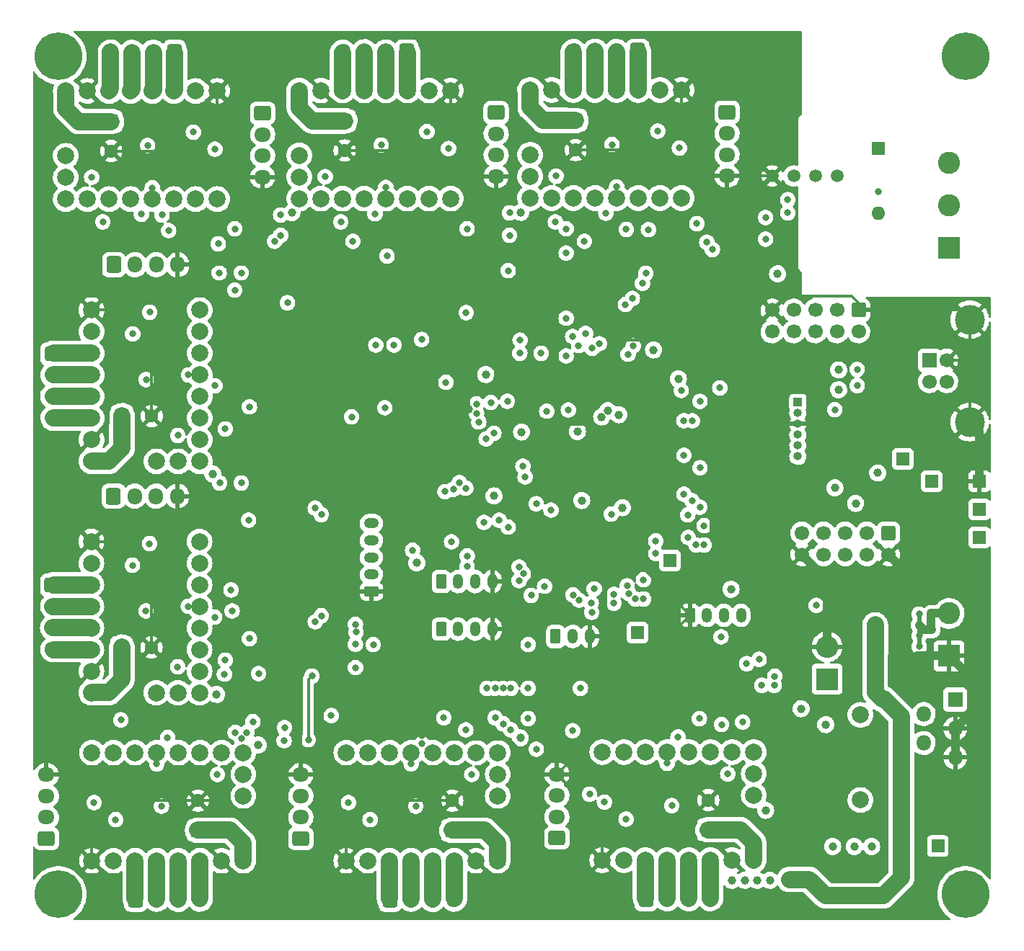
<source format=gbr>
%TF.GenerationSoftware,KiCad,Pcbnew,6.0.10*%
%TF.CreationDate,2023-02-06T19:48:00+03:00*%
%TF.ProjectId,multistepper,6d756c74-6973-4746-9570-7065722e6b69,rev?*%
%TF.SameCoordinates,Original*%
%TF.FileFunction,Copper,L2,Inr*%
%TF.FilePolarity,Positive*%
%FSLAX46Y46*%
G04 Gerber Fmt 4.6, Leading zero omitted, Abs format (unit mm)*
G04 Created by KiCad (PCBNEW 6.0.10) date 2023-02-06 19:48:00*
%MOMM*%
%LPD*%
G01*
G04 APERTURE LIST*
G04 Aperture macros list*
%AMRoundRect*
0 Rectangle with rounded corners*
0 $1 Rounding radius*
0 $2 $3 $4 $5 $6 $7 $8 $9 X,Y pos of 4 corners*
0 Add a 4 corners polygon primitive as box body*
4,1,4,$2,$3,$4,$5,$6,$7,$8,$9,$2,$3,0*
0 Add four circle primitives for the rounded corners*
1,1,$1+$1,$2,$3*
1,1,$1+$1,$4,$5*
1,1,$1+$1,$6,$7*
1,1,$1+$1,$8,$9*
0 Add four rect primitives between the rounded corners*
20,1,$1+$1,$2,$3,$4,$5,0*
20,1,$1+$1,$4,$5,$6,$7,0*
20,1,$1+$1,$6,$7,$8,$9,0*
20,1,$1+$1,$8,$9,$2,$3,0*%
G04 Aperture macros list end*
%TA.AperFunction,ComponentPad*%
%ADD10RoundRect,0.250000X0.600000X0.725000X-0.600000X0.725000X-0.600000X-0.725000X0.600000X-0.725000X0*%
%TD*%
%TA.AperFunction,ComponentPad*%
%ADD11O,1.700000X1.950000*%
%TD*%
%TA.AperFunction,ComponentPad*%
%ADD12RoundRect,0.250000X-0.725000X0.600000X-0.725000X-0.600000X0.725000X-0.600000X0.725000X0.600000X0*%
%TD*%
%TA.AperFunction,ComponentPad*%
%ADD13O,1.950000X1.700000*%
%TD*%
%TA.AperFunction,ComponentPad*%
%ADD14RoundRect,0.250000X0.625000X-0.350000X0.625000X0.350000X-0.625000X0.350000X-0.625000X-0.350000X0*%
%TD*%
%TA.AperFunction,ComponentPad*%
%ADD15O,1.750000X1.200000*%
%TD*%
%TA.AperFunction,ComponentPad*%
%ADD16RoundRect,0.250000X-0.600000X0.600000X-0.600000X-0.600000X0.600000X-0.600000X0.600000X0.600000X0*%
%TD*%
%TA.AperFunction,ComponentPad*%
%ADD17C,1.700000*%
%TD*%
%TA.AperFunction,ComponentPad*%
%ADD18RoundRect,0.250000X0.725000X-0.600000X0.725000X0.600000X-0.725000X0.600000X-0.725000X-0.600000X0*%
%TD*%
%TA.AperFunction,ComponentPad*%
%ADD19R,1.500000X1.500000*%
%TD*%
%TA.AperFunction,ComponentPad*%
%ADD20C,5.600000*%
%TD*%
%TA.AperFunction,ComponentPad*%
%ADD21R,1.600000X1.600000*%
%TD*%
%TA.AperFunction,ComponentPad*%
%ADD22O,1.600000X1.600000*%
%TD*%
%TA.AperFunction,ComponentPad*%
%ADD23C,1.600000*%
%TD*%
%TA.AperFunction,ComponentPad*%
%ADD24RoundRect,0.250000X-0.350000X-0.625000X0.350000X-0.625000X0.350000X0.625000X-0.350000X0.625000X0*%
%TD*%
%TA.AperFunction,ComponentPad*%
%ADD25O,1.200000X1.750000*%
%TD*%
%TA.AperFunction,ComponentPad*%
%ADD26RoundRect,0.250000X-0.600000X-0.725000X0.600000X-0.725000X0.600000X0.725000X-0.600000X0.725000X0*%
%TD*%
%TA.AperFunction,ComponentPad*%
%ADD27C,2.000000*%
%TD*%
%TA.AperFunction,ComponentPad*%
%ADD28R,2.600000X2.600000*%
%TD*%
%TA.AperFunction,ComponentPad*%
%ADD29C,2.600000*%
%TD*%
%TA.AperFunction,ComponentPad*%
%ADD30R,1.000000X1.000000*%
%TD*%
%TA.AperFunction,ComponentPad*%
%ADD31O,1.000000X1.000000*%
%TD*%
%TA.AperFunction,ComponentPad*%
%ADD32C,1.500000*%
%TD*%
%TA.AperFunction,ComponentPad*%
%ADD33O,2.600000X2.600000*%
%TD*%
%TA.AperFunction,ComponentPad*%
%ADD34R,1.800000X1.800000*%
%TD*%
%TA.AperFunction,ComponentPad*%
%ADD35O,1.800000X1.800000*%
%TD*%
%TA.AperFunction,ComponentPad*%
%ADD36R,1.700000X1.700000*%
%TD*%
%TA.AperFunction,ComponentPad*%
%ADD37C,3.500000*%
%TD*%
%TA.AperFunction,ViaPad*%
%ADD38C,1.000000*%
%TD*%
%TA.AperFunction,ViaPad*%
%ADD39C,0.800000*%
%TD*%
%TA.AperFunction,Conductor*%
%ADD40C,0.300000*%
%TD*%
%TA.AperFunction,Conductor*%
%ADD41C,0.500000*%
%TD*%
%TA.AperFunction,Conductor*%
%ADD42C,1.000000*%
%TD*%
%TA.AperFunction,Conductor*%
%ADD43C,2.000000*%
%TD*%
G04 APERTURE END LIST*
D10*
%TO.N,Net-(J17-Pad1)*%
%TO.C,J17*%
X99921075Y-41501827D03*
D11*
%TO.N,Net-(J17-Pad2)*%
X97421075Y-41501827D03*
%TO.N,Net-(J17-Pad3)*%
X94921075Y-41501827D03*
%TO.N,Net-(J17-Pad4)*%
X92421075Y-41501827D03*
%TD*%
D12*
%TO.N,Net-(J12-Pad1)*%
%TO.C,J12*%
X58374000Y-76974000D03*
D13*
%TO.N,Net-(J12-Pad2)*%
X58374000Y-79474000D03*
%TO.N,Net-(J12-Pad3)*%
X58374000Y-81974000D03*
%TO.N,Net-(J12-Pad4)*%
X58374000Y-84474000D03*
%TD*%
D14*
%TO.N,GND*%
%TO.C,J6*%
X95758000Y-104902000D03*
D15*
%TO.N,Net-(J6-Pad2)*%
X95758000Y-102902000D03*
%TO.N,Net-(J6-Pad3)*%
X95758000Y-100902000D03*
%TO.N,Net-(J6-Pad4)*%
X95758000Y-98902000D03*
%TO.N,Net-(J6-Pad5)*%
X95758000Y-96902000D03*
%TD*%
D16*
%TO.N,GND*%
%TO.C,J2*%
X152958800Y-71840700D03*
D17*
%TO.N,Net-(J2-Pad2)*%
X152958800Y-74380700D03*
%TO.N,Net-(J2-Pad3)*%
X150418800Y-71840700D03*
%TO.N,Net-(J2-Pad4)*%
X150418800Y-74380700D03*
%TO.N,Net-(J2-Pad5)*%
X147878800Y-71840700D03*
%TO.N,Net-(J2-Pad6)*%
X147878800Y-74380700D03*
%TO.N,Net-(J2-Pad7)*%
X145338800Y-71840700D03*
%TO.N,Net-(J2-Pad8)*%
X145338800Y-74380700D03*
%TO.N,GND*%
X142798800Y-71840700D03*
%TO.N,Net-(J2-Pad10)*%
X142798800Y-74380700D03*
%TD*%
D18*
%TO.N,Net-(J22-Pad1)*%
%TO.C,J22*%
X87466000Y-133934000D03*
D13*
%TO.N,M5_L0*%
X87466000Y-131434000D03*
%TO.N,M5_L1*%
X87466000Y-128934000D03*
%TO.N,GND*%
X87466000Y-126434000D03*
%TD*%
D19*
%TO.N,+5V*%
%TO.C,TP7*%
X161544000Y-91948000D03*
%TD*%
D20*
%TO.N,N/C*%
%TO.C,H4*%
X165500000Y-140500000D03*
%TD*%
D21*
%TO.N,Net-(R18-Pad1)*%
%TO.C,SW3*%
X155295600Y-52832000D03*
D22*
%TO.N,/CANL*%
X155295600Y-60452000D03*
%TD*%
D21*
%TO.N,/Motors/Vm*%
%TO.C,C24*%
X105246000Y-132978000D03*
D23*
%TO.N,GND*%
X105246000Y-129478000D03*
%TD*%
D24*
%TO.N,Net-(J4-Pad1)*%
%TO.C,J5*%
X103934000Y-103733600D03*
D25*
%TO.N,ADC2*%
X105934000Y-103733600D03*
%TO.N,ADC3*%
X107934000Y-103733600D03*
%TO.N,GND*%
X109934000Y-103733600D03*
%TD*%
D26*
%TO.N,Net-(J11-Pad1)*%
%TO.C,J11*%
X65500000Y-66500000D03*
D11*
%TO.N,M0_L0*%
X68000000Y-66500000D03*
%TO.N,M0_L1*%
X70500000Y-66500000D03*
%TO.N,GND*%
X73000000Y-66500000D03*
%TD*%
D27*
%TO.N,/Motors/stepper_M5/~{ENx}*%
%TO.C,XX5*%
X140640000Y-123774000D03*
%TO.N,/Motors/stepper_M5/MS1*%
X138100000Y-123774000D03*
%TO.N,/Motors/stepper_M5/MS2*%
X135560000Y-123774000D03*
%TO.N,/Motors/stepper_M5/SPR*%
X133020000Y-123774000D03*
%TO.N,/Motors/stepper_M5/U*%
X130480000Y-123774000D03*
%TO.N,/Motors/stepper_M5/CLK*%
X127940000Y-123774000D03*
%TO.N,/Motors/stepper_M5/STEPx*%
X125400000Y-123774000D03*
%TO.N,/Motors/stepper_M5/DIRx*%
X122860000Y-123774000D03*
%TO.N,GND*%
X122860000Y-136474000D03*
%TO.N,Vio*%
X125400000Y-136474000D03*
%TO.N,Net-(J21-Pad1)*%
X127940000Y-136474000D03*
%TO.N,Net-(J21-Pad2)*%
X130480000Y-136474000D03*
%TO.N,Net-(J21-Pad3)*%
X133020000Y-136474000D03*
%TO.N,Net-(J21-Pad4)*%
X135560000Y-136474000D03*
%TO.N,GND*%
X138100000Y-136474000D03*
%TO.N,/Motors/Vm*%
X140640000Y-136474000D03*
%TO.N,/Motors/DIAG4*%
X140640000Y-126314000D03*
%TO.N,unconnected-(XX5-Pad18)*%
X140640000Y-128854000D03*
%TD*%
D24*
%TO.N,Net-(J13-Pad1)*%
%TO.C,J13*%
X117380000Y-110194000D03*
D25*
%TO.N,Net-(J13-Pad2)*%
X119380000Y-110194000D03*
%TO.N,GND*%
X121380000Y-110194000D03*
%TD*%
D27*
%TO.N,/Motors/stepper_M8/~{ENx}*%
%TO.C,XX8*%
X75572000Y-116801600D03*
%TO.N,/Motors/stepper_M8/MS1*%
X75572000Y-114261600D03*
%TO.N,/Motors/stepper_M8/MS2*%
X75572000Y-111721600D03*
%TO.N,/Motors/stepper_M8/SPR*%
X75572000Y-109181600D03*
%TO.N,/Motors/stepper_M8/U*%
X75572000Y-106641600D03*
%TO.N,/Motors/stepper_M8/CLK*%
X75572000Y-104101600D03*
%TO.N,/Motors/stepper_M8/STEPx*%
X75572000Y-101561600D03*
%TO.N,/Motors/stepper_M8/DIRx*%
X75572000Y-99021600D03*
%TO.N,GND*%
X62872000Y-99021600D03*
%TO.N,Vio*%
X62872000Y-101561600D03*
%TO.N,Net-(J27-Pad1)*%
X62872000Y-104101600D03*
%TO.N,Net-(J27-Pad2)*%
X62872000Y-106641600D03*
%TO.N,Net-(J27-Pad3)*%
X62872000Y-109181600D03*
%TO.N,Net-(J27-Pad4)*%
X62872000Y-111721600D03*
%TO.N,GND*%
X62872000Y-114261600D03*
%TO.N,/Motors/Vm*%
X62872000Y-116801600D03*
%TO.N,/Motors/DIAG7*%
X73032000Y-116801600D03*
%TO.N,unconnected-(XX8-Pad18)*%
X70492000Y-116801600D03*
%TD*%
%TO.N,/Motors/stepper_M3/~{ENx}*%
%TO.C,XX3*%
X87281075Y-58727827D03*
%TO.N,/Motors/stepper_M3/MS1*%
X89821075Y-58727827D03*
%TO.N,/Motors/stepper_M3/MS2*%
X92361075Y-58727827D03*
%TO.N,/Motors/stepper_M3/SPR*%
X94901075Y-58727827D03*
%TO.N,/Motors/stepper_M3/U*%
X97441075Y-58727827D03*
%TO.N,/Motors/stepper_M3/CLK*%
X99981075Y-58727827D03*
%TO.N,/Motors/stepper_M3/STEPx*%
X102521075Y-58727827D03*
%TO.N,/Motors/stepper_M3/DIRx*%
X105061075Y-58727827D03*
%TO.N,GND*%
X105061075Y-46027827D03*
%TO.N,Vio*%
X102521075Y-46027827D03*
%TO.N,Net-(J17-Pad1)*%
X99981075Y-46027827D03*
%TO.N,Net-(J17-Pad2)*%
X97441075Y-46027827D03*
%TO.N,Net-(J17-Pad3)*%
X94901075Y-46027827D03*
%TO.N,Net-(J17-Pad4)*%
X92361075Y-46027827D03*
%TO.N,GND*%
X89821075Y-46027827D03*
%TO.N,/Motors/Vm*%
X87281075Y-46027827D03*
%TO.N,/Motors/DIAG2*%
X87281075Y-56187827D03*
%TO.N,unconnected-(XX3-Pad18)*%
X87281075Y-53647827D03*
%TD*%
D28*
%TO.N,GND*%
%TO.C,J10*%
X163576000Y-112482000D03*
D29*
%TO.N,Net-(J10-Pad2)*%
X163576000Y-107482000D03*
%TD*%
D16*
%TO.N,Net-(J3-Pad1)*%
%TO.C,J3*%
X156464000Y-98044000D03*
D17*
%TO.N,GND*%
X156464000Y-100584000D03*
%TO.N,Net-(J3-Pad3)*%
X153924000Y-98044000D03*
%TO.N,Net-(J3-Pad4)*%
X153924000Y-100584000D03*
%TO.N,Net-(J3-Pad5)*%
X151384000Y-98044000D03*
%TO.N,Net-(J3-Pad6)*%
X151384000Y-100584000D03*
%TO.N,Net-(J3-Pad7)*%
X148844000Y-98044000D03*
%TO.N,Net-(J3-Pad8)*%
X148844000Y-100584000D03*
%TO.N,Net-(J3-Pad9)*%
X146304000Y-98044000D03*
%TO.N,GND*%
X146304000Y-100584000D03*
%TD*%
D19*
%TO.N,GND*%
%TO.C,TP3*%
X167132000Y-91948000D03*
%TD*%
D30*
%TO.N,/MCU base/SWCLK*%
%TO.C,J1*%
X145821000Y-82677000D03*
D31*
%TO.N,/MCU base/SWDIO*%
X145821000Y-83947000D03*
%TO.N,GND*%
X145821000Y-85217000D03*
%TO.N,Net-(J1-Pad4)*%
X145821000Y-86487000D03*
%TO.N,/MCU base/BOOT0*%
X145821000Y-87757000D03*
%TO.N,/MCU base/NRST*%
X145821000Y-89027000D03*
%TD*%
D18*
%TO.N,Net-(J24-Pad1)*%
%TO.C,J24*%
X57604925Y-133934000D03*
D13*
%TO.N,M6_L0*%
X57604925Y-131434000D03*
%TO.N,M6_L1*%
X57604925Y-128934000D03*
%TO.N,GND*%
X57604925Y-126434000D03*
%TD*%
D20*
%TO.N,N/C*%
%TO.C,H1*%
X59000000Y-42000000D03*
%TD*%
D21*
%TO.N,/Motors/Vm*%
%TO.C,C23*%
X135306000Y-132918000D03*
D23*
%TO.N,GND*%
X135306000Y-129418000D03*
%TD*%
D10*
%TO.N,Net-(J19-Pad1)*%
%TO.C,J19*%
X127026450Y-41440000D03*
D11*
%TO.N,Net-(J19-Pad2)*%
X124526450Y-41440000D03*
%TO.N,Net-(J19-Pad3)*%
X122026450Y-41440000D03*
%TO.N,Net-(J19-Pad4)*%
X119526450Y-41440000D03*
%TD*%
D19*
%TO.N,Vdrive*%
%TO.C,TP2*%
X167132000Y-95250000D03*
%TD*%
D12*
%TO.N,Net-(J14-Pad1)*%
%TO.C,J14*%
X82974000Y-48689654D03*
D13*
%TO.N,M1_L0*%
X82974000Y-51189654D03*
%TO.N,M1_L1*%
X82974000Y-53689654D03*
%TO.N,GND*%
X82974000Y-56189654D03*
%TD*%
D20*
%TO.N,N/C*%
%TO.C,H3*%
X59000000Y-140500000D03*
%TD*%
D26*
%TO.N,Net-(J23-Pad1)*%
%TO.C,J23*%
X97940000Y-141060000D03*
D11*
%TO.N,Net-(J23-Pad2)*%
X100440000Y-141060000D03*
%TO.N,Net-(J23-Pad3)*%
X102940000Y-141060000D03*
%TO.N,Net-(J23-Pad4)*%
X105440000Y-141060000D03*
%TD*%
D26*
%TO.N,Net-(J25-Pad1)*%
%TO.C,J25*%
X68078925Y-141060000D03*
D11*
%TO.N,Net-(J25-Pad2)*%
X70578925Y-141060000D03*
%TO.N,Net-(J25-Pad3)*%
X73078925Y-141060000D03*
%TO.N,Net-(J25-Pad4)*%
X75578925Y-141060000D03*
%TD*%
D27*
%TO.N,/Motors/stepper_M4/~{ENx}*%
%TO.C,XX4*%
X114386450Y-58666000D03*
%TO.N,/Motors/stepper_M4/MS1*%
X116926450Y-58666000D03*
%TO.N,/Motors/stepper_M4/MS2*%
X119466450Y-58666000D03*
%TO.N,/Motors/stepper_M4/SPR*%
X122006450Y-58666000D03*
%TO.N,/Motors/stepper_M4/U*%
X124546450Y-58666000D03*
%TO.N,/Motors/stepper_M4/CLK*%
X127086450Y-58666000D03*
%TO.N,/Motors/stepper_M4/STEPx*%
X129626450Y-58666000D03*
%TO.N,/Motors/stepper_M4/DIRx*%
X132166450Y-58666000D03*
%TO.N,GND*%
X132166450Y-45966000D03*
%TO.N,Vio*%
X129626450Y-45966000D03*
%TO.N,Net-(J19-Pad1)*%
X127086450Y-45966000D03*
%TO.N,Net-(J19-Pad2)*%
X124546450Y-45966000D03*
%TO.N,Net-(J19-Pad3)*%
X122006450Y-45966000D03*
%TO.N,Net-(J19-Pad4)*%
X119466450Y-45966000D03*
%TO.N,GND*%
X116926450Y-45966000D03*
%TO.N,/Motors/Vm*%
X114386450Y-45966000D03*
%TO.N,/Motors/DIAG3*%
X114386450Y-56126000D03*
%TO.N,unconnected-(XX4-Pad18)*%
X114386450Y-53586000D03*
%TD*%
D20*
%TO.N,N/C*%
%TO.C,H2*%
X165500000Y-42000000D03*
%TD*%
D26*
%TO.N,Net-(J21-Pad1)*%
%TO.C,J21*%
X128000000Y-141000000D03*
D11*
%TO.N,Net-(J21-Pad2)*%
X130500000Y-141000000D03*
%TO.N,Net-(J21-Pad3)*%
X133000000Y-141000000D03*
%TO.N,Net-(J21-Pad4)*%
X135500000Y-141000000D03*
%TD*%
D21*
%TO.N,/Motors/Vm*%
%TO.C,C21*%
X92615075Y-49583827D03*
D23*
%TO.N,GND*%
X92615075Y-53083827D03*
%TD*%
D21*
%TO.N,/Motors/Vm*%
%TO.C,C22*%
X119720450Y-49522000D03*
D23*
%TO.N,GND*%
X119720450Y-53022000D03*
%TD*%
D12*
%TO.N,Net-(J18-Pad1)*%
%TO.C,J18*%
X137500450Y-48566000D03*
D13*
%TO.N,M3_L0*%
X137500450Y-51066000D03*
%TO.N,M3_L1*%
X137500450Y-53566000D03*
%TO.N,GND*%
X137500450Y-56066000D03*
%TD*%
D32*
%TO.N,GND*%
%TO.C,Q1*%
X142798800Y-56083200D03*
%TO.N,Net-(C10-Pad1)*%
X145338800Y-56083200D03*
%TO.N,Earth*%
X147878800Y-56083200D03*
%TO.N,Net-(C11-Pad1)*%
X150418800Y-56083200D03*
%TD*%
D27*
%TO.N,/Motors/stepper_M6/~{ENx}*%
%TO.C,XX6*%
X110580000Y-123834000D03*
%TO.N,/Motors/stepper_M6/MS1*%
X108040000Y-123834000D03*
%TO.N,/Motors/stepper_M6/MS2*%
X105500000Y-123834000D03*
%TO.N,/Motors/stepper_M6/SPR*%
X102960000Y-123834000D03*
%TO.N,/Motors/stepper_M6/U*%
X100420000Y-123834000D03*
%TO.N,/Motors/stepper_M6/CLK*%
X97880000Y-123834000D03*
%TO.N,/Motors/stepper_M6/STEPx*%
X95340000Y-123834000D03*
%TO.N,/Motors/stepper_M6/DIRx*%
X92800000Y-123834000D03*
%TO.N,GND*%
X92800000Y-136534000D03*
%TO.N,Vio*%
X95340000Y-136534000D03*
%TO.N,Net-(J23-Pad1)*%
X97880000Y-136534000D03*
%TO.N,Net-(J23-Pad2)*%
X100420000Y-136534000D03*
%TO.N,Net-(J23-Pad3)*%
X102960000Y-136534000D03*
%TO.N,Net-(J23-Pad4)*%
X105500000Y-136534000D03*
%TO.N,GND*%
X108040000Y-136534000D03*
%TO.N,/Motors/Vm*%
X110580000Y-136534000D03*
%TO.N,/Motors/DIAG5*%
X110580000Y-126374000D03*
%TO.N,unconnected-(XX6-Pad18)*%
X110580000Y-128914000D03*
%TD*%
D28*
%TO.N,Net-(D26-Pad1)*%
%TO.C,D26*%
X149250400Y-115194400D03*
D33*
%TO.N,GND*%
X149250400Y-111384400D03*
%TD*%
D19*
%TO.N,+3.3VADC*%
%TO.C,TP6*%
X127000000Y-109728000D03*
%TD*%
D21*
%TO.N,/Motors/Vm*%
%TO.C,C19*%
X66456000Y-84280000D03*
D23*
%TO.N,GND*%
X69956000Y-84280000D03*
%TD*%
D34*
%TO.N,Vdrive*%
%TO.C,U5*%
X164287200Y-117602000D03*
D35*
%TO.N,Net-(D26-Pad1)*%
X160587200Y-119302000D03*
%TO.N,GND*%
X164287200Y-121002000D03*
%TO.N,Net-(C17-Pad1)*%
X160587200Y-122702000D03*
%TO.N,GND*%
X164287200Y-124402000D03*
%TD*%
D12*
%TO.N,Net-(J27-Pad1)*%
%TO.C,J27*%
X58346000Y-104161600D03*
D13*
%TO.N,Net-(J27-Pad2)*%
X58346000Y-106661600D03*
%TO.N,Net-(J27-Pad3)*%
X58346000Y-109161600D03*
%TO.N,Net-(J27-Pad4)*%
X58346000Y-111661600D03*
%TD*%
D24*
%TO.N,GND*%
%TO.C,J7*%
X133144000Y-107704800D03*
D25*
%TO.N,Net-(J7-Pad2)*%
X135144000Y-107704800D03*
%TO.N,Net-(J7-Pad3)*%
X137144000Y-107704800D03*
%TO.N,Net-(J7-Pad4)*%
X139144000Y-107704800D03*
%TD*%
D19*
%TO.N,Net-(C17-Pad1)*%
%TO.C,TP4*%
X167132000Y-98552000D03*
%TD*%
D10*
%TO.N,Net-(J15-Pad1)*%
%TO.C,J15*%
X72644000Y-41563654D03*
D11*
%TO.N,Net-(J15-Pad2)*%
X70144000Y-41563654D03*
%TO.N,Net-(J15-Pad3)*%
X67644000Y-41563654D03*
%TO.N,Net-(J15-Pad4)*%
X65144000Y-41563654D03*
%TD*%
D27*
%TO.N,Net-(C17-Pad1)*%
%TO.C,L1*%
X153162000Y-129409200D03*
%TO.N,Net-(D26-Pad1)*%
X153162000Y-119409200D03*
%TD*%
D21*
%TO.N,/Motors/Vm*%
%TO.C,C20*%
X65194000Y-49645654D03*
D23*
%TO.N,GND*%
X65194000Y-53145654D03*
%TD*%
D27*
%TO.N,/Motors/stepper_M2/~{ENx}*%
%TO.C,XX2*%
X59860000Y-58789654D03*
%TO.N,/Motors/stepper_M2/MS1*%
X62400000Y-58789654D03*
%TO.N,/Motors/stepper_M2/MS2*%
X64940000Y-58789654D03*
%TO.N,/Motors/stepper_M2/SPR*%
X67480000Y-58789654D03*
%TO.N,/Motors/stepper_M2/U*%
X70020000Y-58789654D03*
%TO.N,/Motors/stepper_M2/CLK*%
X72560000Y-58789654D03*
%TO.N,/Motors/stepper_M2/STEPx*%
X75100000Y-58789654D03*
%TO.N,/Motors/stepper_M2/DIRx*%
X77640000Y-58789654D03*
%TO.N,GND*%
X77640000Y-46089654D03*
%TO.N,Vio*%
X75100000Y-46089654D03*
%TO.N,Net-(J15-Pad1)*%
X72560000Y-46089654D03*
%TO.N,Net-(J15-Pad2)*%
X70020000Y-46089654D03*
%TO.N,Net-(J15-Pad3)*%
X67480000Y-46089654D03*
%TO.N,Net-(J15-Pad4)*%
X64940000Y-46089654D03*
%TO.N,GND*%
X62400000Y-46089654D03*
%TO.N,/Motors/Vm*%
X59860000Y-46089654D03*
%TO.N,/Motors/DIAG1*%
X59860000Y-56249654D03*
%TO.N,unconnected-(XX2-Pad18)*%
X59860000Y-53709654D03*
%TD*%
D28*
%TO.N,/CANL*%
%TO.C,J9*%
X163576000Y-64516000D03*
D29*
%TO.N,Earth*%
X163576000Y-59516000D03*
%TO.N,/CANH*%
X163576000Y-54516000D03*
%TD*%
D21*
%TO.N,/Motors/Vm*%
%TO.C,C25*%
X75384925Y-132978000D03*
D23*
%TO.N,GND*%
X75384925Y-129478000D03*
%TD*%
D27*
%TO.N,/Motors/stepper_M7/~{ENx}*%
%TO.C,XX7*%
X80718925Y-123834000D03*
%TO.N,/Motors/stepper_M7/MS1*%
X78178925Y-123834000D03*
%TO.N,/Motors/stepper_M7/MS2*%
X75638925Y-123834000D03*
%TO.N,/Motors/stepper_M7/SPR*%
X73098925Y-123834000D03*
%TO.N,/Motors/stepper_M7/U*%
X70558925Y-123834000D03*
%TO.N,/Motors/stepper_M7/CLK*%
X68018925Y-123834000D03*
%TO.N,/Motors/stepper_M7/STEPx*%
X65478925Y-123834000D03*
%TO.N,/Motors/stepper_M7/DIRx*%
X62938925Y-123834000D03*
%TO.N,GND*%
X62938925Y-136534000D03*
%TO.N,Vio*%
X65478925Y-136534000D03*
%TO.N,Net-(J25-Pad1)*%
X68018925Y-136534000D03*
%TO.N,Net-(J25-Pad2)*%
X70558925Y-136534000D03*
%TO.N,Net-(J25-Pad3)*%
X73098925Y-136534000D03*
%TO.N,Net-(J25-Pad4)*%
X75638925Y-136534000D03*
%TO.N,GND*%
X78178925Y-136534000D03*
%TO.N,/Motors/Vm*%
X80718925Y-136534000D03*
%TO.N,/Motors/DIAG6*%
X80718925Y-126374000D03*
%TO.N,unconnected-(XX7-Pad18)*%
X80718925Y-128914000D03*
%TD*%
D26*
%TO.N,Net-(J26-Pad1)*%
%TO.C,J26*%
X65472000Y-93687600D03*
D11*
%TO.N,M7_L0*%
X67972000Y-93687600D03*
%TO.N,M7_L1*%
X70472000Y-93687600D03*
%TO.N,GND*%
X72972000Y-93687600D03*
%TD*%
D24*
%TO.N,Net-(J4-Pad1)*%
%TO.C,J4*%
X103934000Y-109321600D03*
D25*
%TO.N,ADC0*%
X105934000Y-109321600D03*
%TO.N,ADC1*%
X107934000Y-109321600D03*
%TO.N,GND*%
X109934000Y-109321600D03*
%TD*%
D18*
%TO.N,Net-(J20-Pad1)*%
%TO.C,J20*%
X117526000Y-133874000D03*
D13*
%TO.N,M4_L0*%
X117526000Y-131374000D03*
%TO.N,M4_L1*%
X117526000Y-128874000D03*
%TO.N,GND*%
X117526000Y-126374000D03*
%TD*%
D12*
%TO.N,Net-(J16-Pad1)*%
%TO.C,J16*%
X110395075Y-48627827D03*
D13*
%TO.N,M2_L0*%
X110395075Y-51127827D03*
%TO.N,M2_L1*%
X110395075Y-53627827D03*
%TO.N,GND*%
X110395075Y-56127827D03*
%TD*%
D19*
%TO.N,Vio*%
%TO.C,TP8*%
X162255200Y-134823200D03*
%TD*%
%TO.N,+3V3*%
%TO.C,TP5*%
X130810000Y-101244400D03*
%TD*%
D21*
%TO.N,/Motors/Vm*%
%TO.C,C26*%
X66428000Y-111467600D03*
D23*
%TO.N,GND*%
X69928000Y-111467600D03*
%TD*%
D27*
%TO.N,/Motors/stepper_M1/~{ENx}*%
%TO.C,XX1*%
X75600000Y-89614000D03*
%TO.N,/Motors/stepper_M1/MS1*%
X75600000Y-87074000D03*
%TO.N,/Motors/stepper_M1/MS2*%
X75600000Y-84534000D03*
%TO.N,/Motors/stepper_M1/SPR*%
X75600000Y-81994000D03*
%TO.N,/Motors/stepper_M1/U*%
X75600000Y-79454000D03*
%TO.N,/Motors/stepper_M1/CLK*%
X75600000Y-76914000D03*
%TO.N,/Motors/stepper_M1/STEPx*%
X75600000Y-74374000D03*
%TO.N,/Motors/stepper_M1/DIRx*%
X75600000Y-71834000D03*
%TO.N,GND*%
X62900000Y-71834000D03*
%TO.N,Vio*%
X62900000Y-74374000D03*
%TO.N,Net-(J12-Pad1)*%
X62900000Y-76914000D03*
%TO.N,Net-(J12-Pad2)*%
X62900000Y-79454000D03*
%TO.N,Net-(J12-Pad3)*%
X62900000Y-81994000D03*
%TO.N,Net-(J12-Pad4)*%
X62900000Y-84534000D03*
%TO.N,GND*%
X62900000Y-87074000D03*
%TO.N,/Motors/Vm*%
X62900000Y-89614000D03*
%TO.N,/Motors/DIAG0*%
X73060000Y-89614000D03*
%TO.N,unconnected-(XX1-Pad18)*%
X70520000Y-89614000D03*
%TD*%
D36*
%TO.N,/VB*%
%TO.C,J8*%
X161290000Y-77730000D03*
D17*
%TO.N,Net-(J8-Pad2)*%
X161290000Y-80230000D03*
%TO.N,Net-(J8-Pad3)*%
X163290000Y-80230000D03*
%TO.N,GND*%
X163290000Y-77730000D03*
D37*
X166000000Y-72960000D03*
X166000000Y-85000000D03*
%TD*%
D19*
%TO.N,Net-(D22-Pad1)*%
%TO.C,TP1*%
X158167500Y-89348000D03*
%TD*%
D38*
%TO.N,GND*%
X149910800Y-137749000D03*
D39*
X99669600Y-72034400D03*
X121412000Y-121909100D03*
X88493600Y-74930000D03*
D38*
X94488000Y-93472000D03*
D39*
X114401600Y-84328000D03*
D38*
X127863600Y-75285600D03*
X152450000Y-137174000D03*
D39*
X142033000Y-66040000D03*
D38*
X117683600Y-89306400D03*
X115112800Y-92863500D03*
D39*
X101650800Y-121818400D03*
D38*
X113538000Y-95504000D03*
D39*
X125120400Y-65887600D03*
D38*
X116332000Y-72440800D03*
D39*
X77978000Y-56184800D03*
X89458800Y-64871600D03*
D38*
X135585200Y-87426800D03*
D39*
X161086800Y-114503200D03*
X130454400Y-112369600D03*
D38*
X126136400Y-101193600D03*
X135940800Y-98196400D03*
X150063200Y-130860800D03*
D39*
X86715600Y-109321600D03*
D38*
X107137200Y-83515200D03*
D39*
X127457200Y-65328800D03*
D38*
X130810000Y-99364800D03*
X123734800Y-86868000D03*
X159004000Y-114503200D03*
X157276800Y-77012800D03*
D39*
X86664800Y-119278400D03*
D38*
X133578600Y-80975200D03*
X99110800Y-89357200D03*
D39*
X121056400Y-68427600D03*
%TO.N,/MCU base/NRST*%
X113538000Y-90170000D03*
X97332800Y-83312000D03*
%TO.N,/MCU base/BOOT0*%
X116332000Y-83718400D03*
X150164800Y-83548000D03*
D38*
%TO.N,+3V3*%
X150600000Y-78870400D03*
D39*
X129133600Y-98958400D03*
D38*
X152603200Y-94538800D03*
D39*
X129133600Y-100431600D03*
D38*
X150600000Y-81200000D03*
D39*
%TO.N,/MCU base/BTN1*%
X133432503Y-84836000D03*
X136652000Y-80975189D03*
%TO.N,/MCU base/BTN2_SDA*%
X132433000Y-84836000D03*
%TO.N,/MCU base/SWDIO*%
X134333000Y-82561000D03*
%TO.N,/MCU base/BTN3_SCL*%
X132130800Y-81280000D03*
D38*
%TO.N,/MCU base/SWCLK*%
X128879600Y-76504800D03*
X131792223Y-79925423D03*
D39*
%TO.N,M4_L0*%
X132435600Y-88900000D03*
X119380000Y-121259600D03*
X143103600Y-114858800D03*
%TO.N,M4_L1*%
X134333000Y-90361500D03*
X121361200Y-128727200D03*
%TO.N,/MCU base/BTN4*%
X122508007Y-75782947D03*
%TO.N,/MCU base/BTN5*%
X121666000Y-76327000D03*
%TO.N,/MCU base/BTN6*%
X120904000Y-74574400D03*
%TO.N,M3_L1*%
X135788400Y-64719200D03*
X125882400Y-77012800D03*
X127579800Y-68681600D03*
%TO.N,M3_L0*%
X126492000Y-76036700D03*
X135128000Y-63855600D03*
X127965200Y-67513200D03*
%TO.N,M2_L1*%
X120079500Y-75996800D03*
%TO.N,M2_L0*%
X119380000Y-74930000D03*
%TO.N,M1_L0*%
X113205734Y-75363866D03*
X113182400Y-76911200D03*
%TO.N,M1_L1*%
X115671600Y-76911200D03*
%TO.N,/MCU base/SCRN_DCRS*%
X134808000Y-99435500D03*
%TO.N,/MCU base/SCRN_SCK*%
X133858000Y-99435500D03*
%TO.N,/MCU base/SCRN_MISO*%
X132943600Y-98552000D03*
%TO.N,/MCU base/SCRN_MOSI*%
X134808000Y-97160500D03*
%TO.N,/MCU base/SCRN_RST*%
X132892800Y-95910400D03*
%TO.N,/MCU base/SCRN_CS*%
X134315200Y-94996000D03*
%TO.N,M6_L1*%
X121564400Y-106273600D03*
X127696000Y-105785500D03*
X124216900Y-106273600D03*
%TO.N,M6_L0*%
X121909100Y-104597200D03*
X126746000Y-105785500D03*
X124216900Y-105237706D03*
%TO.N,M5_L1*%
X133400800Y-94234000D03*
%TO.N,M5_L0*%
X132435600Y-93472000D03*
%TO.N,/MCU base/A0*%
X105156000Y-99060000D03*
%TO.N,/MCU base/A1*%
X108966000Y-96774000D03*
%TO.N,/MCU base/A2*%
X110744000Y-96520000D03*
%TO.N,/MCU base/A3*%
X111815000Y-97337000D03*
%TO.N,/MCU base/A4*%
X116840000Y-95331600D03*
%TO.N,/MCU base/A5*%
X113792000Y-91440000D03*
%TO.N,ADC4*%
X121617266Y-107342466D03*
X147980400Y-106527600D03*
%TO.N,+5V*%
X144627600Y-60401200D03*
X136804400Y-110236000D03*
D38*
X146202400Y-118668800D03*
X122783600Y-84378800D03*
X149098000Y-120548400D03*
X137972800Y-104648000D03*
X155197900Y-90973600D03*
X120446800Y-94202100D03*
X143446500Y-67576700D03*
X123494800Y-83667600D03*
D39*
%TO.N,ADC0*%
X107004000Y-100722000D03*
D38*
%TO.N,Vdrive*%
X147167600Y-138734800D03*
X145999200Y-138734800D03*
D39*
X154905000Y-111379000D03*
D38*
X144743000Y-138836400D03*
D39*
X154905000Y-110109000D03*
X154905000Y-108839000D03*
D38*
X149088128Y-140655328D03*
D39*
X154889200Y-112268000D03*
%TO.N,ADC1*%
X106982978Y-101953778D03*
%TO.N,MUL0*%
X109778800Y-82702400D03*
%TO.N,MUL1*%
X108102400Y-82854800D03*
%TO.N,MUL2*%
X108102400Y-83972400D03*
%TO.N,MUL_EN*%
X108356400Y-84988400D03*
%TO.N,M1_DIR*%
X71944000Y-62483654D03*
X77774800Y-64047900D03*
D38*
%TO.N,+3.3VADC*%
X101092000Y-101549200D03*
X110134400Y-93675200D03*
D39*
%TO.N,USART3_TX*%
X123901200Y-95808800D03*
%TO.N,M6_STEP*%
X93882532Y-113842800D03*
X93878400Y-111099600D03*
%TO.N,M5_DIR*%
X141274800Y-112877600D03*
X139801600Y-113385600D03*
%TO.N,USB_DM*%
X152786500Y-80712000D03*
%TO.N,USB_DP*%
X152786500Y-78812000D03*
%TO.N,M4_DIR*%
X141579600Y-115925600D03*
X143052800Y-115925600D03*
%TO.N,CAN_RX*%
X125577600Y-71170800D03*
X142033000Y-60960000D03*
%TO.N,CAN_TX*%
X126390400Y-70459600D03*
X142033000Y-63500000D03*
%TO.N,USART2_TX*%
X118872000Y-83566000D03*
%TO.N,M3_STEP*%
X128270000Y-62382400D03*
X125670450Y-62360000D03*
%TO.N,Net-(C10-Pad1)*%
X144627600Y-58864700D03*
%TO.N,/MCU base/MOT_MUL0*%
X104394000Y-93167200D03*
%TO.N,/MCU base/MOT_MUL1*%
X105359802Y-92889531D03*
%TO.N,/MCU base/MOT_MUL2*%
X106070400Y-92100400D03*
%TO.N,/MCU base/MOT_MUL_EN*%
X106832400Y-92760800D03*
%TO.N,/MCU base/OUT1*%
X125780800Y-104241600D03*
%TO.N,/MCU base/OUT0*%
X127696000Y-103510500D03*
%TO.N,/MCU base/OUT2*%
X125964204Y-105122384D03*
%TO.N,/CANH*%
X155295600Y-57938000D03*
D38*
%TO.N,Net-(J10-Pad2)*%
X161544000Y-109423200D03*
X161482400Y-107482000D03*
D39*
X160055000Y-107569000D03*
X160070800Y-110083600D03*
X160070800Y-108864400D03*
X160070800Y-111353600D03*
D38*
%TO.N,/Motors/Vm*%
X142544800Y-138836400D03*
X139598400Y-138836400D03*
X138074400Y-138836400D03*
X141020800Y-138836400D03*
D39*
%TO.N,/Motors/USART0-3*%
X79705200Y-62280800D03*
X118618000Y-62280800D03*
X133959600Y-61671200D03*
X104807075Y-52853827D03*
X118618000Y-77216000D03*
X131912450Y-52792000D03*
X118618000Y-72796400D03*
X79705200Y-69494400D03*
X106984800Y-62280800D03*
X77386000Y-52915654D03*
X69726000Y-72088000D03*
X118618000Y-65125600D03*
%TO.N,/Motors/MOSI*%
X117434450Y-56094000D03*
X78587600Y-85801200D03*
X80467200Y-122174000D03*
X77670925Y-126406000D03*
X113095200Y-103625600D03*
X136855200Y-120548400D03*
X107532000Y-126406000D03*
X78587600Y-112979200D03*
X112115600Y-116281200D03*
X106832400Y-121158000D03*
X73028000Y-86566000D03*
X73000000Y-113753600D03*
X62908000Y-56217654D03*
X117348000Y-61468000D03*
X112115600Y-121158000D03*
X92151200Y-61468000D03*
X64211200Y-61468000D03*
X137592000Y-126346000D03*
X90329075Y-56155827D03*
%TO.N,/Motors/SCK*%
X110286800Y-119735600D03*
X84378800Y-63754000D03*
X81432400Y-83210400D03*
X81432400Y-110439200D03*
X69278500Y-107186499D03*
X93573600Y-63754000D03*
X100964899Y-130127500D03*
X96896176Y-52434327D03*
X69475101Y-52496154D03*
X120751600Y-63754000D03*
X131024899Y-130067500D03*
X81838800Y-120192800D03*
X134264400Y-119837200D03*
X69306500Y-79998899D03*
X110286800Y-116281200D03*
X104241600Y-119735600D03*
X71103824Y-130127500D03*
X113095200Y-102025600D03*
X124001551Y-52372500D03*
%TO.N,/Motors/MISO*%
X111201200Y-116281200D03*
X111963200Y-60401200D03*
X81127600Y-121462800D03*
X80467200Y-92151200D03*
X111963200Y-63042800D03*
X113588800Y-102819200D03*
X85090000Y-60655200D03*
X77876400Y-67462400D03*
X77927200Y-92151200D03*
X111201200Y-120446800D03*
X85496400Y-122428000D03*
X79756000Y-121462800D03*
X80467200Y-67462400D03*
X85547200Y-120904000D03*
X115112800Y-123444000D03*
X85090000Y-63042800D03*
%TO.N,/Motors/USART4-7*%
X63192925Y-129708000D03*
X82499200Y-114554000D03*
X93054000Y-129708000D03*
X78486000Y-114604800D03*
X91033600Y-119481600D03*
X123114000Y-129648000D03*
X66344800Y-119989600D03*
X120294400Y-116281200D03*
X81330800Y-96520000D03*
X69698000Y-99275600D03*
%TO.N,/Motors/DIAG4*%
X95961200Y-111150400D03*
X114147600Y-119848100D03*
X139344400Y-120243600D03*
X114147600Y-116281200D03*
X96266000Y-75946000D03*
X114147600Y-111150400D03*
X98399600Y-75931500D03*
%TO.N,/Motors/DIAG6*%
X93929200Y-109677200D03*
X88341200Y-122326400D03*
X88773000Y-114833400D03*
%TO.N,/Motors/DIAG7*%
X93878400Y-108762800D03*
%TO.N,/Motors/DIAG5*%
X109321600Y-116281200D03*
%TO.N,/Motors/DIAG3*%
X104495600Y-80314800D03*
X106881134Y-72138066D03*
X111810800Y-67208400D03*
%TO.N,/Motors/DIAG0*%
X93421200Y-84378800D03*
%TO.N,/Motors/DIAG1*%
X85902800Y-70967600D03*
%TO.N,/Motors/DIAG2*%
X97586800Y-65481200D03*
%TO.N,/Motors/stepper_M1/U*%
X74279200Y-79454000D03*
X67726000Y-74628000D03*
%TO.N,/Motors/stepper_M1/~{ENx}*%
X77378000Y-80724000D03*
%TO.N,/MCU base/USART1_RX*%
X114503200Y-105359200D03*
%TO.N,/MCU base/USART1_TX*%
X116078000Y-104292400D03*
%TO.N,M0_L1*%
X110134400Y-86309200D03*
%TO.N,M0_L0*%
X109220000Y-86969600D03*
%TO.N,M7_L0*%
X89865200Y-107746800D03*
X89865200Y-95859600D03*
X119430800Y-105308400D03*
%TO.N,M7_L1*%
X89154000Y-95097600D03*
X89154000Y-108458000D03*
X120142000Y-105918000D03*
%TO.N,M7_DIR*%
X79400400Y-107188000D03*
X79266000Y-104717600D03*
D38*
%TO.N,MCU3v3*%
X113385600Y-86156800D03*
D39*
X115112800Y-94588500D03*
D38*
X119938800Y-86106000D03*
X124815600Y-84124800D03*
X109169200Y-79400400D03*
X125222000Y-95046800D03*
X150164800Y-92728000D03*
D39*
X100584000Y-100056000D03*
%TO.N,/Motors/stepper_M2/U*%
X70020000Y-57468854D03*
X74846000Y-50915654D03*
%TO.N,/Motors/stepper_M2/STEPx*%
X71170800Y-60655200D03*
%TO.N,/Motors/stepper_M2/~{ENx}*%
X68750000Y-60567654D03*
%TO.N,/Motors/stepper_M3/U*%
X97441075Y-57407027D03*
X102267075Y-50853827D03*
%TO.N,/Motors/stepper_M3/~{ENx}*%
X96171075Y-60505827D03*
%TO.N,/Motors/stepper_M4/U*%
X129372450Y-50792000D03*
X124546450Y-57345200D03*
%TO.N,/Motors/stepper_M4/~{ENx}*%
X123276450Y-60444000D03*
%TO.N,/Motors/stepper_M5/U*%
X125654000Y-131648000D03*
X130480000Y-125094800D03*
%TO.N,/Motors/stepper_M5/~{ENx}*%
X131750000Y-121996000D03*
%TO.N,/Motors/stepper_M6/U*%
X95594000Y-131708000D03*
X100420000Y-125154800D03*
%TO.N,/Motors/stepper_M6/~{ENx}*%
X101690000Y-122783600D03*
%TO.N,/Motors/stepper_M7/U*%
X65732925Y-131708000D03*
X70558925Y-125154800D03*
%TO.N,/Motors/stepper_M7/~{ENx}*%
X71828925Y-122056000D03*
%TO.N,/Motors/stepper_M8/U*%
X67698000Y-101815600D03*
X74251200Y-106641600D03*
%TO.N,/Motors/stepper_M8/~{ENx}*%
X77350000Y-107911600D03*
%TO.N,/MCU base/Diagn*%
X111709200Y-82550000D03*
D38*
%TO.N,Vio*%
X77114400Y-91084400D03*
X82448400Y-122936000D03*
X149910800Y-134874000D03*
X86410800Y-60401200D03*
X113284000Y-60350400D03*
X142036800Y-130606800D03*
X77571600Y-116992400D03*
X154482800Y-134874000D03*
D39*
X101650800Y-75285600D03*
D38*
X152450000Y-134874000D03*
X113233200Y-122123200D03*
%TD*%
D40*
%TO.N,GND*%
X62900000Y-71834000D02*
X64830400Y-71834000D01*
D41*
X150063200Y-130860800D02*
X150899911Y-130024089D01*
D40*
X103149400Y-121793000D02*
X101676200Y-121793000D01*
X133197600Y-83667600D02*
X134442200Y-83667600D01*
X93902000Y-104902000D02*
X95758000Y-104902000D01*
X112297600Y-61802400D02*
X110702400Y-61802400D01*
X94933600Y-127745600D02*
X96666000Y-129478000D01*
X123926600Y-98577400D02*
X126136400Y-100787200D01*
X123734800Y-86868000D02*
X123088400Y-86868000D01*
X127446311Y-65317911D02*
X127457200Y-65328800D01*
X65194000Y-53145654D02*
X73774000Y-53145654D01*
X149910800Y-104190800D02*
X153974800Y-104190800D01*
X122286489Y-64403511D02*
X122286489Y-67197511D01*
X152095200Y-70154800D02*
X144484700Y-70154800D01*
X126045689Y-64555911D02*
X127446311Y-64555911D01*
X83858400Y-93687600D02*
X83870800Y-93675200D01*
X103581200Y-122224800D02*
X111916548Y-122224800D01*
D42*
X159824549Y-112482000D02*
X158463749Y-113842800D01*
D40*
X78763511Y-130163511D02*
X79500000Y-130900000D01*
X92035600Y-114685600D02*
X93989400Y-116639400D01*
X122860000Y-136474000D02*
X122860000Y-134543600D01*
X139801600Y-56083200D02*
X137517650Y-56083200D01*
X166000000Y-77715600D02*
X166000000Y-81605200D01*
X157267300Y-71840700D02*
X164880700Y-71840700D01*
X153974800Y-103073200D02*
X156464000Y-100584000D01*
X119720450Y-53022000D02*
X128300450Y-53022000D01*
X64330400Y-48020054D02*
X77640000Y-48020054D01*
X107137200Y-83515200D02*
X107137200Y-81940400D01*
X105003600Y-95250000D02*
X113284000Y-95250000D01*
X117526000Y-126374000D02*
X121412000Y-122488000D01*
X145821000Y-85217000D02*
X137998200Y-85217000D01*
X133005911Y-64955911D02*
X135050000Y-67000000D01*
X135306000Y-129418000D02*
X132156400Y-132567600D01*
X109934000Y-109321600D02*
X109934000Y-103733600D01*
X59544525Y-126434000D02*
X57604925Y-126434000D01*
X106109600Y-134603600D02*
X92800000Y-134603600D01*
X73000000Y-66500000D02*
X83010000Y-66500000D01*
X83870800Y-92557600D02*
X83870800Y-93675200D01*
X135940800Y-98196400D02*
X143916400Y-98196400D01*
X79722800Y-54878054D02*
X77963946Y-54878054D01*
X114401600Y-82600800D02*
X114401600Y-84328000D01*
X71688400Y-73967600D02*
X69956000Y-75700000D01*
X135585200Y-87426800D02*
X135585200Y-97282000D01*
X118870578Y-68427600D02*
X114846489Y-64403511D01*
X135585200Y-97282000D02*
X135585200Y-97840800D01*
X79500000Y-130900000D02*
X81596400Y-130900000D01*
X138100000Y-136474000D02*
X136169600Y-134543600D01*
X79722800Y-48172454D02*
X77640000Y-46089654D01*
X137200000Y-67000000D02*
X139801600Y-64398400D01*
X133144000Y-107704800D02*
X130454400Y-110394400D01*
X90717200Y-127745600D02*
X90717200Y-134451200D01*
X64802400Y-112331200D02*
X64802400Y-99021600D01*
X69928000Y-111467600D02*
X69928000Y-102887600D01*
X81596400Y-130900000D02*
X86062400Y-126434000D01*
X98602800Y-89357200D02*
X99110800Y-89357200D01*
X119329200Y-128177200D02*
X119329200Y-132943200D01*
X109934000Y-103733600D02*
X109934000Y-102054400D01*
X114846489Y-64403511D02*
X115225289Y-64403511D01*
X135940800Y-98196400D02*
X134196400Y-98196400D01*
X95846489Y-64403511D02*
X114846489Y-64403511D01*
X86727200Y-119340800D02*
X86664800Y-119278400D01*
X132164400Y-97350000D02*
X130810000Y-98704400D01*
X77640000Y-46089654D02*
X77640000Y-48020054D01*
X122286489Y-64403511D02*
X125261911Y-64403511D01*
X113233200Y-81432400D02*
X114401600Y-82600800D01*
X107143875Y-54816227D02*
X107143875Y-48110627D01*
X77455869Y-129478000D02*
X78141380Y-130163511D01*
X62872000Y-114261600D02*
X64802400Y-112331200D01*
X114401600Y-84328000D02*
X115316000Y-85242400D01*
X135585200Y-97840800D02*
X135940800Y-98196400D01*
X108455475Y-56127827D02*
X110395075Y-56127827D01*
X83870800Y-93675200D02*
X83870800Y-104749600D01*
X75384925Y-129478000D02*
X77455869Y-129478000D01*
X166000000Y-81605200D02*
X166000000Y-85000000D01*
X157276800Y-77012800D02*
X157267300Y-77003300D01*
X164880700Y-71840700D02*
X165717497Y-72677497D01*
X134249250Y-54754400D02*
X134249250Y-48048800D01*
X107143875Y-54816227D02*
X108455475Y-56127827D01*
X90717200Y-134451200D02*
X92800000Y-136534000D01*
X133197600Y-83667600D02*
X126917600Y-83667600D01*
X130810000Y-98704400D02*
X130810000Y-99364800D01*
X133350000Y-97350000D02*
X132164400Y-97350000D01*
D42*
X150485800Y-137174000D02*
X149910800Y-137749000D01*
X167081200Y-118208000D02*
X167081200Y-115987200D01*
D40*
X152958800Y-71840700D02*
X152958800Y-71018400D01*
X117602000Y-87833200D02*
X117602000Y-85039200D01*
X113741200Y-98247200D02*
X114071400Y-98577400D01*
X123164600Y-98577400D02*
X123240800Y-98653600D01*
X89405600Y-126434000D02*
X87466000Y-126434000D01*
X71660400Y-96938800D02*
X64954800Y-96938800D01*
X65072525Y-127745600D02*
X66804925Y-129478000D01*
X87466000Y-119340800D02*
X87466000Y-112940000D01*
X89821075Y-46027827D02*
X91751475Y-47958227D01*
X142062200Y-70739000D02*
X142062200Y-71104100D01*
X102927475Y-54816227D02*
X101195075Y-53083827D01*
X87466000Y-112940000D02*
X89763600Y-110642400D01*
X60856125Y-127745600D02*
X59544525Y-126434000D01*
X163290000Y-77730000D02*
X165985600Y-77730000D01*
X136169600Y-134543600D02*
X132156400Y-134543600D01*
X69956000Y-84280000D02*
X69956000Y-75700000D01*
X124701400Y-85883800D02*
X126917600Y-83667600D01*
X100527689Y-121406489D02*
X102762889Y-121406489D01*
X94488000Y-93472000D02*
X92600000Y-95360000D01*
D42*
X158463749Y-113962949D02*
X159004000Y-114503200D01*
D40*
X103149400Y-121793000D02*
X103581200Y-122224800D01*
X133005911Y-64555911D02*
X133005911Y-64955911D01*
X117526000Y-126374000D02*
X119329200Y-128177200D01*
X87466000Y-119340800D02*
X86727200Y-119340800D01*
X89763600Y-110642400D02*
X92035600Y-112914400D01*
X77963946Y-54878054D02*
X75506400Y-54878054D01*
X79722800Y-54878054D02*
X81034400Y-56189654D01*
X92600000Y-103600000D02*
X93902000Y-104902000D01*
X60856125Y-127745600D02*
X60856125Y-134451200D01*
X137517650Y-56083200D02*
X137500450Y-56066000D01*
D42*
X164287200Y-121002000D02*
X167081200Y-118208000D01*
D40*
X75506400Y-54878054D02*
X73774000Y-53145654D01*
X110395075Y-61495075D02*
X110395075Y-56127827D01*
X119329200Y-132943200D02*
X122860000Y-136474000D01*
X117602000Y-89204800D02*
X118821200Y-89204800D01*
D42*
X164287200Y-124402000D02*
X164287200Y-121002000D01*
D40*
X71660400Y-101155200D02*
X69928000Y-102887600D01*
X142033000Y-66040000D02*
X142033000Y-70709800D01*
D41*
X151942800Y-117345022D02*
X151942800Y-112217200D01*
D40*
X73000000Y-68439600D02*
X73000000Y-66500000D01*
D42*
X152450000Y-137174000D02*
X150485800Y-137174000D01*
D40*
X121412000Y-122488000D02*
X121412000Y-121909100D01*
X123164600Y-98577400D02*
X123926600Y-98577400D01*
X142062200Y-71104100D02*
X142798800Y-71840700D01*
X86538622Y-66500000D02*
X87819311Y-65219311D01*
X83870800Y-104749600D02*
X87579200Y-108458000D01*
X77963946Y-56170746D02*
X77978000Y-56184800D01*
X124701400Y-85901400D02*
X124701400Y-85883800D01*
X102762889Y-121406489D02*
X103149400Y-121793000D01*
X71688400Y-69751200D02*
X64982800Y-69751200D01*
X124701400Y-85901400D02*
X123734800Y-86868000D01*
X90717200Y-127745600D02*
X89405600Y-126434000D01*
D42*
X167081200Y-115987200D02*
X163576000Y-112482000D01*
D40*
X82974000Y-56189654D02*
X82974000Y-66464000D01*
X105061075Y-46027827D02*
X105061075Y-47958227D01*
X64954800Y-96938800D02*
X62872000Y-99021600D01*
X130032850Y-54754400D02*
X128300450Y-53022000D01*
X110702400Y-61802400D02*
X110395075Y-61495075D01*
X92800000Y-136534000D02*
X92800000Y-134603600D01*
X137998200Y-85217000D02*
X135712200Y-85217000D01*
X132166450Y-45966000D02*
X132166450Y-47896400D01*
X135560850Y-56066000D02*
X137500450Y-56066000D01*
X127762000Y-75387200D02*
X127863600Y-75285600D01*
X83868000Y-66500000D02*
X83868000Y-74927200D01*
X135712200Y-85217000D02*
X135585200Y-85344000D01*
X125261911Y-64403511D02*
X125893289Y-64403511D01*
X113690400Y-95351600D02*
X113538000Y-95504000D01*
X133197600Y-81356200D02*
X133578600Y-80975200D01*
X89458800Y-64871600D02*
X88167022Y-64871600D01*
X142033000Y-70709800D02*
X142062200Y-70739000D01*
D41*
X148132800Y-135971000D02*
X149910800Y-137749000D01*
D40*
X123240800Y-110236000D02*
X123198800Y-110194000D01*
X78178925Y-136534000D02*
X76248525Y-134603600D01*
X152958800Y-71840700D02*
X157267300Y-71840700D01*
X62872000Y-99021600D02*
X64802400Y-99021600D01*
X60856125Y-127745600D02*
X65072525Y-127745600D01*
X122286489Y-67197511D02*
X121056400Y-68427600D01*
X107645200Y-81432400D02*
X113233200Y-81432400D01*
X64982800Y-69751200D02*
X62900000Y-71834000D01*
X133197600Y-83667600D02*
X133197600Y-81356200D01*
X81034400Y-56189654D02*
X82974000Y-56189654D01*
D42*
X149250400Y-103530400D02*
X146304000Y-100584000D01*
D41*
X150899911Y-130024089D02*
X150899911Y-118387911D01*
D40*
X83868000Y-74927200D02*
X88490800Y-74927200D01*
X82974000Y-66464000D02*
X83010000Y-66500000D01*
D42*
X167132000Y-91948000D02*
X167132000Y-86132000D01*
D40*
X82974000Y-56189654D02*
X82974000Y-58742400D01*
X116332000Y-72440800D02*
X117602000Y-73710800D01*
X117602000Y-89204800D02*
X117602000Y-87833200D01*
X114380548Y-124688800D02*
X117526000Y-124688800D01*
D42*
X158463749Y-102583749D02*
X156464000Y-100584000D01*
D40*
X143916400Y-98196400D02*
X146304000Y-100584000D01*
X72972000Y-93687600D02*
X83858400Y-93687600D01*
X144484700Y-70154800D02*
X142798800Y-71840700D01*
X87579200Y-108458000D02*
X89763600Y-110642400D01*
X95760600Y-116639400D02*
X100527689Y-121406489D01*
X157267300Y-77003300D02*
X157267300Y-71840700D01*
X109934000Y-102054400D02*
X113741200Y-98247200D01*
X93342600Y-65707400D02*
X94542600Y-65707400D01*
X123240800Y-98653600D02*
X123240800Y-110236000D01*
D42*
X167132000Y-86132000D02*
X166000000Y-85000000D01*
D40*
X118922800Y-98552000D02*
X118897400Y-98577400D01*
X123198800Y-110194000D02*
X121380000Y-110194000D01*
X166000000Y-72960000D02*
X166000000Y-75401000D01*
X125893289Y-64403511D02*
X126045689Y-64555911D01*
X64830400Y-85143600D02*
X64830400Y-71834000D01*
X137998200Y-85217000D02*
X137998200Y-76641300D01*
X94542600Y-65707400D02*
X95846489Y-64403511D01*
X118922800Y-89306400D02*
X118922800Y-98552000D01*
X121056400Y-68427600D02*
X118870578Y-68427600D01*
D41*
X151110000Y-111384400D02*
X149250400Y-111384400D01*
D40*
X117602000Y-73710800D02*
X117602000Y-85039200D01*
X79722800Y-54878054D02*
X79722800Y-48172454D01*
X72972000Y-95627200D02*
X72972000Y-93687600D01*
X114071400Y-98577400D02*
X118897400Y-98577400D01*
X127446311Y-64555911D02*
X127446311Y-65317911D01*
X125261911Y-64403511D02*
X125261911Y-65746089D01*
X62900000Y-87074000D02*
X64830400Y-85143600D01*
X124358400Y-76599570D02*
X123240800Y-77717170D01*
X139801600Y-63808600D02*
X139926700Y-63933700D01*
X101676200Y-121793000D02*
X101650800Y-121818400D01*
X118897400Y-98577400D02*
X123164600Y-98577400D01*
X108040000Y-136534000D02*
X106109600Y-134603600D01*
X107143875Y-48110627D02*
X105061075Y-46027827D01*
X92506800Y-64871600D02*
X93342600Y-65707400D01*
X117602000Y-85242400D02*
X121462800Y-85242400D01*
D41*
X151942800Y-112217200D02*
X151110000Y-111384400D01*
D40*
X126632800Y-101193600D02*
X126136400Y-101193600D01*
X62400000Y-46089654D02*
X64330400Y-48020054D01*
X71660400Y-96938800D02*
X72972000Y-95627200D01*
X127446311Y-64555911D02*
X133005911Y-64555911D01*
X135050000Y-67000000D02*
X137200000Y-67000000D01*
X134249250Y-48048800D02*
X132166450Y-45966000D01*
X92035600Y-112914400D02*
X92035600Y-114685600D01*
X90717200Y-127745600D02*
X94933600Y-127745600D01*
X121462800Y-85242400D02*
X121462800Y-81737200D01*
X114898711Y-64403511D02*
X112297600Y-61802400D01*
X102285800Y-92532200D02*
X99110800Y-89357200D01*
X135585200Y-84810600D02*
X135585200Y-85344000D01*
X83868000Y-66500000D02*
X86538622Y-66500000D01*
X165985600Y-77730000D02*
X166000000Y-77715600D01*
X116926450Y-45966000D02*
X118856850Y-47896400D01*
X132156400Y-132567600D02*
X132156400Y-134543600D01*
X146304000Y-100584000D02*
X149910800Y-104190800D01*
X88490800Y-74927200D02*
X88493600Y-74930000D01*
X93989400Y-116639400D02*
X95760600Y-116639400D01*
X134442200Y-83667600D02*
X135585200Y-84810600D01*
X83010000Y-66500000D02*
X83868000Y-66500000D01*
X125261911Y-65746089D02*
X125120400Y-65887600D01*
X77963946Y-54878054D02*
X77963946Y-56170746D01*
D41*
X148132800Y-132791200D02*
X148132800Y-135971000D01*
D40*
X62938925Y-136534000D02*
X62938925Y-134603600D01*
X88167022Y-64871600D02*
X87819311Y-65219311D01*
D42*
X163576000Y-112482000D02*
X159824549Y-112482000D01*
D40*
X152958800Y-71018400D02*
X152095200Y-70154800D01*
X71688400Y-69751200D02*
X71688400Y-73967600D01*
D42*
X149250400Y-111384400D02*
X149250400Y-103530400D01*
D41*
X150063200Y-130860800D02*
X148132800Y-132791200D01*
D40*
X132156400Y-134543600D02*
X122860000Y-134543600D01*
X78141380Y-130163511D02*
X78763511Y-130163511D01*
D42*
X158463749Y-113842800D02*
X158463749Y-102583749D01*
D40*
X121462800Y-81737200D02*
X123240800Y-79959200D01*
X139801600Y-64398400D02*
X139801600Y-63808600D01*
X75384925Y-129478000D02*
X66804925Y-129478000D01*
X139801600Y-56083200D02*
X139801600Y-63808600D01*
X124358400Y-75387200D02*
X127762000Y-75387200D01*
X142798800Y-56083200D02*
X139801600Y-56083200D01*
X92600000Y-95360000D02*
X92600000Y-103600000D01*
X105003600Y-95250000D02*
X102285800Y-92532200D01*
X71660400Y-96938800D02*
X71660400Y-101155200D01*
X87466000Y-126434000D02*
X87466000Y-119340800D01*
X94488000Y-93472000D02*
X98602800Y-89357200D01*
X118821200Y-89204800D02*
X118922800Y-89306400D01*
X89458800Y-64871600D02*
X92506800Y-64871600D01*
X134196400Y-98196400D02*
X133350000Y-97350000D01*
D41*
X150899911Y-118387911D02*
X151942800Y-117345022D01*
D40*
X113538000Y-98044000D02*
X113741200Y-98247200D01*
X107137200Y-81940400D02*
X107645200Y-81432400D01*
X126136400Y-100787200D02*
X126136400Y-101193600D01*
X117526000Y-124688800D02*
X117526000Y-126374000D01*
X83868000Y-92554800D02*
X83870800Y-92557600D01*
X118856850Y-47896400D02*
X132166450Y-47896400D01*
X91751475Y-47958227D02*
X105061075Y-47958227D01*
X134249250Y-54754400D02*
X130032850Y-54754400D01*
X166000000Y-75401000D02*
X166000000Y-77715600D01*
X60856125Y-134451200D02*
X62938925Y-136534000D01*
X124358400Y-75387200D02*
X124358400Y-76599570D01*
X71688400Y-69751200D02*
X73000000Y-68439600D01*
X113538000Y-95504000D02*
X113538000Y-98044000D01*
D41*
X149910800Y-137749000D02*
X149890200Y-137749000D01*
D40*
X134249250Y-54754400D02*
X135560850Y-56066000D01*
X123240800Y-77717170D02*
X123240800Y-79959200D01*
X117602000Y-85039200D02*
X117602000Y-85242400D01*
X113284000Y-95250000D02*
X113538000Y-95504000D01*
X135585200Y-85344000D02*
X135585200Y-87426800D01*
X111916548Y-122224800D02*
X114380548Y-124688800D01*
X130454400Y-110394400D02*
X130454400Y-112369600D01*
X105246000Y-129478000D02*
X96666000Y-129478000D01*
X93342600Y-65707400D02*
X99669600Y-72034400D01*
X107143875Y-54816227D02*
X102927475Y-54816227D01*
X87579200Y-108458000D02*
X86715600Y-109321600D01*
X115225289Y-64403511D02*
X114898711Y-64403511D01*
D42*
X158463749Y-113842800D02*
X158463749Y-113962949D01*
D40*
X139926700Y-63933700D02*
X142033000Y-66040000D01*
X123088400Y-86868000D02*
X121462800Y-85242400D01*
X115316000Y-85242400D02*
X117602000Y-85242400D01*
X83868000Y-74927200D02*
X83868000Y-92554800D01*
X76248525Y-134603600D02*
X62938925Y-134603600D01*
X133144000Y-107704800D02*
X126632800Y-101193600D01*
X137998200Y-76641300D02*
X142798800Y-71840700D01*
X92615075Y-53083827D02*
X101195075Y-53083827D01*
X153974800Y-104190800D02*
X153974800Y-103073200D01*
X86062400Y-126434000D02*
X87466000Y-126434000D01*
D43*
%TO.N,Vdrive*%
X154905000Y-110109000D02*
X154905000Y-111379000D01*
X154905000Y-108839000D02*
X154905000Y-110109000D01*
X145999200Y-138734800D02*
X144844600Y-138734800D01*
X147167600Y-138734800D02*
X145999200Y-138734800D01*
X154905000Y-111379000D02*
X154905000Y-112252200D01*
X155702000Y-117551200D02*
X155956000Y-117551200D01*
X157988000Y-119583200D02*
X157988000Y-138531600D01*
X155956000Y-117551200D02*
X157988000Y-119583200D01*
X155854400Y-140665200D02*
X149098000Y-140665200D01*
X154889200Y-112268000D02*
X154889200Y-116738400D01*
X149098000Y-140665200D02*
X147167600Y-138734800D01*
X157988000Y-138531600D02*
X155854400Y-140665200D01*
X154889200Y-116738400D02*
X155702000Y-117551200D01*
D42*
%TO.N,Net-(J10-Pad2)*%
X161544000Y-109423200D02*
X160629600Y-109423200D01*
X161482400Y-107482000D02*
X161482400Y-109361600D01*
D41*
X160055000Y-107569000D02*
X160055000Y-111337800D01*
D42*
X160629600Y-109423200D02*
X160070800Y-108864400D01*
X161482400Y-107482000D02*
X163576000Y-107482000D01*
D43*
%TO.N,/Motors/Vm*%
X88827818Y-49600426D02*
X92637818Y-49600426D01*
X62916599Y-89591257D02*
X64948599Y-89591257D01*
X79172182Y-132961401D02*
X75362182Y-132961401D01*
X61406743Y-49662253D02*
X65216743Y-49662253D01*
X59882743Y-48138253D02*
X61406743Y-49662253D01*
X114409193Y-45982599D02*
X114409193Y-48014599D01*
X80696182Y-134485401D02*
X79172182Y-132961401D01*
X87303818Y-46044426D02*
X87303818Y-48076426D01*
X110557257Y-136517401D02*
X110557257Y-134485401D01*
X140617257Y-134425401D02*
X139093257Y-132901401D01*
X110557257Y-134485401D02*
X109033257Y-132961401D01*
X80696182Y-136517401D02*
X80696182Y-134485401D01*
X109033257Y-132961401D02*
X105223257Y-132961401D01*
X139093257Y-132901401D02*
X135283257Y-132901401D01*
X64948599Y-89591257D02*
X66472599Y-88067257D01*
X66444599Y-115254857D02*
X66444599Y-111444857D01*
X140617257Y-136457401D02*
X140617257Y-134425401D01*
X62888599Y-116778857D02*
X64920599Y-116778857D01*
X59882743Y-46106253D02*
X59882743Y-48138253D01*
X114409193Y-48014599D02*
X115933193Y-49538599D01*
X87303818Y-48076426D02*
X88827818Y-49600426D01*
X64920599Y-116778857D02*
X66444599Y-115254857D01*
X115933193Y-49538599D02*
X119743193Y-49538599D01*
X66472599Y-88067257D02*
X66472599Y-84257257D01*
D40*
%TO.N,/Motors/DIAG6*%
X88341200Y-122326400D02*
X88341200Y-115265200D01*
X88341200Y-115265200D02*
X88773000Y-114833400D01*
D43*
%TO.N,Net-(J12-Pad4)*%
X62901827Y-84534000D02*
X58435827Y-84534000D01*
%TO.N,Net-(J12-Pad3)*%
X58375827Y-81974000D02*
X62881827Y-81974000D01*
%TO.N,Net-(J12-Pad2)*%
X62901827Y-79454000D02*
X58395827Y-79454000D01*
%TO.N,Net-(J12-Pad1)*%
X62901827Y-76914000D02*
X58435827Y-76914000D01*
%TO.N,Net-(J15-Pad1)*%
X72644000Y-46003207D02*
X72560000Y-46087207D01*
X72644000Y-41561207D02*
X72644000Y-46003207D01*
%TO.N,Net-(J15-Pad2)*%
X70144000Y-45965654D02*
X70020000Y-46089654D01*
X70144000Y-41563654D02*
X70144000Y-45965654D01*
%TO.N,Net-(J15-Pad3)*%
X67641379Y-41562517D02*
X67641379Y-45924517D01*
X67641379Y-45924517D02*
X67477379Y-46088517D01*
%TO.N,Net-(J15-Pad4)*%
X65137133Y-45849000D02*
X64933133Y-46053000D01*
X65137133Y-41527000D02*
X65137133Y-45849000D01*
%TO.N,Net-(J17-Pad1)*%
X99981075Y-46029654D02*
X99981075Y-41563654D01*
%TO.N,Net-(J17-Pad2)*%
X97441075Y-46029654D02*
X97441075Y-41523654D01*
%TO.N,Net-(J17-Pad3)*%
X94921075Y-41503654D02*
X94921075Y-46009654D01*
%TO.N,Net-(J17-Pad4)*%
X92361075Y-46029654D02*
X92361075Y-41563654D01*
%TO.N,Net-(J19-Pad1)*%
X127086450Y-45967827D02*
X127086450Y-41501827D01*
%TO.N,Net-(J19-Pad2)*%
X124546450Y-45967827D02*
X124546450Y-41461827D01*
%TO.N,Net-(J19-Pad3)*%
X122026450Y-41441827D02*
X122026450Y-45947827D01*
%TO.N,Net-(J19-Pad4)*%
X119466450Y-45967827D02*
X119466450Y-41501827D01*
%TO.N,Net-(J21-Pad1)*%
X127940000Y-136472173D02*
X127940000Y-140938173D01*
%TO.N,Net-(J21-Pad2)*%
X130480000Y-136472173D02*
X130480000Y-140978173D01*
%TO.N,Net-(J21-Pad3)*%
X133000000Y-140998173D02*
X133000000Y-136492173D01*
%TO.N,Net-(J21-Pad4)*%
X135560000Y-136472173D02*
X135560000Y-140938173D01*
%TO.N,Net-(J23-Pad1)*%
X97880000Y-136532173D02*
X97880000Y-140998173D01*
%TO.N,Net-(J23-Pad2)*%
X100420000Y-136532173D02*
X100420000Y-141038173D01*
%TO.N,Net-(J23-Pad3)*%
X102940000Y-141058173D02*
X102940000Y-136552173D01*
%TO.N,Net-(J23-Pad4)*%
X105500000Y-136532173D02*
X105500000Y-140998173D01*
%TO.N,Net-(J25-Pad1)*%
X68018925Y-136532173D02*
X68018925Y-140998173D01*
%TO.N,Net-(J25-Pad2)*%
X70558925Y-136532173D02*
X70558925Y-141038173D01*
%TO.N,Net-(J25-Pad3)*%
X73078925Y-141058173D02*
X73078925Y-136552173D01*
%TO.N,Net-(J25-Pad4)*%
X75638925Y-136532173D02*
X75638925Y-140998173D01*
%TO.N,Net-(J27-Pad1)*%
X62873827Y-104101600D02*
X58407827Y-104101600D01*
%TO.N,Net-(J27-Pad2)*%
X62873827Y-106641600D02*
X58367827Y-106641600D01*
%TO.N,Net-(J27-Pad3)*%
X58347827Y-109161600D02*
X62853827Y-109161600D01*
%TO.N,Net-(J27-Pad4)*%
X62873827Y-111721600D02*
X58407827Y-111721600D01*
%TD*%
%TA.AperFunction,Conductor*%
%TO.N,GND*%
G36*
X146242121Y-39028502D02*
G01*
X146288614Y-39082158D01*
X146300000Y-39134500D01*
X146300000Y-48798393D01*
X146279998Y-48866514D01*
X146240134Y-48905641D01*
X146177092Y-48944515D01*
X146055857Y-49062919D01*
X145963528Y-49205022D01*
X145904598Y-49363908D01*
X145891713Y-49459385D01*
X145888527Y-49482998D01*
X145881934Y-49531849D01*
X145883670Y-49551773D01*
X145891025Y-49636210D01*
X145891500Y-49647145D01*
X145891500Y-54764194D01*
X145871498Y-54832315D01*
X145817842Y-54878808D01*
X145747568Y-54888912D01*
X145732888Y-54885901D01*
X145642316Y-54861632D01*
X145558171Y-54839085D01*
X145338800Y-54819893D01*
X145119429Y-54839085D01*
X144906724Y-54896080D01*
X144851458Y-54921851D01*
X144712134Y-54986818D01*
X144712129Y-54986821D01*
X144707147Y-54989144D01*
X144702640Y-54992300D01*
X144702638Y-54992301D01*
X144531273Y-55112292D01*
X144531270Y-55112294D01*
X144526762Y-55115451D01*
X144371051Y-55271162D01*
X144367894Y-55275670D01*
X144367892Y-55275673D01*
X144250301Y-55443611D01*
X144244744Y-55451547D01*
X144242421Y-55456529D01*
X144242418Y-55456534D01*
X144182719Y-55584560D01*
X144135802Y-55637845D01*
X144067524Y-55657306D01*
X143999564Y-55636764D01*
X143954329Y-55584560D01*
X143894746Y-55456783D01*
X143889266Y-55447293D01*
X143860389Y-55406051D01*
X143849913Y-55397677D01*
X143836466Y-55404745D01*
X143170821Y-56070389D01*
X143163208Y-56084332D01*
X143163339Y-56086166D01*
X143167590Y-56092780D01*
X143837191Y-56762380D01*
X143848961Y-56768807D01*
X143860976Y-56759511D01*
X143889266Y-56719107D01*
X143894746Y-56709617D01*
X143954329Y-56581840D01*
X144001246Y-56528555D01*
X144069524Y-56509094D01*
X144137484Y-56529636D01*
X144182719Y-56581840D01*
X144242418Y-56709866D01*
X144242421Y-56709871D01*
X144244744Y-56714853D01*
X144247900Y-56719360D01*
X144247901Y-56719362D01*
X144350001Y-56865175D01*
X144371051Y-56895238D01*
X144526762Y-57050949D01*
X144531271Y-57054106D01*
X144531273Y-57054108D01*
X144586391Y-57092702D01*
X144707146Y-57177256D01*
X144906724Y-57270320D01*
X145119429Y-57327315D01*
X145338800Y-57346507D01*
X145558171Y-57327315D01*
X145732888Y-57280499D01*
X145803865Y-57282189D01*
X145862661Y-57321983D01*
X145890609Y-57387247D01*
X145891500Y-57402206D01*
X145891500Y-66650633D01*
X145890000Y-66670018D01*
X145887690Y-66684851D01*
X145887690Y-66684855D01*
X145886309Y-66693724D01*
X145887909Y-66705960D01*
X145888274Y-66709055D01*
X145903988Y-66858570D01*
X145953259Y-67010209D01*
X146032981Y-67148291D01*
X146037399Y-67153198D01*
X146037400Y-67153199D01*
X146135247Y-67261869D01*
X146139669Y-67266780D01*
X146226456Y-67329835D01*
X146248061Y-67345532D01*
X146291415Y-67401755D01*
X146300000Y-67447468D01*
X146300000Y-70300000D01*
X147428565Y-70300000D01*
X147496686Y-70320002D01*
X147543179Y-70373658D01*
X147553283Y-70443932D01*
X147523789Y-70508512D01*
X147467710Y-70545765D01*
X147350556Y-70584057D01*
X147317375Y-70601330D01*
X147224788Y-70649528D01*
X147152407Y-70687207D01*
X147148274Y-70690310D01*
X147148271Y-70690312D01*
X146977900Y-70818230D01*
X146973765Y-70821335D01*
X146819429Y-70982838D01*
X146712001Y-71140321D01*
X146657093Y-71185321D01*
X146586568Y-71193492D01*
X146522821Y-71162238D01*
X146502124Y-71137754D01*
X146421622Y-71013317D01*
X146421620Y-71013314D01*
X146418814Y-71008977D01*
X146268470Y-70843751D01*
X146264419Y-70840552D01*
X146264415Y-70840548D01*
X146097214Y-70708500D01*
X146097210Y-70708498D01*
X146093159Y-70705298D01*
X145897589Y-70597338D01*
X145892720Y-70595614D01*
X145892716Y-70595612D01*
X145691887Y-70524495D01*
X145691883Y-70524494D01*
X145687012Y-70522769D01*
X145681919Y-70521862D01*
X145681916Y-70521861D01*
X145472173Y-70484500D01*
X145472167Y-70484499D01*
X145467084Y-70483594D01*
X145393252Y-70482692D01*
X145248881Y-70480928D01*
X145248879Y-70480928D01*
X145243711Y-70480865D01*
X145022891Y-70514655D01*
X144810556Y-70584057D01*
X144777375Y-70601330D01*
X144684788Y-70649528D01*
X144612407Y-70687207D01*
X144608274Y-70690310D01*
X144608271Y-70690312D01*
X144437900Y-70818230D01*
X144433765Y-70821335D01*
X144279429Y-70982838D01*
X144276520Y-70987103D01*
X144276514Y-70987111D01*
X144266731Y-71001452D01*
X144172004Y-71140318D01*
X144171698Y-71140766D01*
X144116787Y-71185769D01*
X144046262Y-71193940D01*
X143982515Y-71162686D01*
X143961817Y-71138201D01*
X143931862Y-71091897D01*
X143921177Y-71082695D01*
X143911612Y-71087098D01*
X143170822Y-71827888D01*
X143163208Y-71841832D01*
X143163339Y-71843665D01*
X143167590Y-71850280D01*
X143909274Y-72591964D01*
X143921284Y-72598523D01*
X143933023Y-72589555D01*
X143966822Y-72542519D01*
X143968077Y-72543421D01*
X144015191Y-72500055D01*
X144085130Y-72487848D01*
X144150567Y-72515391D01*
X144178380Y-72547213D01*
X144236087Y-72641383D01*
X144236091Y-72641388D01*
X144238787Y-72645788D01*
X144385050Y-72814638D01*
X144556926Y-72957332D01*
X144621606Y-72995128D01*
X144630245Y-73000176D01*
X144678969Y-73051814D01*
X144692040Y-73121597D01*
X144665309Y-73187369D01*
X144624855Y-73220727D01*
X144612407Y-73227207D01*
X144608274Y-73230310D01*
X144608271Y-73230312D01*
X144449249Y-73349709D01*
X144433765Y-73361335D01*
X144279429Y-73522838D01*
X144172001Y-73680321D01*
X144117093Y-73725321D01*
X144046568Y-73733492D01*
X143982821Y-73702238D01*
X143962124Y-73677754D01*
X143881622Y-73553317D01*
X143881620Y-73553314D01*
X143878814Y-73548977D01*
X143728470Y-73383751D01*
X143724416Y-73380549D01*
X143724415Y-73380548D01*
X143557214Y-73248500D01*
X143557210Y-73248498D01*
X143553159Y-73245298D01*
X143511369Y-73222229D01*
X143461398Y-73171797D01*
X143446626Y-73102354D01*
X143471742Y-73035948D01*
X143499093Y-73009342D01*
X143548047Y-72974423D01*
X143556448Y-72963723D01*
X143549460Y-72950570D01*
X142811612Y-72212722D01*
X142797668Y-72205108D01*
X142795835Y-72205239D01*
X142789220Y-72209490D01*
X142045537Y-72953173D01*
X142038777Y-72965553D01*
X142044058Y-72972607D01*
X142090769Y-72999903D01*
X142139493Y-73051541D01*
X142152564Y-73121324D01*
X142125833Y-73187096D01*
X142085384Y-73220452D01*
X142072407Y-73227207D01*
X142068274Y-73230310D01*
X142068271Y-73230312D01*
X141909249Y-73349709D01*
X141893765Y-73361335D01*
X141739429Y-73522838D01*
X141613543Y-73707380D01*
X141597803Y-73741290D01*
X141523926Y-73900445D01*
X141519488Y-73910005D01*
X141459789Y-74125270D01*
X141436051Y-74347395D01*
X141436348Y-74352548D01*
X141436348Y-74352551D01*
X141447890Y-74552721D01*
X141448910Y-74570415D01*
X141450047Y-74575461D01*
X141450048Y-74575467D01*
X141463367Y-74634565D01*
X141498022Y-74788339D01*
X141536261Y-74882511D01*
X141578522Y-74986587D01*
X141582066Y-74995316D01*
X141622294Y-75060963D01*
X141696091Y-75181388D01*
X141698787Y-75185788D01*
X141845050Y-75354638D01*
X142016926Y-75497332D01*
X142209800Y-75610038D01*
X142214625Y-75611880D01*
X142214626Y-75611881D01*
X142224986Y-75615837D01*
X142418492Y-75689730D01*
X142423560Y-75690761D01*
X142423563Y-75690762D01*
X142530817Y-75712583D01*
X142637397Y-75734267D01*
X142642572Y-75734457D01*
X142642574Y-75734457D01*
X142855473Y-75742264D01*
X142855477Y-75742264D01*
X142860637Y-75742453D01*
X142865757Y-75741797D01*
X142865759Y-75741797D01*
X143077088Y-75714725D01*
X143077089Y-75714725D01*
X143082216Y-75714068D01*
X143087166Y-75712583D01*
X143291229Y-75651361D01*
X143291234Y-75651359D01*
X143296184Y-75649874D01*
X143496794Y-75551596D01*
X143678660Y-75421873D01*
X143695091Y-75405500D01*
X143793655Y-75307279D01*
X143836896Y-75264189D01*
X143850267Y-75245582D01*
X143967253Y-75082777D01*
X143968576Y-75083728D01*
X144015445Y-75040557D01*
X144085380Y-75028325D01*
X144150826Y-75055844D01*
X144178675Y-75087694D01*
X144193168Y-75111344D01*
X144238787Y-75185788D01*
X144385050Y-75354638D01*
X144556926Y-75497332D01*
X144749800Y-75610038D01*
X144754625Y-75611880D01*
X144754626Y-75611881D01*
X144764986Y-75615837D01*
X144958492Y-75689730D01*
X144963560Y-75690761D01*
X144963563Y-75690762D01*
X145070817Y-75712583D01*
X145177397Y-75734267D01*
X145182572Y-75734457D01*
X145182574Y-75734457D01*
X145395473Y-75742264D01*
X145395477Y-75742264D01*
X145400637Y-75742453D01*
X145405757Y-75741797D01*
X145405759Y-75741797D01*
X145617088Y-75714725D01*
X145617089Y-75714725D01*
X145622216Y-75714068D01*
X145627166Y-75712583D01*
X145831229Y-75651361D01*
X145831234Y-75651359D01*
X145836184Y-75649874D01*
X146036794Y-75551596D01*
X146218660Y-75421873D01*
X146235091Y-75405500D01*
X146333655Y-75307279D01*
X146376896Y-75264189D01*
X146390267Y-75245582D01*
X146507253Y-75082777D01*
X146508576Y-75083728D01*
X146555445Y-75040557D01*
X146625380Y-75028325D01*
X146690826Y-75055844D01*
X146718675Y-75087694D01*
X146733168Y-75111344D01*
X146778787Y-75185788D01*
X146925050Y-75354638D01*
X147096926Y-75497332D01*
X147289800Y-75610038D01*
X147294625Y-75611880D01*
X147294626Y-75611881D01*
X147304986Y-75615837D01*
X147498492Y-75689730D01*
X147503560Y-75690761D01*
X147503563Y-75690762D01*
X147610817Y-75712583D01*
X147717397Y-75734267D01*
X147722572Y-75734457D01*
X147722574Y-75734457D01*
X147935473Y-75742264D01*
X147935477Y-75742264D01*
X147940637Y-75742453D01*
X147945757Y-75741797D01*
X147945759Y-75741797D01*
X148157088Y-75714725D01*
X148157089Y-75714725D01*
X148162216Y-75714068D01*
X148167166Y-75712583D01*
X148371229Y-75651361D01*
X148371234Y-75651359D01*
X148376184Y-75649874D01*
X148576794Y-75551596D01*
X148758660Y-75421873D01*
X148775091Y-75405500D01*
X148873655Y-75307279D01*
X148916896Y-75264189D01*
X148930267Y-75245582D01*
X149047253Y-75082777D01*
X149048576Y-75083728D01*
X149095445Y-75040557D01*
X149165380Y-75028325D01*
X149230826Y-75055844D01*
X149258675Y-75087694D01*
X149273168Y-75111344D01*
X149318787Y-75185788D01*
X149465050Y-75354638D01*
X149636926Y-75497332D01*
X149829800Y-75610038D01*
X149834625Y-75611880D01*
X149834626Y-75611881D01*
X149844986Y-75615837D01*
X150038492Y-75689730D01*
X150043560Y-75690761D01*
X150043563Y-75690762D01*
X150150817Y-75712583D01*
X150257397Y-75734267D01*
X150262572Y-75734457D01*
X150262574Y-75734457D01*
X150475473Y-75742264D01*
X150475477Y-75742264D01*
X150480637Y-75742453D01*
X150485757Y-75741797D01*
X150485759Y-75741797D01*
X150697088Y-75714725D01*
X150697089Y-75714725D01*
X150702216Y-75714068D01*
X150707166Y-75712583D01*
X150911229Y-75651361D01*
X150911234Y-75651359D01*
X150916184Y-75649874D01*
X151116794Y-75551596D01*
X151298660Y-75421873D01*
X151315091Y-75405500D01*
X151413655Y-75307279D01*
X151456896Y-75264189D01*
X151470267Y-75245582D01*
X151587253Y-75082777D01*
X151588576Y-75083728D01*
X151635445Y-75040557D01*
X151705380Y-75028325D01*
X151770826Y-75055844D01*
X151798675Y-75087694D01*
X151813168Y-75111344D01*
X151858787Y-75185788D01*
X152005050Y-75354638D01*
X152176926Y-75497332D01*
X152369800Y-75610038D01*
X152374625Y-75611880D01*
X152374626Y-75611881D01*
X152384986Y-75615837D01*
X152578492Y-75689730D01*
X152583560Y-75690761D01*
X152583563Y-75690762D01*
X152690817Y-75712583D01*
X152797397Y-75734267D01*
X152802572Y-75734457D01*
X152802574Y-75734457D01*
X153015473Y-75742264D01*
X153015477Y-75742264D01*
X153020637Y-75742453D01*
X153025757Y-75741797D01*
X153025759Y-75741797D01*
X153237088Y-75714725D01*
X153237089Y-75714725D01*
X153242216Y-75714068D01*
X153247166Y-75712583D01*
X153451229Y-75651361D01*
X153451234Y-75651359D01*
X153456184Y-75649874D01*
X153656794Y-75551596D01*
X153838660Y-75421873D01*
X153855091Y-75405500D01*
X153953655Y-75307279D01*
X153996896Y-75264189D01*
X154010267Y-75245582D01*
X154124235Y-75086977D01*
X154127253Y-75082777D01*
X154130007Y-75077206D01*
X154223936Y-74887153D01*
X154223937Y-74887151D01*
X154226230Y-74882511D01*
X154272914Y-74728856D01*
X164596601Y-74728856D01*
X164603059Y-74738216D01*
X164619361Y-74752512D01*
X164625901Y-74757530D01*
X164865144Y-74917387D01*
X164872281Y-74921508D01*
X165130349Y-75048772D01*
X165137953Y-75051922D01*
X165410420Y-75144412D01*
X165418383Y-75146546D01*
X165700600Y-75202683D01*
X165708751Y-75203756D01*
X165995881Y-75222575D01*
X166004119Y-75222575D01*
X166291249Y-75203756D01*
X166299400Y-75202683D01*
X166581617Y-75146546D01*
X166589580Y-75144412D01*
X166862047Y-75051922D01*
X166869651Y-75048772D01*
X167127719Y-74921508D01*
X167134856Y-74917387D01*
X167374099Y-74757530D01*
X167380639Y-74752512D01*
X167395074Y-74739853D01*
X167403472Y-74726614D01*
X167397638Y-74716849D01*
X166012810Y-73332020D01*
X165998869Y-73324408D01*
X165997034Y-73324539D01*
X165990420Y-73328790D01*
X164604116Y-74715095D01*
X164596601Y-74728856D01*
X154272914Y-74728856D01*
X154286239Y-74685000D01*
X154289665Y-74673723D01*
X154289665Y-74673721D01*
X154291170Y-74668769D01*
X154320329Y-74447290D01*
X154321074Y-74416806D01*
X154321874Y-74384065D01*
X154321874Y-74384061D01*
X154321956Y-74380700D01*
X154303652Y-74158061D01*
X154249231Y-73941402D01*
X154160154Y-73736540D01*
X154112261Y-73662509D01*
X154041622Y-73553317D01*
X154041620Y-73553314D01*
X154038814Y-73548977D01*
X153888470Y-73383751D01*
X153845364Y-73349708D01*
X153804302Y-73291792D01*
X153801070Y-73220869D01*
X153836695Y-73159458D01*
X153870004Y-73136727D01*
X153888758Y-73127941D01*
X154026607Y-73042637D01*
X154038008Y-73033601D01*
X154107369Y-72964119D01*
X163737425Y-72964119D01*
X163756244Y-73251249D01*
X163757317Y-73259400D01*
X163813454Y-73541617D01*
X163815588Y-73549580D01*
X163908078Y-73822047D01*
X163911228Y-73829651D01*
X164038492Y-74087718D01*
X164042613Y-74094855D01*
X164202470Y-74334099D01*
X164207488Y-74340639D01*
X164220147Y-74355074D01*
X164233386Y-74363472D01*
X164243151Y-74357638D01*
X165627980Y-72972810D01*
X165635592Y-72958869D01*
X165635461Y-72957034D01*
X165631210Y-72950420D01*
X164244905Y-71564116D01*
X164231144Y-71556601D01*
X164221784Y-71563059D01*
X164207488Y-71579361D01*
X164202470Y-71585901D01*
X164042613Y-71825145D01*
X164038492Y-71832282D01*
X163911228Y-72090349D01*
X163908078Y-72097953D01*
X163815588Y-72370420D01*
X163813454Y-72378383D01*
X163757317Y-72660600D01*
X163756244Y-72668751D01*
X163737425Y-72955881D01*
X163737425Y-72964119D01*
X154107369Y-72964119D01*
X154152539Y-72918871D01*
X154161551Y-72907460D01*
X154246616Y-72769457D01*
X154252763Y-72756276D01*
X154303938Y-72601990D01*
X154306805Y-72588614D01*
X154316472Y-72494262D01*
X154316800Y-72487846D01*
X154316800Y-72112815D01*
X154312325Y-72097576D01*
X154310935Y-72096371D01*
X154303252Y-72094700D01*
X152830800Y-72094700D01*
X152762679Y-72074698D01*
X152716186Y-72021042D01*
X152704800Y-71968700D01*
X152704800Y-71712700D01*
X152724802Y-71644579D01*
X152778458Y-71598086D01*
X152830800Y-71586700D01*
X154298684Y-71586700D01*
X154313923Y-71582225D01*
X154315128Y-71580835D01*
X154316799Y-71573152D01*
X154316799Y-71193605D01*
X154316788Y-71193386D01*
X164596528Y-71193386D01*
X164602362Y-71203151D01*
X165987190Y-72587980D01*
X166001131Y-72595592D01*
X166002966Y-72595461D01*
X166009580Y-72591210D01*
X167395884Y-71204905D01*
X167403399Y-71191144D01*
X167396941Y-71181784D01*
X167380639Y-71167488D01*
X167374099Y-71162470D01*
X167134856Y-71002613D01*
X167127719Y-70998492D01*
X166869651Y-70871228D01*
X166862047Y-70868078D01*
X166589580Y-70775588D01*
X166581617Y-70773454D01*
X166299400Y-70717317D01*
X166291249Y-70716244D01*
X166004119Y-70697425D01*
X165995881Y-70697425D01*
X165708751Y-70716244D01*
X165700600Y-70717317D01*
X165418383Y-70773454D01*
X165410420Y-70775588D01*
X165137953Y-70868078D01*
X165130349Y-70871228D01*
X164872282Y-70998492D01*
X164865145Y-71002613D01*
X164625901Y-71162470D01*
X164619361Y-71167488D01*
X164604926Y-71180147D01*
X164596528Y-71193386D01*
X154316788Y-71193386D01*
X154316462Y-71187086D01*
X154306543Y-71091494D01*
X154303651Y-71078100D01*
X154252212Y-70923916D01*
X154246039Y-70910738D01*
X154160737Y-70772893D01*
X154151701Y-70761492D01*
X154036971Y-70646961D01*
X154025560Y-70637949D01*
X153887557Y-70552884D01*
X153874378Y-70546738D01*
X153870926Y-70545593D01*
X153868874Y-70544172D01*
X153867743Y-70543644D01*
X153867833Y-70543450D01*
X153812567Y-70505161D01*
X153785331Y-70439597D01*
X153797865Y-70369715D01*
X153846190Y-70317704D01*
X153910595Y-70300000D01*
X168365500Y-70300000D01*
X168433621Y-70320002D01*
X168480114Y-70373658D01*
X168491500Y-70426000D01*
X168491500Y-72632189D01*
X168471498Y-72700310D01*
X168417842Y-72746803D01*
X168347568Y-72756907D01*
X168282988Y-72727413D01*
X168244604Y-72667687D01*
X168241921Y-72656771D01*
X168186546Y-72378383D01*
X168184412Y-72370420D01*
X168091922Y-72097953D01*
X168088772Y-72090349D01*
X167961508Y-71832282D01*
X167957387Y-71825145D01*
X167797530Y-71585901D01*
X167792512Y-71579361D01*
X167779853Y-71564926D01*
X167766614Y-71556528D01*
X167756849Y-71562362D01*
X166372020Y-72947190D01*
X166364408Y-72961131D01*
X166364539Y-72962966D01*
X166368790Y-72969580D01*
X167755095Y-74355884D01*
X167768856Y-74363399D01*
X167778216Y-74356941D01*
X167792512Y-74340639D01*
X167797530Y-74334099D01*
X167957387Y-74094855D01*
X167961508Y-74087718D01*
X168088772Y-73829651D01*
X168091922Y-73822047D01*
X168184412Y-73549580D01*
X168186546Y-73541617D01*
X168241921Y-73263229D01*
X168274829Y-73200320D01*
X168336524Y-73165188D01*
X168407419Y-73168988D01*
X168465005Y-73210514D01*
X168490999Y-73276581D01*
X168491500Y-73287811D01*
X168491500Y-84672189D01*
X168471498Y-84740310D01*
X168417842Y-84786803D01*
X168347568Y-84796907D01*
X168282988Y-84767413D01*
X168244604Y-84707687D01*
X168241921Y-84696771D01*
X168186546Y-84418383D01*
X168184412Y-84410420D01*
X168091922Y-84137953D01*
X168088772Y-84130349D01*
X167961508Y-83872282D01*
X167957387Y-83865145D01*
X167797530Y-83625901D01*
X167792512Y-83619361D01*
X167779853Y-83604926D01*
X167766614Y-83596528D01*
X167756849Y-83602362D01*
X166372020Y-84987190D01*
X166364408Y-85001131D01*
X166364539Y-85002966D01*
X166368790Y-85009580D01*
X167755095Y-86395884D01*
X167768856Y-86403399D01*
X167778216Y-86396941D01*
X167792512Y-86380639D01*
X167797530Y-86374099D01*
X167957387Y-86134855D01*
X167961508Y-86127718D01*
X168088772Y-85869651D01*
X168091922Y-85862047D01*
X168184412Y-85589580D01*
X168186546Y-85581617D01*
X168241921Y-85303229D01*
X168274829Y-85240320D01*
X168336524Y-85205188D01*
X168407419Y-85208988D01*
X168465005Y-85250514D01*
X168490999Y-85316581D01*
X168491500Y-85327811D01*
X168491500Y-90785910D01*
X168471498Y-90854031D01*
X168417842Y-90900524D01*
X168347568Y-90910628D01*
X168282988Y-90881134D01*
X168264674Y-90861475D01*
X168250285Y-90842276D01*
X168237724Y-90829715D01*
X168135649Y-90753214D01*
X168120054Y-90744676D01*
X167999606Y-90699522D01*
X167984351Y-90695895D01*
X167933486Y-90690369D01*
X167926672Y-90690000D01*
X167404115Y-90690000D01*
X167388876Y-90694475D01*
X167387671Y-90695865D01*
X167386000Y-90703548D01*
X167386000Y-93187884D01*
X167390475Y-93203123D01*
X167391865Y-93204328D01*
X167399548Y-93205999D01*
X167926669Y-93205999D01*
X167933490Y-93205629D01*
X167984352Y-93200105D01*
X167999604Y-93196479D01*
X168120054Y-93151324D01*
X168135649Y-93142786D01*
X168237724Y-93066285D01*
X168250285Y-93053724D01*
X168264674Y-93034525D01*
X168321533Y-92992010D01*
X168392352Y-92986984D01*
X168454645Y-93021044D01*
X168488635Y-93083375D01*
X168491500Y-93110090D01*
X168491500Y-94087077D01*
X168471498Y-94155198D01*
X168417842Y-94201691D01*
X168347568Y-94211795D01*
X168282988Y-94182301D01*
X168264673Y-94162641D01*
X168264487Y-94162392D01*
X168245261Y-94136739D01*
X168128705Y-94049385D01*
X167992316Y-93998255D01*
X167930134Y-93991500D01*
X166333866Y-93991500D01*
X166271684Y-93998255D01*
X166135295Y-94049385D01*
X166018739Y-94136739D01*
X165931385Y-94253295D01*
X165880255Y-94389684D01*
X165873500Y-94451866D01*
X165873500Y-96048134D01*
X165880255Y-96110316D01*
X165931385Y-96246705D01*
X166018739Y-96363261D01*
X166135295Y-96450615D01*
X166271684Y-96501745D01*
X166333866Y-96508500D01*
X167930134Y-96508500D01*
X167992316Y-96501745D01*
X168128705Y-96450615D01*
X168245261Y-96363261D01*
X168264674Y-96337358D01*
X168321533Y-96294843D01*
X168392351Y-96289817D01*
X168454644Y-96323877D01*
X168488635Y-96386208D01*
X168491500Y-96412923D01*
X168491500Y-97389077D01*
X168471498Y-97457198D01*
X168417842Y-97503691D01*
X168347568Y-97513795D01*
X168282988Y-97484301D01*
X168264673Y-97464641D01*
X168262675Y-97461974D01*
X168245261Y-97438739D01*
X168128705Y-97351385D01*
X167992316Y-97300255D01*
X167930134Y-97293500D01*
X166333866Y-97293500D01*
X166271684Y-97300255D01*
X166135295Y-97351385D01*
X166018739Y-97438739D01*
X165931385Y-97555295D01*
X165880255Y-97691684D01*
X165873500Y-97753866D01*
X165873500Y-99350134D01*
X165880255Y-99412316D01*
X165931385Y-99548705D01*
X166018739Y-99665261D01*
X166135295Y-99752615D01*
X166271684Y-99803745D01*
X166333866Y-99810500D01*
X167930134Y-99810500D01*
X167992316Y-99803745D01*
X168128705Y-99752615D01*
X168245261Y-99665261D01*
X168264674Y-99639358D01*
X168321533Y-99596843D01*
X168392351Y-99591817D01*
X168454644Y-99625877D01*
X168488635Y-99688208D01*
X168491500Y-99714923D01*
X168491500Y-138606261D01*
X168471498Y-138674382D01*
X168417842Y-138720875D01*
X168347568Y-138730979D01*
X168282988Y-138701485D01*
X168261164Y-138676901D01*
X168141102Y-138499570D01*
X168139190Y-138496746D01*
X167907403Y-138223432D01*
X167647454Y-137976750D01*
X167445687Y-137823045D01*
X167365091Y-137761647D01*
X167365089Y-137761646D01*
X167362384Y-137759585D01*
X167359472Y-137757828D01*
X167359467Y-137757825D01*
X167058443Y-137576236D01*
X167058437Y-137576233D01*
X167055528Y-137574478D01*
X166821292Y-137465749D01*
X166733571Y-137425030D01*
X166733569Y-137425029D01*
X166730475Y-137423593D01*
X166461189Y-137332445D01*
X166394255Y-137309789D01*
X166394250Y-137309788D01*
X166391028Y-137308697D01*
X166192681Y-137264724D01*
X166044493Y-137231871D01*
X166044487Y-137231870D01*
X166041158Y-137231132D01*
X166037769Y-137230758D01*
X166037764Y-137230757D01*
X165688338Y-137192180D01*
X165688333Y-137192180D01*
X165684957Y-137191807D01*
X165681558Y-137191801D01*
X165681557Y-137191801D01*
X165512080Y-137191505D01*
X165326592Y-137191182D01*
X165213413Y-137203277D01*
X164973639Y-137228901D01*
X164973631Y-137228902D01*
X164970256Y-137229263D01*
X164620117Y-137305606D01*
X164280271Y-137419317D01*
X164277178Y-137420739D01*
X164277177Y-137420740D01*
X164222319Y-137445972D01*
X163954694Y-137569066D01*
X163951760Y-137570822D01*
X163951758Y-137570823D01*
X163659020Y-137746023D01*
X163647193Y-137753101D01*
X163644467Y-137755163D01*
X163644465Y-137755164D01*
X163364521Y-137966885D01*
X163361367Y-137969270D01*
X163358882Y-137971612D01*
X163358877Y-137971616D01*
X163278707Y-138047165D01*
X163100559Y-138215043D01*
X163098347Y-138217633D01*
X163098345Y-138217635D01*
X163058853Y-138263874D01*
X162867819Y-138487546D01*
X162865900Y-138490358D01*
X162865897Y-138490363D01*
X162807766Y-138575580D01*
X162665871Y-138783591D01*
X162497077Y-139099714D01*
X162363411Y-139432218D01*
X162362491Y-139435492D01*
X162362489Y-139435497D01*
X162291856Y-139686784D01*
X162266437Y-139777213D01*
X162265875Y-139780570D01*
X162265875Y-139780571D01*
X162265493Y-139782857D01*
X162207290Y-140130663D01*
X162186661Y-140488434D01*
X162204792Y-140846340D01*
X162205329Y-140849695D01*
X162205330Y-140849701D01*
X162241471Y-141075337D01*
X162261470Y-141200195D01*
X162356033Y-141545859D01*
X162487374Y-141879288D01*
X162507368Y-141917371D01*
X162645501Y-142180475D01*
X162653957Y-142196582D01*
X162655858Y-142199411D01*
X162655864Y-142199421D01*
X162811508Y-142431041D01*
X162853834Y-142494029D01*
X163084665Y-142768150D01*
X163343751Y-143015738D01*
X163628061Y-143233897D01*
X163630979Y-143235671D01*
X163667437Y-143257838D01*
X163715252Y-143310319D01*
X163727103Y-143380320D01*
X163699228Y-143445615D01*
X163640477Y-143485474D01*
X163601978Y-143491500D01*
X60901120Y-143491500D01*
X60832999Y-143471498D01*
X60786506Y-143417842D01*
X60776402Y-143347568D01*
X60805896Y-143282988D01*
X60836789Y-143257161D01*
X60843207Y-143253350D01*
X61129786Y-143038180D01*
X61391451Y-142793319D01*
X61606329Y-142543500D01*
X61622914Y-142524218D01*
X61625140Y-142521630D01*
X61758677Y-142327332D01*
X61826190Y-142229101D01*
X61826195Y-142229094D01*
X61828120Y-142226292D01*
X61829732Y-142223298D01*
X61829737Y-142223290D01*
X61961970Y-141977707D01*
X61998017Y-141910760D01*
X62093711Y-141675092D01*
X62131562Y-141581877D01*
X62131564Y-141581872D01*
X62132842Y-141578724D01*
X62141445Y-141548525D01*
X62192427Y-141369550D01*
X62231020Y-141234070D01*
X62240239Y-141180138D01*
X62290829Y-140884175D01*
X62290829Y-140884173D01*
X62291401Y-140880828D01*
X62293511Y-140846340D01*
X62313168Y-140524928D01*
X62313278Y-140523131D01*
X62313359Y-140500000D01*
X62293979Y-140142159D01*
X62236066Y-139788505D01*
X62140297Y-139443173D01*
X62138301Y-139438156D01*
X62009052Y-139113369D01*
X62007793Y-139110205D01*
X61943547Y-138988866D01*
X61841702Y-138796513D01*
X61841698Y-138796506D01*
X61840103Y-138793494D01*
X61639190Y-138496746D01*
X61407403Y-138223432D01*
X61147454Y-137976750D01*
X60945687Y-137823045D01*
X60871685Y-137766670D01*
X62071085Y-137766670D01*
X62076812Y-137774320D01*
X62247967Y-137879205D01*
X62256762Y-137883687D01*
X62466913Y-137970734D01*
X62476298Y-137973783D01*
X62697479Y-138026885D01*
X62707226Y-138028428D01*
X62933995Y-138046275D01*
X62943855Y-138046275D01*
X63170624Y-138028428D01*
X63180371Y-138026885D01*
X63401552Y-137973783D01*
X63410937Y-137970734D01*
X63621088Y-137883687D01*
X63629883Y-137879205D01*
X63797370Y-137776568D01*
X63806832Y-137766110D01*
X63803049Y-137757334D01*
X62951737Y-136906022D01*
X62937793Y-136898408D01*
X62935960Y-136898539D01*
X62929345Y-136902790D01*
X62077845Y-137754290D01*
X62071085Y-137766670D01*
X60871685Y-137766670D01*
X60865091Y-137761647D01*
X60865089Y-137761646D01*
X60862384Y-137759585D01*
X60859472Y-137757828D01*
X60859467Y-137757825D01*
X60558443Y-137576236D01*
X60558437Y-137576233D01*
X60555528Y-137574478D01*
X60321292Y-137465749D01*
X60233571Y-137425030D01*
X60233569Y-137425029D01*
X60230475Y-137423593D01*
X59961189Y-137332445D01*
X59894255Y-137309789D01*
X59894250Y-137309788D01*
X59891028Y-137308697D01*
X59692681Y-137264724D01*
X59544493Y-137231871D01*
X59544487Y-137231870D01*
X59541158Y-137231132D01*
X59537769Y-137230758D01*
X59537764Y-137230757D01*
X59188338Y-137192180D01*
X59188333Y-137192180D01*
X59184957Y-137191807D01*
X59181558Y-137191801D01*
X59181557Y-137191801D01*
X59012080Y-137191505D01*
X58826592Y-137191182D01*
X58713413Y-137203277D01*
X58473639Y-137228901D01*
X58473631Y-137228902D01*
X58470256Y-137229263D01*
X58120117Y-137305606D01*
X57780271Y-137419317D01*
X57777178Y-137420739D01*
X57777177Y-137420740D01*
X57722319Y-137445972D01*
X57454694Y-137569066D01*
X57451760Y-137570822D01*
X57451758Y-137570823D01*
X57159020Y-137746023D01*
X57147193Y-137753101D01*
X57144467Y-137755163D01*
X57144465Y-137755164D01*
X56864521Y-137966885D01*
X56861367Y-137969270D01*
X56858882Y-137971612D01*
X56858877Y-137971616D01*
X56778707Y-138047165D01*
X56600559Y-138215043D01*
X56598347Y-138217633D01*
X56598345Y-138217635D01*
X56558853Y-138263874D01*
X56367819Y-138487546D01*
X56365900Y-138490358D01*
X56365897Y-138490363D01*
X56238588Y-138676992D01*
X56183677Y-138721995D01*
X56113152Y-138730166D01*
X56049405Y-138698912D01*
X56012675Y-138638155D01*
X56008500Y-138605988D01*
X56008500Y-136538930D01*
X61426650Y-136538930D01*
X61444497Y-136765699D01*
X61446040Y-136775446D01*
X61499142Y-136996627D01*
X61502191Y-137006012D01*
X61589238Y-137216163D01*
X61593720Y-137224958D01*
X61696357Y-137392445D01*
X61706815Y-137401907D01*
X61715591Y-137398124D01*
X62566903Y-136546812D01*
X62573281Y-136535132D01*
X63303333Y-136535132D01*
X63303464Y-136536965D01*
X63307715Y-136543580D01*
X64159215Y-137395080D01*
X64176027Y-137404260D01*
X64239275Y-137418020D01*
X64274700Y-137446776D01*
X64382543Y-137573043D01*
X64408956Y-137603969D01*
X64589509Y-137758176D01*
X64593717Y-137760755D01*
X64593723Y-137760759D01*
X64787739Y-137879652D01*
X64791962Y-137882240D01*
X64796532Y-137884133D01*
X64796536Y-137884135D01*
X65006758Y-137971211D01*
X65011331Y-137973105D01*
X65075206Y-137988440D01*
X65237401Y-138027380D01*
X65237407Y-138027381D01*
X65242214Y-138028535D01*
X65478925Y-138047165D01*
X65715636Y-138028535D01*
X65720443Y-138027381D01*
X65720449Y-138027380D01*
X65882644Y-137988440D01*
X65946519Y-137973105D01*
X65951092Y-137971211D01*
X66161314Y-137884135D01*
X66161318Y-137884133D01*
X66165888Y-137882240D01*
X66170111Y-137879652D01*
X66318590Y-137788664D01*
X66387124Y-137770126D01*
X66454800Y-137791582D01*
X66500133Y-137846221D01*
X66510425Y-137896097D01*
X66510425Y-141059174D01*
X66510627Y-141061682D01*
X66510627Y-141061687D01*
X66524497Y-141234070D01*
X66524985Y-141240138D01*
X66582888Y-141475879D01*
X66584863Y-141480531D01*
X66584864Y-141480535D01*
X66635268Y-141599279D01*
X66677737Y-141699329D01*
X66690660Y-141719850D01*
X66701045Y-141736341D01*
X66720425Y-141803484D01*
X66720425Y-141835400D01*
X66720762Y-141838646D01*
X66720762Y-141838650D01*
X66730682Y-141934251D01*
X66731399Y-141941166D01*
X66733580Y-141947702D01*
X66733580Y-141947704D01*
X66764316Y-142039829D01*
X66787375Y-142108946D01*
X66880447Y-142259348D01*
X66885629Y-142264521D01*
X66922906Y-142301733D01*
X67005622Y-142384305D01*
X67011852Y-142388145D01*
X67011853Y-142388146D01*
X67149015Y-142472694D01*
X67156187Y-142477115D01*
X67221002Y-142498613D01*
X67317536Y-142530632D01*
X67317538Y-142530632D01*
X67324064Y-142532797D01*
X67330900Y-142533497D01*
X67330903Y-142533498D01*
X67366578Y-142537153D01*
X67428525Y-142543500D01*
X68729325Y-142543500D01*
X68732571Y-142543163D01*
X68732575Y-142543163D01*
X68828233Y-142533238D01*
X68828237Y-142533237D01*
X68835091Y-142532526D01*
X68841627Y-142530345D01*
X68841629Y-142530345D01*
X68982519Y-142483340D01*
X69002871Y-142476550D01*
X69153273Y-142383478D01*
X69278230Y-142258303D01*
X69333415Y-142168778D01*
X69386186Y-142121285D01*
X69456258Y-142109861D01*
X69520650Y-142137529D01*
X69675254Y-142264521D01*
X69695203Y-142280907D01*
X69797546Y-142340472D01*
X69888717Y-142393535D01*
X69905003Y-142403014D01*
X69909726Y-142404827D01*
X70126903Y-142488193D01*
X70126907Y-142488194D01*
X70131627Y-142490006D01*
X70136577Y-142491040D01*
X70136580Y-142491041D01*
X70364294Y-142538613D01*
X70364298Y-142538613D01*
X70369245Y-142539647D01*
X70454087Y-142543500D01*
X70501842Y-142545669D01*
X70505994Y-142546037D01*
X70509419Y-142546198D01*
X70514699Y-142546898D01*
X70520024Y-142546698D01*
X70522671Y-142546823D01*
X70527700Y-142546843D01*
X70545984Y-142547673D01*
X70611742Y-142550659D01*
X70616763Y-142550078D01*
X70616766Y-142550078D01*
X70676452Y-142543172D01*
X70701615Y-142540261D01*
X70711361Y-142539515D01*
X70745083Y-142538249D01*
X70758346Y-142535466D01*
X70771503Y-142532706D01*
X70782894Y-142530856D01*
X70847853Y-142523340D01*
X70847856Y-142523339D01*
X70852881Y-142522758D01*
X70857746Y-142521381D01*
X70857748Y-142521381D01*
X70946129Y-142496372D01*
X70954559Y-142494298D01*
X70965493Y-142492004D01*
X70965505Y-142492000D01*
X70970716Y-142490907D01*
X70975671Y-142488950D01*
X70975678Y-142488948D01*
X70978164Y-142487966D01*
X70990139Y-142483918D01*
X71005049Y-142479699D01*
X71086457Y-142456663D01*
X71091033Y-142454529D01*
X71091039Y-142454527D01*
X71301879Y-142356211D01*
X71301883Y-142356209D01*
X71306461Y-142354074D01*
X71320068Y-142344827D01*
X71445845Y-142259348D01*
X71507232Y-142217629D01*
X71683606Y-142050841D01*
X71710913Y-142015126D01*
X71768176Y-141973158D01*
X71839040Y-141968813D01*
X71905521Y-142008329D01*
X71952207Y-142061285D01*
X72024275Y-142143031D01*
X72024278Y-142143034D01*
X72027623Y-142146828D01*
X72031531Y-142150038D01*
X72031532Y-142150039D01*
X72209486Y-142296211D01*
X72215203Y-142300907D01*
X72253984Y-142323478D01*
X72414868Y-142417115D01*
X72425003Y-142423014D01*
X72429726Y-142424827D01*
X72646903Y-142508193D01*
X72646907Y-142508194D01*
X72651627Y-142510006D01*
X72656577Y-142511040D01*
X72656580Y-142511041D01*
X72884294Y-142558613D01*
X72884298Y-142558613D01*
X72889245Y-142559647D01*
X73131742Y-142570659D01*
X73136762Y-142570078D01*
X73136766Y-142570078D01*
X73367854Y-142543340D01*
X73367858Y-142543339D01*
X73372881Y-142542758D01*
X73377745Y-142541382D01*
X73377748Y-142541381D01*
X73555646Y-142491041D01*
X73606457Y-142476663D01*
X73611033Y-142474529D01*
X73611039Y-142474527D01*
X73821879Y-142376211D01*
X73821883Y-142376209D01*
X73826461Y-142374074D01*
X73840068Y-142364827D01*
X73979223Y-142270256D01*
X74027232Y-142237629D01*
X74203606Y-142070841D01*
X74219647Y-142049861D01*
X74274603Y-141977981D01*
X74331868Y-141936013D01*
X74402731Y-141931668D01*
X74464695Y-141966324D01*
X74479217Y-141984140D01*
X74516366Y-142039319D01*
X74520045Y-142043176D01*
X74520047Y-142043178D01*
X74552896Y-142077612D01*
X74675501Y-142206135D01*
X74679779Y-142209318D01*
X74694775Y-142220475D01*
X74860467Y-142343754D01*
X74865218Y-142346170D01*
X74865222Y-142346172D01*
X74951078Y-142389823D01*
X75065976Y-142448240D01*
X75071070Y-142449822D01*
X75071073Y-142449823D01*
X75214306Y-142494298D01*
X75286152Y-142516607D01*
X75291441Y-142517308D01*
X75509414Y-142546198D01*
X75509419Y-142546198D01*
X75514699Y-142546898D01*
X75520028Y-142546698D01*
X75520030Y-142546698D01*
X75629891Y-142542574D01*
X75745083Y-142538249D01*
X75767727Y-142533498D01*
X75879690Y-142510006D01*
X75970716Y-142490907D01*
X75975675Y-142488949D01*
X75975677Y-142488948D01*
X76057427Y-142456663D01*
X76133256Y-142426716D01*
X76145228Y-142422670D01*
X76161586Y-142418042D01*
X76161594Y-142418039D01*
X76166457Y-142416663D01*
X76206397Y-142398039D01*
X76381879Y-142316211D01*
X76381883Y-142316209D01*
X76386461Y-142314074D01*
X76405836Y-142300907D01*
X76523551Y-142220907D01*
X76587232Y-142177629D01*
X76763606Y-142010841D01*
X76785464Y-141982252D01*
X76907972Y-141822019D01*
X76907975Y-141822015D01*
X76911045Y-141817999D01*
X77025756Y-141604064D01*
X77104787Y-141374542D01*
X77134333Y-141203484D01*
X77145429Y-141139247D01*
X77145430Y-141139241D01*
X77146104Y-141135337D01*
X77147425Y-141106248D01*
X77147425Y-137895509D01*
X77167427Y-137827388D01*
X77221083Y-137780895D01*
X77291357Y-137770791D01*
X77339260Y-137788076D01*
X77487977Y-137879210D01*
X77496762Y-137883687D01*
X77706913Y-137970734D01*
X77716298Y-137973783D01*
X77937479Y-138026885D01*
X77947226Y-138028428D01*
X78173995Y-138046275D01*
X78183855Y-138046275D01*
X78410624Y-138028428D01*
X78420371Y-138026885D01*
X78641552Y-137973783D01*
X78650937Y-137970734D01*
X78861088Y-137883687D01*
X78869883Y-137879205D01*
X79037370Y-137776568D01*
X79046832Y-137766110D01*
X79043049Y-137757334D01*
X76958635Y-135672920D01*
X76938707Y-135662038D01*
X76882118Y-135649728D01*
X76847989Y-135622465D01*
X76727605Y-135485915D01*
X76726309Y-135484421D01*
X76712108Y-135467794D01*
X76712106Y-135467792D01*
X76708894Y-135464031D01*
X76706894Y-135462323D01*
X76705445Y-135460780D01*
X76693570Y-135447310D01*
X76690227Y-135443518D01*
X76551280Y-135329387D01*
X76549511Y-135327905D01*
X76528341Y-135309824D01*
X76525483Y-135308072D01*
X76522925Y-135306095D01*
X76506554Y-135292648D01*
X76506553Y-135292647D01*
X76502647Y-135289439D01*
X76399557Y-135229439D01*
X76353146Y-135202427D01*
X76350692Y-135200960D01*
X76341359Y-135195241D01*
X76325888Y-135185760D01*
X76322037Y-135184165D01*
X76317793Y-135181850D01*
X76297229Y-135169882D01*
X76297225Y-135169880D01*
X76292847Y-135167332D01*
X76138126Y-135107941D01*
X76135121Y-135106742D01*
X76106519Y-135094895D01*
X76101705Y-135093739D01*
X76101096Y-135093541D01*
X76094883Y-135091341D01*
X76070954Y-135082156D01*
X76066223Y-135080340D01*
X76061262Y-135079304D01*
X76061260Y-135079303D01*
X75911462Y-135048009D01*
X75907813Y-135047190D01*
X75880460Y-135040623D01*
X75880458Y-135040623D01*
X75875636Y-135039465D01*
X75870695Y-135039076D01*
X75865807Y-135038302D01*
X75865842Y-135038080D01*
X75859630Y-135037180D01*
X75833559Y-135031734D01*
X75828605Y-135030699D01*
X75678576Y-135023886D01*
X75674443Y-135023630D01*
X75638925Y-135020835D01*
X75633995Y-135021223D01*
X75629038Y-135021223D01*
X75629038Y-135021141D01*
X75621034Y-135021273D01*
X75617774Y-135021125D01*
X75586108Y-135019687D01*
X75581087Y-135020268D01*
X75581085Y-135020268D01*
X75543068Y-135024667D01*
X75445026Y-135036011D01*
X75440449Y-135036456D01*
X75430158Y-135037266D01*
X75407142Y-135039077D01*
X75407140Y-135039077D01*
X75402214Y-135039465D01*
X75397406Y-135040619D01*
X75396965Y-135040689D01*
X75382613Y-135043232D01*
X75352427Y-135046725D01*
X75344969Y-135047588D01*
X75216360Y-135083981D01*
X75211490Y-135085254D01*
X75176149Y-135093738D01*
X75176145Y-135093739D01*
X75171331Y-135094895D01*
X75164204Y-135097847D01*
X75150317Y-135102668D01*
X75111393Y-135113683D01*
X75106818Y-135115817D01*
X75106811Y-135115819D01*
X75038915Y-135147480D01*
X74997938Y-135166588D01*
X74992955Y-135168781D01*
X74951962Y-135185760D01*
X74947739Y-135188348D01*
X74942585Y-135191506D01*
X74930004Y-135198266D01*
X74891389Y-135216272D01*
X74887208Y-135219114D01*
X74887200Y-135219118D01*
X74794931Y-135281824D01*
X74789945Y-135285044D01*
X74777537Y-135292648D01*
X74749509Y-135309824D01*
X74745750Y-135313034D01*
X74745748Y-135313036D01*
X74738329Y-135319373D01*
X74727331Y-135327767D01*
X74690618Y-135352717D01*
X74686943Y-135356192D01*
X74686942Y-135356193D01*
X74612057Y-135427008D01*
X74607329Y-135431258D01*
X74568956Y-135464031D01*
X74565744Y-135467792D01*
X74565737Y-135467799D01*
X74556726Y-135478350D01*
X74547499Y-135488057D01*
X74514244Y-135519505D01*
X74479925Y-135564392D01*
X74468173Y-135579763D01*
X74410908Y-135621730D01*
X74340045Y-135626075D01*
X74278081Y-135591419D01*
X74272266Y-135585063D01*
X74172107Y-135467792D01*
X74172101Y-135467786D01*
X74168894Y-135464031D01*
X74155726Y-135452784D01*
X74103047Y-135407792D01*
X73988341Y-135309824D01*
X73984133Y-135307245D01*
X73984127Y-135307241D01*
X73790108Y-135188346D01*
X73785888Y-135185760D01*
X73781318Y-135183867D01*
X73781314Y-135183865D01*
X73571092Y-135096789D01*
X73571090Y-135096788D01*
X73566519Y-135094895D01*
X73473145Y-135072478D01*
X73340449Y-135040620D01*
X73340443Y-135040619D01*
X73335636Y-135039465D01*
X73098925Y-135020835D01*
X72862214Y-135039465D01*
X72857407Y-135040619D01*
X72857401Y-135040620D01*
X72724705Y-135072478D01*
X72631331Y-135094895D01*
X72626760Y-135096788D01*
X72626758Y-135096789D01*
X72416536Y-135183865D01*
X72416532Y-135183867D01*
X72411962Y-135185760D01*
X72407742Y-135188346D01*
X72407009Y-135188795D01*
X72209509Y-135309824D01*
X72194629Y-135322533D01*
X72161604Y-135350738D01*
X72150601Y-135359136D01*
X72130618Y-135372717D01*
X72126946Y-135376189D01*
X72126939Y-135376195D01*
X72083938Y-135416859D01*
X72079195Y-135421122D01*
X72032717Y-135460818D01*
X72032712Y-135460823D01*
X72028956Y-135464031D01*
X72025749Y-135467786D01*
X72011902Y-135483999D01*
X72002662Y-135493718D01*
X71957929Y-135536019D01*
X71957921Y-135536028D01*
X71954244Y-135539505D01*
X71951167Y-135543530D01*
X71951163Y-135543534D01*
X71926937Y-135575220D01*
X71869672Y-135617187D01*
X71798809Y-135621532D01*
X71732328Y-135582015D01*
X71647605Y-135485915D01*
X71646309Y-135484421D01*
X71632108Y-135467794D01*
X71632106Y-135467792D01*
X71628894Y-135464031D01*
X71626894Y-135462323D01*
X71625445Y-135460780D01*
X71613570Y-135447310D01*
X71610227Y-135443518D01*
X71471280Y-135329387D01*
X71469511Y-135327905D01*
X71448341Y-135309824D01*
X71445483Y-135308072D01*
X71442925Y-135306095D01*
X71426554Y-135292648D01*
X71426553Y-135292647D01*
X71422647Y-135289439D01*
X71319557Y-135229439D01*
X71273146Y-135202427D01*
X71270692Y-135200960D01*
X71261359Y-135195241D01*
X71245888Y-135185760D01*
X71242037Y-135184165D01*
X71237793Y-135181850D01*
X71217229Y-135169882D01*
X71217225Y-135169880D01*
X71212847Y-135167332D01*
X71058126Y-135107941D01*
X71055121Y-135106742D01*
X71026519Y-135094895D01*
X71021705Y-135093739D01*
X71021096Y-135093541D01*
X71014883Y-135091341D01*
X70990954Y-135082156D01*
X70986223Y-135080340D01*
X70981262Y-135079304D01*
X70981260Y-135079303D01*
X70831462Y-135048009D01*
X70827813Y-135047190D01*
X70800460Y-135040623D01*
X70800458Y-135040623D01*
X70795636Y-135039465D01*
X70790695Y-135039076D01*
X70785807Y-135038302D01*
X70785842Y-135038080D01*
X70779630Y-135037180D01*
X70753559Y-135031734D01*
X70748605Y-135030699D01*
X70598576Y-135023886D01*
X70594443Y-135023630D01*
X70558925Y-135020835D01*
X70553995Y-135021223D01*
X70549038Y-135021223D01*
X70549038Y-135021141D01*
X70541034Y-135021273D01*
X70537774Y-135021125D01*
X70506108Y-135019687D01*
X70501087Y-135020268D01*
X70501085Y-135020268D01*
X70463068Y-135024667D01*
X70365026Y-135036011D01*
X70360449Y-135036456D01*
X70350158Y-135037266D01*
X70327142Y-135039077D01*
X70327140Y-135039077D01*
X70322214Y-135039465D01*
X70317406Y-135040619D01*
X70316965Y-135040689D01*
X70302613Y-135043232D01*
X70272427Y-135046725D01*
X70264969Y-135047588D01*
X70136360Y-135083981D01*
X70131490Y-135085254D01*
X70096149Y-135093738D01*
X70096145Y-135093739D01*
X70091331Y-135094895D01*
X70084204Y-135097847D01*
X70070317Y-135102668D01*
X70031393Y-135113683D01*
X70026818Y-135115817D01*
X70026811Y-135115819D01*
X69958915Y-135147480D01*
X69917938Y-135166588D01*
X69912955Y-135168781D01*
X69871962Y-135185760D01*
X69867739Y-135188348D01*
X69862585Y-135191506D01*
X69850004Y-135198266D01*
X69811389Y-135216272D01*
X69807208Y-135219114D01*
X69807200Y-135219118D01*
X69714931Y-135281824D01*
X69709945Y-135285044D01*
X69697537Y-135292648D01*
X69669509Y-135309824D01*
X69665750Y-135313034D01*
X69665748Y-135313036D01*
X69658329Y-135319373D01*
X69647331Y-135327767D01*
X69610618Y-135352717D01*
X69606943Y-135356192D01*
X69606942Y-135356193D01*
X69532057Y-135427008D01*
X69527329Y-135431258D01*
X69488956Y-135464031D01*
X69485744Y-135467792D01*
X69485737Y-135467799D01*
X69476726Y-135478350D01*
X69467499Y-135488057D01*
X69434244Y-135519505D01*
X69431171Y-135523524D01*
X69431164Y-135523532D01*
X69389458Y-135578080D01*
X69332193Y-135620047D01*
X69261330Y-135624392D01*
X69194849Y-135584875D01*
X69194593Y-135584584D01*
X69107602Y-135485912D01*
X69106309Y-135484421D01*
X69092108Y-135467794D01*
X69092106Y-135467792D01*
X69088894Y-135464031D01*
X69086894Y-135462323D01*
X69085445Y-135460780D01*
X69073570Y-135447310D01*
X69070227Y-135443518D01*
X68931280Y-135329387D01*
X68929511Y-135327905D01*
X68908341Y-135309824D01*
X68905483Y-135308072D01*
X68902925Y-135306095D01*
X68886554Y-135292648D01*
X68886553Y-135292647D01*
X68882647Y-135289439D01*
X68779557Y-135229439D01*
X68733146Y-135202427D01*
X68730692Y-135200960D01*
X68721359Y-135195241D01*
X68705888Y-135185760D01*
X68702037Y-135184165D01*
X68697793Y-135181850D01*
X68677229Y-135169882D01*
X68677225Y-135169880D01*
X68672847Y-135167332D01*
X68518126Y-135107941D01*
X68515121Y-135106742D01*
X68486519Y-135094895D01*
X68481705Y-135093739D01*
X68481096Y-135093541D01*
X68474883Y-135091341D01*
X68450954Y-135082156D01*
X68446223Y-135080340D01*
X68441262Y-135079304D01*
X68441260Y-135079303D01*
X68291462Y-135048009D01*
X68287813Y-135047190D01*
X68260460Y-135040623D01*
X68260458Y-135040623D01*
X68255636Y-135039465D01*
X68250695Y-135039076D01*
X68245807Y-135038302D01*
X68245842Y-135038080D01*
X68239630Y-135037180D01*
X68213559Y-135031734D01*
X68208605Y-135030699D01*
X68058576Y-135023886D01*
X68054443Y-135023630D01*
X68018925Y-135020835D01*
X68013995Y-135021223D01*
X68009038Y-135021223D01*
X68009038Y-135021141D01*
X68001034Y-135021273D01*
X67997774Y-135021125D01*
X67966108Y-135019687D01*
X67961087Y-135020268D01*
X67961085Y-135020268D01*
X67923068Y-135024667D01*
X67825026Y-135036011D01*
X67820449Y-135036456D01*
X67810158Y-135037266D01*
X67787142Y-135039077D01*
X67787140Y-135039077D01*
X67782214Y-135039465D01*
X67777406Y-135040619D01*
X67776965Y-135040689D01*
X67762613Y-135043232D01*
X67732427Y-135046725D01*
X67724969Y-135047588D01*
X67596360Y-135083981D01*
X67591490Y-135085254D01*
X67556149Y-135093738D01*
X67556145Y-135093739D01*
X67551331Y-135094895D01*
X67544204Y-135097847D01*
X67530317Y-135102668D01*
X67491393Y-135113683D01*
X67486818Y-135115817D01*
X67486811Y-135115819D01*
X67418915Y-135147480D01*
X67377938Y-135166588D01*
X67372955Y-135168781D01*
X67331962Y-135185760D01*
X67327739Y-135188348D01*
X67322585Y-135191506D01*
X67310004Y-135198266D01*
X67271389Y-135216272D01*
X67267208Y-135219114D01*
X67267200Y-135219118D01*
X67174931Y-135281824D01*
X67169945Y-135285044D01*
X67157537Y-135292648D01*
X67129509Y-135309824D01*
X67125750Y-135313034D01*
X67125748Y-135313036D01*
X67118329Y-135319373D01*
X67107331Y-135327767D01*
X67070618Y-135352717D01*
X67066943Y-135356192D01*
X67066942Y-135356193D01*
X66992057Y-135427008D01*
X66987329Y-135431258D01*
X66948956Y-135464031D01*
X66945744Y-135467792D01*
X66945737Y-135467799D01*
X66936726Y-135478350D01*
X66927499Y-135488057D01*
X66894244Y-135519505D01*
X66859925Y-135564392D01*
X66848173Y-135579763D01*
X66790908Y-135621730D01*
X66720045Y-135626075D01*
X66658081Y-135591419D01*
X66652266Y-135585063D01*
X66552107Y-135467792D01*
X66552101Y-135467786D01*
X66548894Y-135464031D01*
X66535726Y-135452784D01*
X66483047Y-135407792D01*
X66368341Y-135309824D01*
X66364133Y-135307245D01*
X66364127Y-135307241D01*
X66170108Y-135188346D01*
X66165888Y-135185760D01*
X66161318Y-135183867D01*
X66161314Y-135183865D01*
X65951092Y-135096789D01*
X65951090Y-135096788D01*
X65946519Y-135094895D01*
X65853145Y-135072478D01*
X65720449Y-135040620D01*
X65720443Y-135040619D01*
X65715636Y-135039465D01*
X65478925Y-135020835D01*
X65242214Y-135039465D01*
X65237407Y-135040619D01*
X65237401Y-135040620D01*
X65104705Y-135072478D01*
X65011331Y-135094895D01*
X65006760Y-135096788D01*
X65006758Y-135096789D01*
X64796536Y-135183865D01*
X64796532Y-135183867D01*
X64791962Y-135185760D01*
X64787742Y-135188346D01*
X64593723Y-135307241D01*
X64593717Y-135307245D01*
X64589509Y-135309824D01*
X64474803Y-135407792D01*
X64422125Y-135452784D01*
X64408956Y-135464031D01*
X64405749Y-135467786D01*
X64405743Y-135467792D01*
X64275219Y-135620616D01*
X64215769Y-135659426D01*
X64181367Y-135661640D01*
X64162258Y-135669877D01*
X63310947Y-136521188D01*
X63303333Y-136535132D01*
X62573281Y-136535132D01*
X62574517Y-136532868D01*
X62574386Y-136531035D01*
X62570135Y-136524420D01*
X61718635Y-135672920D01*
X61706255Y-135666160D01*
X61698605Y-135671887D01*
X61593720Y-135843042D01*
X61589238Y-135851837D01*
X61502191Y-136061988D01*
X61499142Y-136071373D01*
X61446040Y-136292554D01*
X61444497Y-136302301D01*
X61426650Y-136529070D01*
X61426650Y-136538930D01*
X56008500Y-136538930D01*
X56008500Y-135301890D01*
X62071018Y-135301890D01*
X62074801Y-135310666D01*
X62926113Y-136161978D01*
X62940057Y-136169592D01*
X62941890Y-136169461D01*
X62948505Y-136165210D01*
X63800005Y-135313710D01*
X63806765Y-135301330D01*
X63801038Y-135293680D01*
X63629883Y-135188795D01*
X63621088Y-135184313D01*
X63410937Y-135097266D01*
X63401552Y-135094217D01*
X63180371Y-135041115D01*
X63170624Y-135039572D01*
X62943855Y-135021725D01*
X62933995Y-135021725D01*
X62707226Y-135039572D01*
X62697479Y-135041115D01*
X62476298Y-135094217D01*
X62466913Y-135097266D01*
X62256762Y-135184313D01*
X62247967Y-135188795D01*
X62080480Y-135291432D01*
X62071018Y-135301890D01*
X56008500Y-135301890D01*
X56008500Y-135010330D01*
X56028502Y-134942209D01*
X56082158Y-134895716D01*
X56152432Y-134885612D01*
X56217012Y-134915106D01*
X56241643Y-134944026D01*
X56281447Y-135008348D01*
X56406622Y-135133305D01*
X56412852Y-135137145D01*
X56412853Y-135137146D01*
X56550226Y-135221824D01*
X56557187Y-135226115D01*
X56620877Y-135247240D01*
X56718536Y-135279632D01*
X56718538Y-135279632D01*
X56725064Y-135281797D01*
X56731900Y-135282497D01*
X56731903Y-135282498D01*
X56767832Y-135286179D01*
X56829525Y-135292500D01*
X58380325Y-135292500D01*
X58383571Y-135292163D01*
X58383575Y-135292163D01*
X58479233Y-135282238D01*
X58479237Y-135282237D01*
X58486091Y-135281526D01*
X58492627Y-135279345D01*
X58492629Y-135279345D01*
X58633039Y-135232500D01*
X58653871Y-135225550D01*
X58804273Y-135132478D01*
X58814883Y-135121850D01*
X58924059Y-135012483D01*
X58929230Y-135007303D01*
X58947107Y-134978302D01*
X59018200Y-134862968D01*
X59018201Y-134862966D01*
X59022040Y-134856738D01*
X59077722Y-134688861D01*
X59079714Y-134669425D01*
X59083736Y-134630166D01*
X59088425Y-134584400D01*
X59088425Y-133283600D01*
X59084973Y-133250330D01*
X59078163Y-133184692D01*
X59078162Y-133184688D01*
X59077451Y-133177834D01*
X59060151Y-133125978D01*
X59023793Y-133017002D01*
X59022864Y-133014218D01*
X73849696Y-133014218D01*
X73850277Y-133019238D01*
X73850277Y-133019242D01*
X73874295Y-133226817D01*
X73877597Y-133255357D01*
X73943692Y-133488933D01*
X73945826Y-133493509D01*
X73945828Y-133493515D01*
X74040456Y-133696445D01*
X74046281Y-133708937D01*
X74053770Y-133719957D01*
X74054636Y-133721231D01*
X74076425Y-133792055D01*
X74076425Y-133826134D01*
X74083180Y-133888316D01*
X74134310Y-134024705D01*
X74221664Y-134141261D01*
X74338220Y-134228615D01*
X74474609Y-134279745D01*
X74536791Y-134286500D01*
X74609513Y-134286500D01*
X74669054Y-134301456D01*
X74756291Y-134348232D01*
X74985813Y-134427263D01*
X75085160Y-134444423D01*
X75221108Y-134467905D01*
X75221114Y-134467906D01*
X75225018Y-134468580D01*
X75228979Y-134468760D01*
X75228980Y-134468760D01*
X75252688Y-134469837D01*
X75252707Y-134469837D01*
X75254107Y-134469901D01*
X78495151Y-134469901D01*
X78563272Y-134489903D01*
X78584246Y-134506806D01*
X79140762Y-135063322D01*
X79174788Y-135125634D01*
X79169723Y-135196449D01*
X79127176Y-135253285D01*
X79060656Y-135278096D01*
X78985832Y-135259849D01*
X78869883Y-135188795D01*
X78861088Y-135184313D01*
X78650937Y-135097266D01*
X78641552Y-135094217D01*
X78420371Y-135041115D01*
X78410624Y-135039572D01*
X78183855Y-135021725D01*
X78173995Y-135021725D01*
X77947226Y-135039572D01*
X77937479Y-135041115D01*
X77716298Y-135094217D01*
X77706913Y-135097266D01*
X77496762Y-135184313D01*
X77487967Y-135188795D01*
X77320480Y-135291432D01*
X77311018Y-135301890D01*
X77314801Y-135310666D01*
X79399215Y-137395080D01*
X79424522Y-137408899D01*
X79469618Y-137418709D01*
X79503748Y-137445972D01*
X79641532Y-137602259D01*
X79641535Y-137602262D01*
X79644880Y-137606056D01*
X79648788Y-137609266D01*
X79648789Y-137609267D01*
X79814356Y-137745264D01*
X79816212Y-137746819D01*
X79825743Y-137754960D01*
X79825747Y-137754963D01*
X79829509Y-137758176D01*
X79831738Y-137759542D01*
X79832460Y-137760135D01*
X79834493Y-137761318D01*
X79834497Y-137761321D01*
X79836134Y-137762273D01*
X79838575Y-137763732D01*
X80031962Y-137882240D01*
X80036532Y-137884133D01*
X80036534Y-137884134D01*
X80246758Y-137971211D01*
X80251331Y-137973105D01*
X80315206Y-137988440D01*
X80477401Y-138027380D01*
X80477407Y-138027381D01*
X80482214Y-138028535D01*
X80718925Y-138047165D01*
X80955636Y-138028535D01*
X80960443Y-138027381D01*
X80960449Y-138027380D01*
X81122644Y-137988440D01*
X81186519Y-137973105D01*
X81191092Y-137971211D01*
X81401314Y-137884135D01*
X81401318Y-137884133D01*
X81405888Y-137882240D01*
X81410111Y-137879652D01*
X81594481Y-137766670D01*
X91932160Y-137766670D01*
X91937887Y-137774320D01*
X92109042Y-137879205D01*
X92117837Y-137883687D01*
X92327988Y-137970734D01*
X92337373Y-137973783D01*
X92558554Y-138026885D01*
X92568301Y-138028428D01*
X92795070Y-138046275D01*
X92804930Y-138046275D01*
X93031699Y-138028428D01*
X93041446Y-138026885D01*
X93262627Y-137973783D01*
X93272012Y-137970734D01*
X93482163Y-137883687D01*
X93490958Y-137879205D01*
X93658445Y-137776568D01*
X93667907Y-137766110D01*
X93664124Y-137757334D01*
X92812812Y-136906022D01*
X92798868Y-136898408D01*
X92797035Y-136898539D01*
X92790420Y-136902790D01*
X91938920Y-137754290D01*
X91932160Y-137766670D01*
X81594481Y-137766670D01*
X81604127Y-137760759D01*
X81604133Y-137760755D01*
X81608341Y-137758176D01*
X81788894Y-137603969D01*
X81943101Y-137423416D01*
X81945680Y-137419208D01*
X81945684Y-137419202D01*
X82064579Y-137225183D01*
X82067165Y-137220963D01*
X82069154Y-137216163D01*
X82156136Y-137006167D01*
X82156137Y-137006165D01*
X82158030Y-137001594D01*
X82182803Y-136898408D01*
X82212305Y-136775524D01*
X82212306Y-136775518D01*
X82213460Y-136770711D01*
X82231702Y-136538930D01*
X91287725Y-136538930D01*
X91305572Y-136765699D01*
X91307115Y-136775446D01*
X91360217Y-136996627D01*
X91363266Y-137006012D01*
X91450313Y-137216163D01*
X91454795Y-137224958D01*
X91557432Y-137392445D01*
X91567890Y-137401907D01*
X91576666Y-137398124D01*
X92427978Y-136546812D01*
X92434356Y-136535132D01*
X93164408Y-136535132D01*
X93164539Y-136536965D01*
X93168790Y-136543580D01*
X94020290Y-137395080D01*
X94037102Y-137404260D01*
X94100350Y-137418020D01*
X94135775Y-137446776D01*
X94243618Y-137573043D01*
X94270031Y-137603969D01*
X94450584Y-137758176D01*
X94454792Y-137760755D01*
X94454798Y-137760759D01*
X94648814Y-137879652D01*
X94653037Y-137882240D01*
X94657607Y-137884133D01*
X94657611Y-137884135D01*
X94867833Y-137971211D01*
X94872406Y-137973105D01*
X94936281Y-137988440D01*
X95098476Y-138027380D01*
X95098482Y-138027381D01*
X95103289Y-138028535D01*
X95340000Y-138047165D01*
X95576711Y-138028535D01*
X95581518Y-138027381D01*
X95581524Y-138027380D01*
X95743719Y-137988440D01*
X95807594Y-137973105D01*
X95812167Y-137971211D01*
X96022389Y-137884135D01*
X96022393Y-137884133D01*
X96026963Y-137882240D01*
X96031186Y-137879652D01*
X96179665Y-137788664D01*
X96248199Y-137770126D01*
X96315875Y-137791582D01*
X96361208Y-137846221D01*
X96371500Y-137896097D01*
X96371500Y-141059174D01*
X96371702Y-141061682D01*
X96371702Y-141061687D01*
X96385572Y-141234070D01*
X96386060Y-141240138D01*
X96443963Y-141475879D01*
X96445938Y-141480531D01*
X96445939Y-141480535D01*
X96496343Y-141599279D01*
X96538812Y-141699329D01*
X96551735Y-141719850D01*
X96562120Y-141736341D01*
X96581500Y-141803484D01*
X96581500Y-141835400D01*
X96581837Y-141838646D01*
X96581837Y-141838650D01*
X96591757Y-141934251D01*
X96592474Y-141941166D01*
X96594655Y-141947702D01*
X96594655Y-141947704D01*
X96625391Y-142039829D01*
X96648450Y-142108946D01*
X96741522Y-142259348D01*
X96746704Y-142264521D01*
X96783981Y-142301733D01*
X96866697Y-142384305D01*
X96872927Y-142388145D01*
X96872928Y-142388146D01*
X97010090Y-142472694D01*
X97017262Y-142477115D01*
X97082077Y-142498613D01*
X97178611Y-142530632D01*
X97178613Y-142530632D01*
X97185139Y-142532797D01*
X97191975Y-142533497D01*
X97191978Y-142533498D01*
X97227653Y-142537153D01*
X97289600Y-142543500D01*
X98590400Y-142543500D01*
X98593646Y-142543163D01*
X98593650Y-142543163D01*
X98689308Y-142533238D01*
X98689312Y-142533237D01*
X98696166Y-142532526D01*
X98702702Y-142530345D01*
X98702704Y-142530345D01*
X98843594Y-142483340D01*
X98863946Y-142476550D01*
X99014348Y-142383478D01*
X99139305Y-142258303D01*
X99194490Y-142168778D01*
X99247261Y-142121285D01*
X99317333Y-142109861D01*
X99381725Y-142137529D01*
X99536329Y-142264521D01*
X99556278Y-142280907D01*
X99658621Y-142340472D01*
X99749792Y-142393535D01*
X99766078Y-142403014D01*
X99770801Y-142404827D01*
X99987978Y-142488193D01*
X99987982Y-142488194D01*
X99992702Y-142490006D01*
X99997652Y-142491040D01*
X99997655Y-142491041D01*
X100225369Y-142538613D01*
X100225373Y-142538613D01*
X100230320Y-142539647D01*
X100315162Y-142543500D01*
X100362917Y-142545669D01*
X100367069Y-142546037D01*
X100370494Y-142546198D01*
X100375774Y-142546898D01*
X100381099Y-142546698D01*
X100383746Y-142546823D01*
X100388775Y-142546843D01*
X100407059Y-142547673D01*
X100472817Y-142550659D01*
X100477838Y-142550078D01*
X100477841Y-142550078D01*
X100537527Y-142543172D01*
X100562690Y-142540261D01*
X100572436Y-142539515D01*
X100606158Y-142538249D01*
X100619421Y-142535466D01*
X100632578Y-142532706D01*
X100643969Y-142530856D01*
X100708928Y-142523340D01*
X100708931Y-142523339D01*
X100713956Y-142522758D01*
X100718821Y-142521381D01*
X100718823Y-142521381D01*
X100807204Y-142496372D01*
X100815634Y-142494298D01*
X100826568Y-142492004D01*
X100826580Y-142492000D01*
X100831791Y-142490907D01*
X100836746Y-142488950D01*
X100836753Y-142488948D01*
X100839239Y-142487966D01*
X100851214Y-142483918D01*
X100866124Y-142479699D01*
X100947532Y-142456663D01*
X100952108Y-142454529D01*
X100952114Y-142454527D01*
X101162954Y-142356211D01*
X101162958Y-142356209D01*
X101167536Y-142354074D01*
X101181143Y-142344827D01*
X101306920Y-142259348D01*
X101368307Y-142217629D01*
X101544681Y-142050841D01*
X101571988Y-142015126D01*
X101629251Y-141973158D01*
X101700115Y-141968813D01*
X101766596Y-142008329D01*
X101813282Y-142061285D01*
X101885350Y-142143031D01*
X101885353Y-142143034D01*
X101888698Y-142146828D01*
X101892606Y-142150038D01*
X101892607Y-142150039D01*
X102070561Y-142296211D01*
X102076278Y-142300907D01*
X102115059Y-142323478D01*
X102275943Y-142417115D01*
X102286078Y-142423014D01*
X102290801Y-142424827D01*
X102507978Y-142508193D01*
X102507982Y-142508194D01*
X102512702Y-142510006D01*
X102517652Y-142511040D01*
X102517655Y-142511041D01*
X102745369Y-142558613D01*
X102745373Y-142558613D01*
X102750320Y-142559647D01*
X102992817Y-142570659D01*
X102997837Y-142570078D01*
X102997841Y-142570078D01*
X103228929Y-142543340D01*
X103228933Y-142543339D01*
X103233956Y-142542758D01*
X103238820Y-142541382D01*
X103238823Y-142541381D01*
X103416721Y-142491041D01*
X103467532Y-142476663D01*
X103472108Y-142474529D01*
X103472114Y-142474527D01*
X103682954Y-142376211D01*
X103682958Y-142376209D01*
X103687536Y-142374074D01*
X103701143Y-142364827D01*
X103840298Y-142270256D01*
X103888307Y-142237629D01*
X104064681Y-142070841D01*
X104080722Y-142049861D01*
X104135678Y-141977981D01*
X104192943Y-141936013D01*
X104263806Y-141931668D01*
X104325770Y-141966324D01*
X104340292Y-141984140D01*
X104377441Y-142039319D01*
X104381120Y-142043176D01*
X104381122Y-142043178D01*
X104413971Y-142077612D01*
X104536576Y-142206135D01*
X104540854Y-142209318D01*
X104555850Y-142220475D01*
X104721542Y-142343754D01*
X104726293Y-142346170D01*
X104726297Y-142346172D01*
X104812153Y-142389823D01*
X104927051Y-142448240D01*
X104932145Y-142449822D01*
X104932148Y-142449823D01*
X105075381Y-142494298D01*
X105147227Y-142516607D01*
X105152516Y-142517308D01*
X105370489Y-142546198D01*
X105370494Y-142546198D01*
X105375774Y-142546898D01*
X105381103Y-142546698D01*
X105381105Y-142546698D01*
X105490966Y-142542574D01*
X105606158Y-142538249D01*
X105628802Y-142533498D01*
X105740765Y-142510006D01*
X105831791Y-142490907D01*
X105836750Y-142488949D01*
X105836752Y-142488948D01*
X105918502Y-142456663D01*
X105994331Y-142426716D01*
X106006303Y-142422670D01*
X106022661Y-142418042D01*
X106022669Y-142418039D01*
X106027532Y-142416663D01*
X106067472Y-142398039D01*
X106242954Y-142316211D01*
X106242958Y-142316209D01*
X106247536Y-142314074D01*
X106266911Y-142300907D01*
X106384626Y-142220907D01*
X106448307Y-142177629D01*
X106624681Y-142010841D01*
X106646539Y-141982252D01*
X106769047Y-141822019D01*
X106769050Y-141822015D01*
X106772120Y-141817999D01*
X106886831Y-141604064D01*
X106965862Y-141374542D01*
X106995408Y-141203484D01*
X107006504Y-141139247D01*
X107006505Y-141139241D01*
X107007179Y-141135337D01*
X107008500Y-141106248D01*
X107008500Y-137895509D01*
X107028502Y-137827388D01*
X107082158Y-137780895D01*
X107152432Y-137770791D01*
X107200335Y-137788076D01*
X107349052Y-137879210D01*
X107357837Y-137883687D01*
X107567988Y-137970734D01*
X107577373Y-137973783D01*
X107798554Y-138026885D01*
X107808301Y-138028428D01*
X108035070Y-138046275D01*
X108044930Y-138046275D01*
X108271699Y-138028428D01*
X108281446Y-138026885D01*
X108502627Y-137973783D01*
X108512012Y-137970734D01*
X108722163Y-137883687D01*
X108730958Y-137879205D01*
X108898445Y-137776568D01*
X108907907Y-137766110D01*
X108904124Y-137757334D01*
X106819710Y-135672920D01*
X106799782Y-135662038D01*
X106743193Y-135649728D01*
X106709064Y-135622465D01*
X106588680Y-135485915D01*
X106587384Y-135484421D01*
X106573183Y-135467794D01*
X106573181Y-135467792D01*
X106569969Y-135464031D01*
X106567969Y-135462323D01*
X106566520Y-135460780D01*
X106554645Y-135447310D01*
X106551302Y-135443518D01*
X106412355Y-135329387D01*
X106410586Y-135327905D01*
X106389416Y-135309824D01*
X106386558Y-135308072D01*
X106384000Y-135306095D01*
X106367629Y-135292648D01*
X106367628Y-135292647D01*
X106363722Y-135289439D01*
X106260632Y-135229439D01*
X106214221Y-135202427D01*
X106211767Y-135200960D01*
X106202434Y-135195241D01*
X106186963Y-135185760D01*
X106183112Y-135184165D01*
X106178868Y-135181850D01*
X106158304Y-135169882D01*
X106158300Y-135169880D01*
X106153922Y-135167332D01*
X105999201Y-135107941D01*
X105996196Y-135106742D01*
X105967594Y-135094895D01*
X105962780Y-135093739D01*
X105962171Y-135093541D01*
X105955958Y-135091341D01*
X105932029Y-135082156D01*
X105927298Y-135080340D01*
X105922337Y-135079304D01*
X105922335Y-135079303D01*
X105772537Y-135048009D01*
X105768888Y-135047190D01*
X105741535Y-135040623D01*
X105741533Y-135040623D01*
X105736711Y-135039465D01*
X105731770Y-135039076D01*
X105726882Y-135038302D01*
X105726917Y-135038080D01*
X105720705Y-135037180D01*
X105694634Y-135031734D01*
X105689680Y-135030699D01*
X105539651Y-135023886D01*
X105535518Y-135023630D01*
X105500000Y-135020835D01*
X105495070Y-135021223D01*
X105490113Y-135021223D01*
X105490113Y-135021141D01*
X105482109Y-135021273D01*
X105478849Y-135021125D01*
X105447183Y-135019687D01*
X105442162Y-135020268D01*
X105442160Y-135020268D01*
X105404143Y-135024667D01*
X105306101Y-135036011D01*
X105301524Y-135036456D01*
X105291233Y-135037266D01*
X105268217Y-135039077D01*
X105268215Y-135039077D01*
X105263289Y-135039465D01*
X105258481Y-135040619D01*
X105258040Y-135040689D01*
X105243688Y-135043232D01*
X105213502Y-135046725D01*
X105206044Y-135047588D01*
X105077435Y-135083981D01*
X105072565Y-135085254D01*
X105037224Y-135093738D01*
X105037220Y-135093739D01*
X105032406Y-135094895D01*
X105025279Y-135097847D01*
X105011392Y-135102668D01*
X104972468Y-135113683D01*
X104967893Y-135115817D01*
X104967886Y-135115819D01*
X104899990Y-135147480D01*
X104859013Y-135166588D01*
X104854030Y-135168781D01*
X104813037Y-135185760D01*
X104808814Y-135188348D01*
X104803660Y-135191506D01*
X104791079Y-135198266D01*
X104752464Y-135216272D01*
X104748283Y-135219114D01*
X104748275Y-135219118D01*
X104656006Y-135281824D01*
X104651020Y-135285044D01*
X104638612Y-135292648D01*
X104610584Y-135309824D01*
X104606825Y-135313034D01*
X104606823Y-135313036D01*
X104599404Y-135319373D01*
X104588406Y-135327767D01*
X104551693Y-135352717D01*
X104548018Y-135356192D01*
X104548017Y-135356193D01*
X104473132Y-135427008D01*
X104468404Y-135431258D01*
X104430031Y-135464031D01*
X104426819Y-135467792D01*
X104426812Y-135467799D01*
X104417801Y-135478350D01*
X104408574Y-135488057D01*
X104375319Y-135519505D01*
X104341000Y-135564392D01*
X104329248Y-135579763D01*
X104271983Y-135621730D01*
X104201120Y-135626075D01*
X104139156Y-135591419D01*
X104133341Y-135585063D01*
X104033182Y-135467792D01*
X104033176Y-135467786D01*
X104029969Y-135464031D01*
X104016801Y-135452784D01*
X103964122Y-135407792D01*
X103849416Y-135309824D01*
X103845208Y-135307245D01*
X103845202Y-135307241D01*
X103651183Y-135188346D01*
X103646963Y-135185760D01*
X103642393Y-135183867D01*
X103642389Y-135183865D01*
X103432167Y-135096789D01*
X103432165Y-135096788D01*
X103427594Y-135094895D01*
X103334220Y-135072478D01*
X103201524Y-135040620D01*
X103201518Y-135040619D01*
X103196711Y-135039465D01*
X102960000Y-135020835D01*
X102723289Y-135039465D01*
X102718482Y-135040619D01*
X102718476Y-135040620D01*
X102585780Y-135072478D01*
X102492406Y-135094895D01*
X102487835Y-135096788D01*
X102487833Y-135096789D01*
X102277611Y-135183865D01*
X102277607Y-135183867D01*
X102273037Y-135185760D01*
X102268817Y-135188346D01*
X102268084Y-135188795D01*
X102070584Y-135309824D01*
X102055704Y-135322533D01*
X102022679Y-135350738D01*
X102011676Y-135359136D01*
X101991693Y-135372717D01*
X101988021Y-135376189D01*
X101988014Y-135376195D01*
X101945013Y-135416859D01*
X101940270Y-135421122D01*
X101893792Y-135460818D01*
X101893787Y-135460823D01*
X101890031Y-135464031D01*
X101886824Y-135467786D01*
X101872977Y-135483999D01*
X101863737Y-135493718D01*
X101819004Y-135536019D01*
X101818996Y-135536028D01*
X101815319Y-135539505D01*
X101812242Y-135543530D01*
X101812238Y-135543534D01*
X101788012Y-135575220D01*
X101730747Y-135617187D01*
X101659884Y-135621532D01*
X101593403Y-135582015D01*
X101508680Y-135485915D01*
X101507384Y-135484421D01*
X101493183Y-135467794D01*
X101493181Y-135467792D01*
X101489969Y-135464031D01*
X101487969Y-135462323D01*
X101486520Y-135460780D01*
X101474645Y-135447310D01*
X101471302Y-135443518D01*
X101332355Y-135329387D01*
X101330586Y-135327905D01*
X101309416Y-135309824D01*
X101306558Y-135308072D01*
X101304000Y-135306095D01*
X101287629Y-135292648D01*
X101287628Y-135292647D01*
X101283722Y-135289439D01*
X101180632Y-135229439D01*
X101134221Y-135202427D01*
X101131767Y-135200960D01*
X101122434Y-135195241D01*
X101106963Y-135185760D01*
X101103112Y-135184165D01*
X101098868Y-135181850D01*
X101078304Y-135169882D01*
X101078300Y-135169880D01*
X101073922Y-135167332D01*
X100919201Y-135107941D01*
X100916196Y-135106742D01*
X100887594Y-135094895D01*
X100882780Y-135093739D01*
X100882171Y-135093541D01*
X100875958Y-135091341D01*
X100852029Y-135082156D01*
X100847298Y-135080340D01*
X100842337Y-135079304D01*
X100842335Y-135079303D01*
X100692537Y-135048009D01*
X100688888Y-135047190D01*
X100661535Y-135040623D01*
X100661533Y-135040623D01*
X100656711Y-135039465D01*
X100651770Y-135039076D01*
X100646882Y-135038302D01*
X100646917Y-135038080D01*
X100640705Y-135037180D01*
X100614634Y-135031734D01*
X100609680Y-135030699D01*
X100459651Y-135023886D01*
X100455518Y-135023630D01*
X100420000Y-135020835D01*
X100415070Y-135021223D01*
X100410113Y-135021223D01*
X100410113Y-135021141D01*
X100402109Y-135021273D01*
X100398849Y-135021125D01*
X100367183Y-135019687D01*
X100362162Y-135020268D01*
X100362160Y-135020268D01*
X100324143Y-135024667D01*
X100226101Y-135036011D01*
X100221524Y-135036456D01*
X100211233Y-135037266D01*
X100188217Y-135039077D01*
X100188215Y-135039077D01*
X100183289Y-135039465D01*
X100178481Y-135040619D01*
X100178040Y-135040689D01*
X100163688Y-135043232D01*
X100133502Y-135046725D01*
X100126044Y-135047588D01*
X99997435Y-135083981D01*
X99992565Y-135085254D01*
X99957224Y-135093738D01*
X99957220Y-135093739D01*
X99952406Y-135094895D01*
X99945279Y-135097847D01*
X99931392Y-135102668D01*
X99892468Y-135113683D01*
X99887893Y-135115817D01*
X99887886Y-135115819D01*
X99819990Y-135147480D01*
X99779013Y-135166588D01*
X99774030Y-135168781D01*
X99733037Y-135185760D01*
X99728814Y-135188348D01*
X99723660Y-135191506D01*
X99711079Y-135198266D01*
X99672464Y-135216272D01*
X99668283Y-135219114D01*
X99668275Y-135219118D01*
X99576006Y-135281824D01*
X99571020Y-135285044D01*
X99558612Y-135292648D01*
X99530584Y-135309824D01*
X99526825Y-135313034D01*
X99526823Y-135313036D01*
X99519404Y-135319373D01*
X99508406Y-135327767D01*
X99471693Y-135352717D01*
X99468018Y-135356192D01*
X99468017Y-135356193D01*
X99393132Y-135427008D01*
X99388404Y-135431258D01*
X99350031Y-135464031D01*
X99346819Y-135467792D01*
X99346812Y-135467799D01*
X99337801Y-135478350D01*
X99328574Y-135488057D01*
X99295319Y-135519505D01*
X99292246Y-135523524D01*
X99292239Y-135523532D01*
X99250533Y-135578080D01*
X99193268Y-135620047D01*
X99122405Y-135624392D01*
X99055924Y-135584875D01*
X99055668Y-135584584D01*
X98968677Y-135485912D01*
X98967384Y-135484421D01*
X98953183Y-135467794D01*
X98953181Y-135467792D01*
X98949969Y-135464031D01*
X98947969Y-135462323D01*
X98946520Y-135460780D01*
X98934645Y-135447310D01*
X98931302Y-135443518D01*
X98792355Y-135329387D01*
X98790586Y-135327905D01*
X98769416Y-135309824D01*
X98766558Y-135308072D01*
X98764000Y-135306095D01*
X98747629Y-135292648D01*
X98747628Y-135292647D01*
X98743722Y-135289439D01*
X98640632Y-135229439D01*
X98594221Y-135202427D01*
X98591767Y-135200960D01*
X98582434Y-135195241D01*
X98566963Y-135185760D01*
X98563112Y-135184165D01*
X98558868Y-135181850D01*
X98538304Y-135169882D01*
X98538300Y-135169880D01*
X98533922Y-135167332D01*
X98379201Y-135107941D01*
X98376196Y-135106742D01*
X98347594Y-135094895D01*
X98342780Y-135093739D01*
X98342171Y-135093541D01*
X98335958Y-135091341D01*
X98312029Y-135082156D01*
X98307298Y-135080340D01*
X98302337Y-135079304D01*
X98302335Y-135079303D01*
X98152537Y-135048009D01*
X98148888Y-135047190D01*
X98121535Y-135040623D01*
X98121533Y-135040623D01*
X98116711Y-135039465D01*
X98111770Y-135039076D01*
X98106882Y-135038302D01*
X98106917Y-135038080D01*
X98100705Y-135037180D01*
X98074634Y-135031734D01*
X98069680Y-135030699D01*
X97919651Y-135023886D01*
X97915518Y-135023630D01*
X97880000Y-135020835D01*
X97875070Y-135021223D01*
X97870113Y-135021223D01*
X97870113Y-135021141D01*
X97862109Y-135021273D01*
X97858849Y-135021125D01*
X97827183Y-135019687D01*
X97822162Y-135020268D01*
X97822160Y-135020268D01*
X97784143Y-135024667D01*
X97686101Y-135036011D01*
X97681524Y-135036456D01*
X97671233Y-135037266D01*
X97648217Y-135039077D01*
X97648215Y-135039077D01*
X97643289Y-135039465D01*
X97638481Y-135040619D01*
X97638040Y-135040689D01*
X97623688Y-135043232D01*
X97593502Y-135046725D01*
X97586044Y-135047588D01*
X97457435Y-135083981D01*
X97452565Y-135085254D01*
X97417224Y-135093738D01*
X97417220Y-135093739D01*
X97412406Y-135094895D01*
X97405279Y-135097847D01*
X97391392Y-135102668D01*
X97352468Y-135113683D01*
X97347893Y-135115817D01*
X97347886Y-135115819D01*
X97279990Y-135147480D01*
X97239013Y-135166588D01*
X97234030Y-135168781D01*
X97193037Y-135185760D01*
X97188814Y-135188348D01*
X97183660Y-135191506D01*
X97171079Y-135198266D01*
X97132464Y-135216272D01*
X97128283Y-135219114D01*
X97128275Y-135219118D01*
X97036006Y-135281824D01*
X97031020Y-135285044D01*
X97018612Y-135292648D01*
X96990584Y-135309824D01*
X96986825Y-135313034D01*
X96986823Y-135313036D01*
X96979404Y-135319373D01*
X96968406Y-135327767D01*
X96931693Y-135352717D01*
X96928018Y-135356192D01*
X96928017Y-135356193D01*
X96853132Y-135427008D01*
X96848404Y-135431258D01*
X96810031Y-135464031D01*
X96806819Y-135467792D01*
X96806812Y-135467799D01*
X96797801Y-135478350D01*
X96788574Y-135488057D01*
X96755319Y-135519505D01*
X96721000Y-135564392D01*
X96709248Y-135579763D01*
X96651983Y-135621730D01*
X96581120Y-135626075D01*
X96519156Y-135591419D01*
X96513341Y-135585063D01*
X96413182Y-135467792D01*
X96413176Y-135467786D01*
X96409969Y-135464031D01*
X96396801Y-135452784D01*
X96344122Y-135407792D01*
X96229416Y-135309824D01*
X96225208Y-135307245D01*
X96225202Y-135307241D01*
X96031183Y-135188346D01*
X96026963Y-135185760D01*
X96022393Y-135183867D01*
X96022389Y-135183865D01*
X95812167Y-135096789D01*
X95812165Y-135096788D01*
X95807594Y-135094895D01*
X95714220Y-135072478D01*
X95581524Y-135040620D01*
X95581518Y-135040619D01*
X95576711Y-135039465D01*
X95340000Y-135020835D01*
X95103289Y-135039465D01*
X95098482Y-135040619D01*
X95098476Y-135040620D01*
X94965780Y-135072478D01*
X94872406Y-135094895D01*
X94867835Y-135096788D01*
X94867833Y-135096789D01*
X94657611Y-135183865D01*
X94657607Y-135183867D01*
X94653037Y-135185760D01*
X94648817Y-135188346D01*
X94454798Y-135307241D01*
X94454792Y-135307245D01*
X94450584Y-135309824D01*
X94335878Y-135407792D01*
X94283200Y-135452784D01*
X94270031Y-135464031D01*
X94266824Y-135467786D01*
X94266818Y-135467792D01*
X94136294Y-135620616D01*
X94076844Y-135659426D01*
X94042442Y-135661640D01*
X94023333Y-135669877D01*
X93172022Y-136521188D01*
X93164408Y-136535132D01*
X92434356Y-136535132D01*
X92435592Y-136532868D01*
X92435461Y-136531035D01*
X92431210Y-136524420D01*
X91579710Y-135672920D01*
X91567330Y-135666160D01*
X91559680Y-135671887D01*
X91454795Y-135843042D01*
X91450313Y-135851837D01*
X91363266Y-136061988D01*
X91360217Y-136071373D01*
X91307115Y-136292554D01*
X91305572Y-136302301D01*
X91287725Y-136529070D01*
X91287725Y-136538930D01*
X82231702Y-136538930D01*
X82232090Y-136534000D01*
X82213460Y-136297289D01*
X82208163Y-136275225D01*
X82204682Y-136245811D01*
X82204682Y-135301890D01*
X91932093Y-135301890D01*
X91935876Y-135310666D01*
X92787188Y-136161978D01*
X92801132Y-136169592D01*
X92802965Y-136169461D01*
X92809580Y-136165210D01*
X93661080Y-135313710D01*
X93667840Y-135301330D01*
X93662113Y-135293680D01*
X93490958Y-135188795D01*
X93482163Y-135184313D01*
X93272012Y-135097266D01*
X93262627Y-135094217D01*
X93041446Y-135041115D01*
X93031699Y-135039572D01*
X92804930Y-135021725D01*
X92795070Y-135021725D01*
X92568301Y-135039572D01*
X92558554Y-135041115D01*
X92337373Y-135094217D01*
X92327988Y-135097266D01*
X92117837Y-135184313D01*
X92109042Y-135188795D01*
X91941555Y-135291432D01*
X91932093Y-135301890D01*
X82204682Y-135301890D01*
X82204682Y-134509403D01*
X82204731Y-134505884D01*
X82207375Y-134411251D01*
X82207375Y-134411248D01*
X82207516Y-134406196D01*
X82197123Y-134328303D01*
X82196423Y-134321754D01*
X82194792Y-134301474D01*
X82190122Y-134243436D01*
X82182283Y-134211523D01*
X82179755Y-134198139D01*
X82176080Y-134170595D01*
X82175411Y-134165581D01*
X82172521Y-134156009D01*
X82152704Y-134090372D01*
X82150963Y-134084009D01*
X82150288Y-134081261D01*
X82132219Y-134007695D01*
X82119381Y-133977449D01*
X82114743Y-133964638D01*
X82105249Y-133933193D01*
X82103031Y-133928645D01*
X82103028Y-133928638D01*
X82070811Y-133862583D01*
X82068075Y-133856581D01*
X82039344Y-133788896D01*
X82037370Y-133784245D01*
X82019863Y-133756445D01*
X82013234Y-133744535D01*
X81998836Y-133715013D01*
X81953539Y-133650801D01*
X81949881Y-133645315D01*
X81910711Y-133583115D01*
X81910710Y-133583114D01*
X81908015Y-133578834D01*
X81904674Y-133575045D01*
X81904670Y-133575039D01*
X81886284Y-133554184D01*
X81877838Y-133543489D01*
X81875756Y-133540538D01*
X81858908Y-133516654D01*
X81839273Y-133495151D01*
X81799557Y-133455435D01*
X81794138Y-133449665D01*
X81750832Y-133400543D01*
X81750829Y-133400540D01*
X81747484Y-133396746D01*
X81738864Y-133389665D01*
X81715193Y-133370222D01*
X81706074Y-133361952D01*
X80255857Y-131911735D01*
X80253403Y-131909213D01*
X80188320Y-131840389D01*
X80188317Y-131840387D01*
X80184850Y-131836720D01*
X80122421Y-131788990D01*
X80117290Y-131784849D01*
X80061315Y-131737210D01*
X80061314Y-131737209D01*
X80057462Y-131733931D01*
X80053137Y-131731312D01*
X80053132Y-131731308D01*
X80029358Y-131716910D01*
X80018111Y-131709238D01*
X79992008Y-131689281D01*
X79922774Y-131652158D01*
X79917050Y-131648894D01*
X79889733Y-131632350D01*
X79849824Y-131608180D01*
X79819363Y-131595873D01*
X79807023Y-131590093D01*
X79782532Y-131576961D01*
X79782533Y-131576961D01*
X79778073Y-131574570D01*
X79773292Y-131572924D01*
X79773288Y-131572922D01*
X79703781Y-131548989D01*
X79697603Y-131546679D01*
X79629448Y-131519143D01*
X79629449Y-131519143D01*
X79624753Y-131517246D01*
X79592721Y-131509969D01*
X79579623Y-131506238D01*
X79548551Y-131495539D01*
X79471082Y-131482158D01*
X79464678Y-131480878D01*
X79395688Y-131465204D01*
X79392968Y-131464586D01*
X79392967Y-131464586D01*
X79388038Y-131463466D01*
X79355229Y-131461402D01*
X79341729Y-131459816D01*
X79309346Y-131454222D01*
X79305389Y-131454042D01*
X79305386Y-131454042D01*
X79281676Y-131452965D01*
X79281657Y-131452965D01*
X79280257Y-131452901D01*
X79224074Y-131452901D01*
X79216162Y-131452652D01*
X79210568Y-131452300D01*
X79145769Y-131448223D01*
X79109351Y-131451794D01*
X79104190Y-131452300D01*
X79091894Y-131452901D01*
X75301181Y-131452901D01*
X75298673Y-131453103D01*
X75298668Y-131453103D01*
X75125258Y-131467055D01*
X75125253Y-131467056D01*
X75120217Y-131467461D01*
X75115309Y-131468667D01*
X75115306Y-131468667D01*
X74889390Y-131524157D01*
X74884476Y-131525364D01*
X74879824Y-131527339D01*
X74879820Y-131527340D01*
X74802377Y-131560213D01*
X74661026Y-131620213D01*
X74641753Y-131632350D01*
X74613535Y-131650120D01*
X74546392Y-131669500D01*
X74536791Y-131669500D01*
X74474609Y-131676255D01*
X74338220Y-131727385D01*
X74221664Y-131814739D01*
X74134310Y-131931295D01*
X74083180Y-132067684D01*
X74076425Y-132129866D01*
X74076425Y-132137603D01*
X74059323Y-132200984D01*
X73997341Y-132307479D01*
X73995527Y-132312205D01*
X73995525Y-132312209D01*
X73914532Y-132523207D01*
X73910349Y-132534103D01*
X73909315Y-132539053D01*
X73909314Y-132539056D01*
X73867188Y-132740704D01*
X73860708Y-132771721D01*
X73849696Y-133014218D01*
X59022864Y-133014218D01*
X59021475Y-133010054D01*
X58928403Y-132859652D01*
X58803228Y-132734695D01*
X58657585Y-132644919D01*
X58610093Y-132592148D01*
X58598669Y-132522076D01*
X58626943Y-132456952D01*
X58636730Y-132446490D01*
X58695161Y-132390749D01*
X58751060Y-132337424D01*
X58888679Y-132152458D01*
X58900166Y-132129866D01*
X58948267Y-132035256D01*
X58993165Y-131946949D01*
X59004100Y-131911735D01*
X59059949Y-131731871D01*
X59061532Y-131726773D01*
X59064020Y-131708000D01*
X64819421Y-131708000D01*
X64820111Y-131714565D01*
X64835829Y-131864109D01*
X64839383Y-131897928D01*
X64898398Y-132079556D01*
X64901701Y-132085278D01*
X64901702Y-132085279D01*
X64933864Y-132140984D01*
X64993885Y-132244944D01*
X64998303Y-132249851D01*
X64998304Y-132249852D01*
X65063226Y-132321955D01*
X65121672Y-132386866D01*
X65276173Y-132499118D01*
X65282201Y-132501802D01*
X65282203Y-132501803D01*
X65407580Y-132557624D01*
X65450637Y-132576794D01*
X65544038Y-132596647D01*
X65630981Y-132615128D01*
X65630986Y-132615128D01*
X65637438Y-132616500D01*
X65828412Y-132616500D01*
X65834864Y-132615128D01*
X65834869Y-132615128D01*
X65921812Y-132596647D01*
X66015213Y-132576794D01*
X66058270Y-132557624D01*
X66183647Y-132501803D01*
X66183649Y-132501802D01*
X66189677Y-132499118D01*
X66344178Y-132386866D01*
X66402624Y-132321955D01*
X66467546Y-132249852D01*
X66467547Y-132249851D01*
X66471965Y-132244944D01*
X66531986Y-132140984D01*
X66564148Y-132085279D01*
X66564149Y-132085278D01*
X66567452Y-132079556D01*
X66626467Y-131897928D01*
X66630022Y-131864109D01*
X66645739Y-131714565D01*
X66646429Y-131708000D01*
X66635938Y-131608180D01*
X66627157Y-131524635D01*
X66627157Y-131524633D01*
X66626467Y-131518072D01*
X66578282Y-131369774D01*
X85979102Y-131369774D01*
X85979302Y-131375103D01*
X85979302Y-131375105D01*
X85981571Y-131435539D01*
X85987751Y-131600158D01*
X86035093Y-131825791D01*
X86037051Y-131830750D01*
X86037052Y-131830752D01*
X86117814Y-132035252D01*
X86119776Y-132040221D01*
X86122543Y-132044780D01*
X86122544Y-132044783D01*
X86207596Y-132184944D01*
X86239377Y-132237317D01*
X86242874Y-132241347D01*
X86377901Y-132396952D01*
X86390477Y-132411445D01*
X86426120Y-132440670D01*
X86466114Y-132499329D01*
X86468046Y-132570299D01*
X86431302Y-132631048D01*
X86412532Y-132645248D01*
X86305114Y-132711721D01*
X86266652Y-132735522D01*
X86141695Y-132860697D01*
X86137855Y-132866927D01*
X86137854Y-132866928D01*
X86084048Y-132954218D01*
X86048885Y-133011262D01*
X85993203Y-133179139D01*
X85992503Y-133185975D01*
X85992502Y-133185978D01*
X85988975Y-133220402D01*
X85982500Y-133283600D01*
X85982500Y-134584400D01*
X85982837Y-134587646D01*
X85982837Y-134587650D01*
X85992762Y-134683301D01*
X85993474Y-134690166D01*
X86049450Y-134857946D01*
X86142522Y-135008348D01*
X86267697Y-135133305D01*
X86273927Y-135137145D01*
X86273928Y-135137146D01*
X86411301Y-135221824D01*
X86418262Y-135226115D01*
X86481952Y-135247240D01*
X86579611Y-135279632D01*
X86579613Y-135279632D01*
X86586139Y-135281797D01*
X86592975Y-135282497D01*
X86592978Y-135282498D01*
X86628907Y-135286179D01*
X86690600Y-135292500D01*
X88241400Y-135292500D01*
X88244646Y-135292163D01*
X88244650Y-135292163D01*
X88340308Y-135282238D01*
X88340312Y-135282237D01*
X88347166Y-135281526D01*
X88353702Y-135279345D01*
X88353704Y-135279345D01*
X88494114Y-135232500D01*
X88514946Y-135225550D01*
X88665348Y-135132478D01*
X88675958Y-135121850D01*
X88785134Y-135012483D01*
X88790305Y-135007303D01*
X88808182Y-134978302D01*
X88879275Y-134862968D01*
X88879276Y-134862966D01*
X88883115Y-134856738D01*
X88938797Y-134688861D01*
X88940789Y-134669425D01*
X88944811Y-134630166D01*
X88949500Y-134584400D01*
X88949500Y-133283600D01*
X88946048Y-133250330D01*
X88939238Y-133184692D01*
X88939237Y-133184688D01*
X88938526Y-133177834D01*
X88921226Y-133125978D01*
X88884868Y-133017002D01*
X88883939Y-133014218D01*
X103710771Y-133014218D01*
X103711352Y-133019238D01*
X103711352Y-133019242D01*
X103735370Y-133226817D01*
X103738672Y-133255357D01*
X103804767Y-133488933D01*
X103806901Y-133493509D01*
X103806903Y-133493515D01*
X103901531Y-133696445D01*
X103907356Y-133708937D01*
X103914845Y-133719957D01*
X103915711Y-133721231D01*
X103937500Y-133792055D01*
X103937500Y-133826134D01*
X103944255Y-133888316D01*
X103995385Y-134024705D01*
X104082739Y-134141261D01*
X104199295Y-134228615D01*
X104335684Y-134279745D01*
X104397866Y-134286500D01*
X104470588Y-134286500D01*
X104530129Y-134301456D01*
X104617366Y-134348232D01*
X104846888Y-134427263D01*
X104946235Y-134444423D01*
X105082183Y-134467905D01*
X105082189Y-134467906D01*
X105086093Y-134468580D01*
X105090054Y-134468760D01*
X105090055Y-134468760D01*
X105113763Y-134469837D01*
X105113782Y-134469837D01*
X105115182Y-134469901D01*
X108356226Y-134469901D01*
X108424347Y-134489903D01*
X108445321Y-134506806D01*
X109001837Y-135063322D01*
X109035863Y-135125634D01*
X109030798Y-135196449D01*
X108988251Y-135253285D01*
X108921731Y-135278096D01*
X108846907Y-135259849D01*
X108730958Y-135188795D01*
X108722163Y-135184313D01*
X108512012Y-135097266D01*
X108502627Y-135094217D01*
X108281446Y-135041115D01*
X108271699Y-135039572D01*
X108044930Y-135021725D01*
X108035070Y-135021725D01*
X107808301Y-135039572D01*
X107798554Y-135041115D01*
X107577373Y-135094217D01*
X107567988Y-135097266D01*
X107357837Y-135184313D01*
X107349042Y-135188795D01*
X107181555Y-135291432D01*
X107172093Y-135301890D01*
X107175876Y-135310666D01*
X109260290Y-137395080D01*
X109285597Y-137408899D01*
X109330693Y-137418709D01*
X109364823Y-137445972D01*
X109502607Y-137602259D01*
X109502610Y-137602262D01*
X109505955Y-137606056D01*
X109509863Y-137609266D01*
X109509864Y-137609267D01*
X109675431Y-137745264D01*
X109677287Y-137746819D01*
X109686818Y-137754960D01*
X109686822Y-137754963D01*
X109690584Y-137758176D01*
X109692813Y-137759542D01*
X109693535Y-137760135D01*
X109695568Y-137761318D01*
X109695572Y-137761321D01*
X109697209Y-137762273D01*
X109699650Y-137763732D01*
X109893037Y-137882240D01*
X109897607Y-137884133D01*
X109897609Y-137884134D01*
X110107833Y-137971211D01*
X110112406Y-137973105D01*
X110176281Y-137988440D01*
X110338476Y-138027380D01*
X110338482Y-138027381D01*
X110343289Y-138028535D01*
X110580000Y-138047165D01*
X110816711Y-138028535D01*
X110821518Y-138027381D01*
X110821524Y-138027380D01*
X110983719Y-137988440D01*
X111047594Y-137973105D01*
X111052167Y-137971211D01*
X111262389Y-137884135D01*
X111262393Y-137884133D01*
X111266963Y-137882240D01*
X111271186Y-137879652D01*
X111465202Y-137760759D01*
X111465208Y-137760755D01*
X111469416Y-137758176D01*
X111529722Y-137706670D01*
X121992160Y-137706670D01*
X121997887Y-137714320D01*
X122169042Y-137819205D01*
X122177837Y-137823687D01*
X122387988Y-137910734D01*
X122397373Y-137913783D01*
X122618554Y-137966885D01*
X122628301Y-137968428D01*
X122855070Y-137986275D01*
X122864930Y-137986275D01*
X123091699Y-137968428D01*
X123101446Y-137966885D01*
X123322627Y-137913783D01*
X123332012Y-137910734D01*
X123542163Y-137823687D01*
X123550958Y-137819205D01*
X123718445Y-137716568D01*
X123727907Y-137706110D01*
X123724124Y-137697334D01*
X122872812Y-136846022D01*
X122858868Y-136838408D01*
X122857035Y-136838539D01*
X122850420Y-136842790D01*
X121998920Y-137694290D01*
X121992160Y-137706670D01*
X111529722Y-137706670D01*
X111649969Y-137603969D01*
X111804176Y-137423416D01*
X111806755Y-137419208D01*
X111806759Y-137419202D01*
X111925654Y-137225183D01*
X111928240Y-137220963D01*
X111930229Y-137216163D01*
X112017211Y-137006167D01*
X112017212Y-137006165D01*
X112019105Y-137001594D01*
X112043878Y-136898408D01*
X112073380Y-136775524D01*
X112073381Y-136775518D01*
X112074535Y-136770711D01*
X112093165Y-136534000D01*
X112088831Y-136478930D01*
X121347725Y-136478930D01*
X121365572Y-136705699D01*
X121367115Y-136715446D01*
X121420217Y-136936627D01*
X121423266Y-136946012D01*
X121510313Y-137156163D01*
X121514795Y-137164958D01*
X121617432Y-137332445D01*
X121627890Y-137341907D01*
X121636666Y-137338124D01*
X122487978Y-136486812D01*
X122494356Y-136475132D01*
X123224408Y-136475132D01*
X123224539Y-136476965D01*
X123228790Y-136483580D01*
X124080290Y-137335080D01*
X124097102Y-137344260D01*
X124160350Y-137358020D01*
X124195775Y-137386776D01*
X124314950Y-137526312D01*
X124330031Y-137543969D01*
X124510584Y-137698176D01*
X124514792Y-137700755D01*
X124514798Y-137700759D01*
X124708817Y-137819654D01*
X124713037Y-137822240D01*
X124717607Y-137824133D01*
X124717611Y-137824135D01*
X124927833Y-137911211D01*
X124932406Y-137913105D01*
X125012609Y-137932360D01*
X125158476Y-137967380D01*
X125158482Y-137967381D01*
X125163289Y-137968535D01*
X125400000Y-137987165D01*
X125636711Y-137968535D01*
X125641518Y-137967381D01*
X125641524Y-137967380D01*
X125787391Y-137932360D01*
X125867594Y-137913105D01*
X125872167Y-137911211D01*
X126082389Y-137824135D01*
X126082393Y-137824133D01*
X126086963Y-137822240D01*
X126091183Y-137819654D01*
X126239665Y-137728664D01*
X126308199Y-137710126D01*
X126375875Y-137731582D01*
X126421208Y-137786221D01*
X126431500Y-137836097D01*
X126431500Y-140999174D01*
X126431702Y-141001682D01*
X126431702Y-141001687D01*
X126442137Y-141131375D01*
X126446060Y-141180138D01*
X126447266Y-141185046D01*
X126447266Y-141185049D01*
X126477846Y-141309550D01*
X126503963Y-141415879D01*
X126505938Y-141420531D01*
X126505939Y-141420535D01*
X126531408Y-141480535D01*
X126598812Y-141639329D01*
X126601510Y-141643613D01*
X126622120Y-141676341D01*
X126641500Y-141743484D01*
X126641500Y-141775400D01*
X126641837Y-141778646D01*
X126641837Y-141778650D01*
X126651489Y-141871668D01*
X126652474Y-141881166D01*
X126654655Y-141887702D01*
X126654655Y-141887704D01*
X126686199Y-141982252D01*
X126708450Y-142048946D01*
X126801522Y-142199348D01*
X126806704Y-142204521D01*
X126845700Y-142243449D01*
X126926697Y-142324305D01*
X126932927Y-142328145D01*
X126932928Y-142328146D01*
X127070090Y-142412694D01*
X127077262Y-142417115D01*
X127157005Y-142443564D01*
X127238611Y-142470632D01*
X127238613Y-142470632D01*
X127245139Y-142472797D01*
X127251975Y-142473497D01*
X127251978Y-142473498D01*
X127287653Y-142477153D01*
X127349600Y-142483500D01*
X128650400Y-142483500D01*
X128653646Y-142483163D01*
X128653650Y-142483163D01*
X128749308Y-142473238D01*
X128749312Y-142473237D01*
X128756166Y-142472526D01*
X128762702Y-142470345D01*
X128762704Y-142470345D01*
X128912190Y-142420472D01*
X128923946Y-142416550D01*
X129074348Y-142323478D01*
X129199305Y-142198303D01*
X129254490Y-142108778D01*
X129307261Y-142061285D01*
X129377333Y-142049861D01*
X129441725Y-142077529D01*
X129596329Y-142204521D01*
X129616278Y-142220907D01*
X129676936Y-142256211D01*
X129799134Y-142327332D01*
X129826078Y-142343014D01*
X129830801Y-142344827D01*
X130047978Y-142428193D01*
X130047982Y-142428194D01*
X130052702Y-142430006D01*
X130057652Y-142431040D01*
X130057655Y-142431041D01*
X130285369Y-142478613D01*
X130285373Y-142478613D01*
X130290320Y-142479647D01*
X130375162Y-142483500D01*
X130422917Y-142485669D01*
X130427069Y-142486037D01*
X130430494Y-142486198D01*
X130435774Y-142486898D01*
X130441099Y-142486698D01*
X130443746Y-142486823D01*
X130448775Y-142486843D01*
X130467059Y-142487673D01*
X130532817Y-142490659D01*
X130537838Y-142490078D01*
X130537841Y-142490078D01*
X130597527Y-142483172D01*
X130622690Y-142480261D01*
X130632436Y-142479515D01*
X130666158Y-142478249D01*
X130679421Y-142475466D01*
X130692578Y-142472706D01*
X130703969Y-142470856D01*
X130768928Y-142463340D01*
X130768931Y-142463339D01*
X130773956Y-142462758D01*
X130778821Y-142461381D01*
X130778823Y-142461381D01*
X130867204Y-142436372D01*
X130875634Y-142434298D01*
X130886568Y-142432004D01*
X130886580Y-142432000D01*
X130891791Y-142430907D01*
X130896746Y-142428950D01*
X130896753Y-142428948D01*
X130899239Y-142427966D01*
X130911214Y-142423918D01*
X130929060Y-142418868D01*
X131007532Y-142396663D01*
X131012108Y-142394529D01*
X131012114Y-142394527D01*
X131222954Y-142296211D01*
X131222958Y-142296209D01*
X131227536Y-142294074D01*
X131246911Y-142280907D01*
X131345138Y-142214151D01*
X131428307Y-142157629D01*
X131604681Y-141990841D01*
X131631988Y-141955126D01*
X131689251Y-141913158D01*
X131760115Y-141908813D01*
X131826596Y-141948329D01*
X131862347Y-141988881D01*
X131945350Y-142083031D01*
X131945353Y-142083034D01*
X131948698Y-142086828D01*
X131952606Y-142090038D01*
X131952607Y-142090039D01*
X132114831Y-142223290D01*
X132136278Y-142240907D01*
X132199493Y-142277699D01*
X132330718Y-142354074D01*
X132346078Y-142363014D01*
X132350801Y-142364827D01*
X132567978Y-142448193D01*
X132567982Y-142448194D01*
X132572702Y-142450006D01*
X132577652Y-142451040D01*
X132577655Y-142451041D01*
X132805369Y-142498613D01*
X132805373Y-142498613D01*
X132810320Y-142499647D01*
X133052817Y-142510659D01*
X133057837Y-142510078D01*
X133057841Y-142510078D01*
X133288929Y-142483340D01*
X133288933Y-142483339D01*
X133293956Y-142482758D01*
X133298820Y-142481382D01*
X133298823Y-142481381D01*
X133476721Y-142431041D01*
X133527532Y-142416663D01*
X133532108Y-142414529D01*
X133532114Y-142414527D01*
X133742954Y-142316211D01*
X133742958Y-142316209D01*
X133747536Y-142314074D01*
X133766911Y-142300907D01*
X133884626Y-142220907D01*
X133948307Y-142177629D01*
X134124681Y-142010841D01*
X134148782Y-141979319D01*
X134195678Y-141917981D01*
X134252943Y-141876013D01*
X134323806Y-141871668D01*
X134385770Y-141906324D01*
X134400292Y-141924140D01*
X134437441Y-141979319D01*
X134441120Y-141983176D01*
X134441122Y-141983178D01*
X134494678Y-142039319D01*
X134596576Y-142146135D01*
X134781542Y-142283754D01*
X134786293Y-142286170D01*
X134786297Y-142286172D01*
X134859673Y-142323478D01*
X134987051Y-142388240D01*
X134992145Y-142389822D01*
X134992148Y-142389823D01*
X135127993Y-142432004D01*
X135207227Y-142456607D01*
X135212516Y-142457308D01*
X135430489Y-142486198D01*
X135430494Y-142486198D01*
X135435774Y-142486898D01*
X135441103Y-142486698D01*
X135441105Y-142486698D01*
X135550966Y-142482574D01*
X135666158Y-142478249D01*
X135674256Y-142476550D01*
X135801637Y-142449823D01*
X135891791Y-142430907D01*
X135896750Y-142428949D01*
X135896752Y-142428948D01*
X135986422Y-142393535D01*
X136054331Y-142366716D01*
X136066303Y-142362670D01*
X136082661Y-142358042D01*
X136082669Y-142358039D01*
X136087532Y-142356663D01*
X136154546Y-142325414D01*
X136302954Y-142256211D01*
X136302958Y-142256209D01*
X136307536Y-142254074D01*
X136326911Y-142240907D01*
X136427481Y-142172559D01*
X136508307Y-142117629D01*
X136684681Y-141950841D01*
X136696018Y-141936013D01*
X136829047Y-141762019D01*
X136829050Y-141762015D01*
X136832120Y-141757999D01*
X136853896Y-141717388D01*
X136944439Y-141548525D01*
X136946831Y-141544064D01*
X137025862Y-141314542D01*
X137056140Y-141139247D01*
X137066504Y-141079247D01*
X137066505Y-141079241D01*
X137067179Y-141075337D01*
X137067913Y-141059174D01*
X137068436Y-141047667D01*
X137068436Y-141047648D01*
X137068500Y-141046248D01*
X137068500Y-139552770D01*
X137088502Y-139484649D01*
X137142158Y-139438156D01*
X137212432Y-139428052D01*
X137277012Y-139457546D01*
X137293245Y-139474505D01*
X137345435Y-139540353D01*
X137496050Y-139668536D01*
X137668694Y-139765024D01*
X137856792Y-139826140D01*
X138053177Y-139849558D01*
X138059312Y-139849086D01*
X138059314Y-139849086D01*
X138244230Y-139834857D01*
X138244234Y-139834856D01*
X138250372Y-139834384D01*
X138440863Y-139781198D01*
X138446367Y-139778418D01*
X138446369Y-139778417D01*
X138611895Y-139694804D01*
X138611897Y-139694803D01*
X138617396Y-139692025D01*
X138760740Y-139580032D01*
X138826735Y-139553854D01*
X138896406Y-139567512D01*
X138919974Y-139583365D01*
X139020050Y-139668536D01*
X139192694Y-139765024D01*
X139380792Y-139826140D01*
X139577177Y-139849558D01*
X139583312Y-139849086D01*
X139583314Y-139849086D01*
X139768230Y-139834857D01*
X139768234Y-139834856D01*
X139774372Y-139834384D01*
X139964863Y-139781198D01*
X139970367Y-139778418D01*
X139970369Y-139778417D01*
X140135895Y-139694804D01*
X140135897Y-139694803D01*
X140141396Y-139692025D01*
X140231769Y-139621418D01*
X140297763Y-139595240D01*
X140367434Y-139608898D01*
X140391005Y-139624753D01*
X140442450Y-139668536D01*
X140615094Y-139765024D01*
X140803192Y-139826140D01*
X140999577Y-139849558D01*
X141005712Y-139849086D01*
X141005714Y-139849086D01*
X141190630Y-139834857D01*
X141190634Y-139834856D01*
X141196772Y-139834384D01*
X141387263Y-139781198D01*
X141392767Y-139778418D01*
X141392769Y-139778417D01*
X141558295Y-139694804D01*
X141558297Y-139694803D01*
X141563796Y-139692025D01*
X141707140Y-139580032D01*
X141773135Y-139553854D01*
X141842806Y-139567512D01*
X141866374Y-139583365D01*
X141966450Y-139668536D01*
X142139094Y-139765024D01*
X142327192Y-139826140D01*
X142523577Y-139849558D01*
X142529712Y-139849086D01*
X142529714Y-139849086D01*
X142714630Y-139834857D01*
X142714634Y-139834856D01*
X142720772Y-139834384D01*
X142911263Y-139781198D01*
X142916767Y-139778418D01*
X142916769Y-139778417D01*
X143082295Y-139694804D01*
X143082297Y-139694803D01*
X143087796Y-139692025D01*
X143243647Y-139570261D01*
X143263088Y-139547738D01*
X143329269Y-139471067D01*
X143388922Y-139432570D01*
X143459918Y-139432435D01*
X143519717Y-139470704D01*
X143528857Y-139482569D01*
X143570843Y-139544348D01*
X143657284Y-139671541D01*
X143665144Y-139683107D01*
X143831932Y-139859481D01*
X143835958Y-139862559D01*
X143835959Y-139862560D01*
X144020754Y-140003847D01*
X144020758Y-140003850D01*
X144024774Y-140006920D01*
X144238709Y-140121631D01*
X144468231Y-140200662D01*
X144567578Y-140217822D01*
X144703526Y-140241304D01*
X144703532Y-140241305D01*
X144707436Y-140241979D01*
X144711397Y-140242159D01*
X144711398Y-140242159D01*
X144735106Y-140243236D01*
X144735125Y-140243236D01*
X144736525Y-140243300D01*
X146490569Y-140243300D01*
X146558690Y-140263302D01*
X146579664Y-140280205D01*
X148014325Y-141714866D01*
X148016779Y-141717388D01*
X148068550Y-141772134D01*
X148085332Y-141789881D01*
X148116277Y-141813540D01*
X148147757Y-141837608D01*
X148152892Y-141841752D01*
X148212720Y-141892670D01*
X148217045Y-141895289D01*
X148217050Y-141895293D01*
X148240824Y-141909691D01*
X148252071Y-141917363D01*
X148278174Y-141937320D01*
X148339255Y-141970071D01*
X148347401Y-141974439D01*
X148353126Y-141977704D01*
X148420358Y-142018421D01*
X148450817Y-142030727D01*
X148463158Y-142036507D01*
X148492109Y-142052031D01*
X148496890Y-142053677D01*
X148496894Y-142053679D01*
X148566401Y-142077612D01*
X148572579Y-142079922D01*
X148593561Y-142088399D01*
X148645429Y-142109355D01*
X148671051Y-142115176D01*
X148677460Y-142116632D01*
X148690559Y-142120363D01*
X148721631Y-142131062D01*
X148799100Y-142144443D01*
X148805504Y-142145723D01*
X148882144Y-142163135D01*
X148914953Y-142165199D01*
X148928453Y-142166785D01*
X148960836Y-142172379D01*
X148964793Y-142172559D01*
X148964796Y-142172559D01*
X148988506Y-142173636D01*
X148988525Y-142173636D01*
X148989925Y-142173700D01*
X149046108Y-142173700D01*
X149054019Y-142173949D01*
X149124413Y-142178378D01*
X149165992Y-142174301D01*
X149178288Y-142173700D01*
X155830384Y-142173700D01*
X155833902Y-142173749D01*
X155928550Y-142176393D01*
X155928553Y-142176393D01*
X155933605Y-142176534D01*
X156011498Y-142166141D01*
X156018039Y-142165442D01*
X156046732Y-142163133D01*
X156091323Y-142159546D01*
X156091327Y-142159545D01*
X156096365Y-142159140D01*
X156128278Y-142151301D01*
X156141658Y-142148774D01*
X156174220Y-142144429D01*
X156179061Y-142142968D01*
X156179063Y-142142967D01*
X156249429Y-142121722D01*
X156255792Y-142119981D01*
X156279528Y-142114151D01*
X156332106Y-142101237D01*
X156362352Y-142088399D01*
X156375163Y-142083761D01*
X156401762Y-142075730D01*
X156406608Y-142074267D01*
X156411156Y-142072049D01*
X156411163Y-142072046D01*
X156477218Y-142039829D01*
X156483220Y-142037093D01*
X156549315Y-142009037D01*
X156555556Y-142006388D01*
X156583356Y-141988881D01*
X156595260Y-141982255D01*
X156624788Y-141967854D01*
X156689000Y-141922557D01*
X156694486Y-141918899D01*
X156756686Y-141879729D01*
X156756687Y-141879728D01*
X156760967Y-141877033D01*
X156764756Y-141873692D01*
X156764762Y-141873688D01*
X156785617Y-141855302D01*
X156796312Y-141846856D01*
X156806585Y-141839609D01*
X156823147Y-141827926D01*
X156831437Y-141820356D01*
X156843587Y-141809262D01*
X156843595Y-141809254D01*
X156844650Y-141808291D01*
X156884366Y-141768575D01*
X156890136Y-141763156D01*
X156939258Y-141719850D01*
X156939261Y-141719847D01*
X156943055Y-141716502D01*
X156969579Y-141684211D01*
X156977849Y-141675092D01*
X159037666Y-139615275D01*
X159040188Y-139612821D01*
X159109012Y-139547738D01*
X159109014Y-139547735D01*
X159112681Y-139544268D01*
X159160411Y-139481839D01*
X159164552Y-139476708D01*
X159212191Y-139420733D01*
X159212192Y-139420732D01*
X159215470Y-139416880D01*
X159218089Y-139412555D01*
X159218093Y-139412550D01*
X159232491Y-139388776D01*
X159240163Y-139377529D01*
X159260120Y-139351426D01*
X159297243Y-139282192D01*
X159300507Y-139276468D01*
X159338602Y-139213566D01*
X159341221Y-139209242D01*
X159353528Y-139178781D01*
X159359308Y-139166441D01*
X159372440Y-139141950D01*
X159374831Y-139137491D01*
X159380925Y-139119795D01*
X159400412Y-139063199D01*
X159402722Y-139057021D01*
X159430258Y-138988866D01*
X159432155Y-138984171D01*
X159439432Y-138952139D01*
X159443163Y-138939041D01*
X159453862Y-138907969D01*
X159467243Y-138830500D01*
X159468526Y-138824082D01*
X159475476Y-138793494D01*
X159485935Y-138747456D01*
X159487999Y-138714647D01*
X159489585Y-138701147D01*
X159495179Y-138668764D01*
X159496500Y-138639675D01*
X159496500Y-138583492D01*
X159496749Y-138575580D01*
X159500860Y-138510241D01*
X159501178Y-138505187D01*
X159497101Y-138463608D01*
X159496500Y-138451312D01*
X159496500Y-135621334D01*
X160996700Y-135621334D01*
X161003455Y-135683516D01*
X161054585Y-135819905D01*
X161141939Y-135936461D01*
X161258495Y-136023815D01*
X161394884Y-136074945D01*
X161457066Y-136081700D01*
X163053334Y-136081700D01*
X163115516Y-136074945D01*
X163251905Y-136023815D01*
X163368461Y-135936461D01*
X163455815Y-135819905D01*
X163506945Y-135683516D01*
X163513700Y-135621334D01*
X163513700Y-134025066D01*
X163506945Y-133962884D01*
X163455815Y-133826495D01*
X163368461Y-133709939D01*
X163251905Y-133622585D01*
X163115516Y-133571455D01*
X163053334Y-133564700D01*
X161457066Y-133564700D01*
X161394884Y-133571455D01*
X161258495Y-133622585D01*
X161141939Y-133709939D01*
X161054585Y-133826495D01*
X161003455Y-133962884D01*
X160996700Y-134025066D01*
X160996700Y-135621334D01*
X159496500Y-135621334D01*
X159496500Y-124669966D01*
X162904200Y-124669966D01*
X162937885Y-124819439D01*
X162940973Y-124829292D01*
X163024189Y-125034226D01*
X163028829Y-125043413D01*
X163144408Y-125232022D01*
X163150486Y-125240326D01*
X163295313Y-125407519D01*
X163302675Y-125414728D01*
X163472860Y-125556018D01*
X163481299Y-125561927D01*
X163672277Y-125673525D01*
X163681564Y-125677975D01*
X163888203Y-125756883D01*
X163898101Y-125759759D01*
X164015450Y-125783634D01*
X164029499Y-125782438D01*
X164033200Y-125772093D01*
X164033200Y-125770928D01*
X164541200Y-125770928D01*
X164545264Y-125784770D01*
X164558679Y-125786804D01*
X164575813Y-125784609D01*
X164585898Y-125782466D01*
X164797757Y-125718905D01*
X164807352Y-125715144D01*
X165005978Y-125617838D01*
X165014836Y-125612559D01*
X165194916Y-125484109D01*
X165202778Y-125477465D01*
X165359460Y-125321329D01*
X165366137Y-125313484D01*
X165495210Y-125133859D01*
X165500521Y-125125020D01*
X165598518Y-124926737D01*
X165602317Y-124917142D01*
X165666615Y-124705517D01*
X165668794Y-124695436D01*
X165671622Y-124673960D01*
X165669410Y-124659779D01*
X165656252Y-124656000D01*
X164559315Y-124656000D01*
X164544076Y-124660475D01*
X164542871Y-124661865D01*
X164541200Y-124669548D01*
X164541200Y-125770928D01*
X164033200Y-125770928D01*
X164033200Y-124674115D01*
X164028725Y-124658876D01*
X164027335Y-124657671D01*
X164019652Y-124656000D01*
X162919168Y-124656000D01*
X162905637Y-124659973D01*
X162904200Y-124669966D01*
X159496500Y-124669966D01*
X159496500Y-124132788D01*
X162900684Y-124132788D01*
X162902825Y-124144609D01*
X162915201Y-124148000D01*
X164015085Y-124148000D01*
X164030324Y-124143525D01*
X164031529Y-124142135D01*
X164033200Y-124134452D01*
X164033200Y-124129885D01*
X164541200Y-124129885D01*
X164545675Y-124145124D01*
X164547065Y-124146329D01*
X164554748Y-124148000D01*
X165657100Y-124148000D01*
X165670631Y-124144027D01*
X165671936Y-124134947D01*
X165625910Y-123951708D01*
X165622589Y-123941953D01*
X165534393Y-123739118D01*
X165529515Y-123730020D01*
X165409377Y-123544315D01*
X165403085Y-123536144D01*
X165254223Y-123372547D01*
X165246690Y-123365521D01*
X165073101Y-123228429D01*
X165064523Y-123222730D01*
X164870878Y-123115833D01*
X164861472Y-123111606D01*
X164652972Y-123037772D01*
X164643009Y-123035140D01*
X164559036Y-123020182D01*
X164545741Y-123021641D01*
X164541200Y-123036199D01*
X164541200Y-124129885D01*
X164033200Y-124129885D01*
X164033200Y-123034517D01*
X164029282Y-123021173D01*
X164015006Y-123019186D01*
X163964894Y-123026855D01*
X163954866Y-123029244D01*
X163744626Y-123097961D01*
X163735116Y-123101958D01*
X163538928Y-123204087D01*
X163530203Y-123209581D01*
X163353323Y-123342386D01*
X163345616Y-123349229D01*
X163192800Y-123509143D01*
X163186313Y-123517153D01*
X163061674Y-123699867D01*
X163056576Y-123708841D01*
X162963452Y-123909459D01*
X162959889Y-123919146D01*
X162900781Y-124132279D01*
X162900684Y-124132788D01*
X159496500Y-124132788D01*
X159496500Y-123895600D01*
X159516502Y-123827479D01*
X159570158Y-123780986D01*
X159640432Y-123770882D01*
X159702985Y-123798656D01*
X159776549Y-123859730D01*
X159976522Y-123976584D01*
X159981347Y-123978426D01*
X159981348Y-123978427D01*
X160052970Y-124005777D01*
X160192894Y-124059209D01*
X160197960Y-124060240D01*
X160197961Y-124060240D01*
X160249428Y-124070711D01*
X160419856Y-124105385D01*
X160550524Y-124110176D01*
X160646149Y-124113683D01*
X160646153Y-124113683D01*
X160651313Y-124113872D01*
X160656433Y-124113216D01*
X160656435Y-124113216D01*
X160729470Y-124103860D01*
X160881047Y-124084442D01*
X160885995Y-124082957D01*
X160886002Y-124082956D01*
X161097947Y-124019369D01*
X161102890Y-124017886D01*
X161107524Y-124015616D01*
X161306249Y-123918262D01*
X161306252Y-123918260D01*
X161310884Y-123915991D01*
X161499443Y-123781494D01*
X161663503Y-123618005D01*
X161681848Y-123592476D01*
X161688788Y-123582817D01*
X161798658Y-123429917D01*
X161830485Y-123365521D01*
X161898984Y-123226922D01*
X161898985Y-123226920D01*
X161901278Y-123222280D01*
X161968608Y-123000671D01*
X161998840Y-122771041D01*
X161999763Y-122733264D01*
X162000445Y-122705365D01*
X162000445Y-122705361D01*
X162000527Y-122702000D01*
X161992736Y-122607241D01*
X161981973Y-122476318D01*
X161981972Y-122476312D01*
X161981549Y-122471167D01*
X161933393Y-122279449D01*
X161926384Y-122251544D01*
X161926383Y-122251540D01*
X161925125Y-122246533D01*
X161923066Y-122241797D01*
X161834830Y-122038868D01*
X161834828Y-122038865D01*
X161832770Y-122034131D01*
X161706964Y-121839665D01*
X161700010Y-121832022D01*
X161613574Y-121737031D01*
X161551087Y-121668358D01*
X161547036Y-121665159D01*
X161547032Y-121665155D01*
X161373377Y-121528011D01*
X161373372Y-121528008D01*
X161369323Y-121524810D01*
X161364807Y-121522317D01*
X161364804Y-121522315D01*
X161171079Y-121415373D01*
X161171075Y-121415371D01*
X161166555Y-121412876D01*
X161161686Y-121411152D01*
X161161682Y-121411150D01*
X160953103Y-121337288D01*
X160953099Y-121337287D01*
X160948228Y-121335562D01*
X160943135Y-121334655D01*
X160943132Y-121334654D01*
X160725295Y-121295851D01*
X160725289Y-121295850D01*
X160720206Y-121294945D01*
X160647296Y-121294054D01*
X160493781Y-121292179D01*
X160493779Y-121292179D01*
X160488611Y-121292116D01*
X160259664Y-121327150D01*
X160039514Y-121399106D01*
X160034926Y-121401494D01*
X160034922Y-121401496D01*
X159858764Y-121493198D01*
X159834072Y-121506052D01*
X159829939Y-121509155D01*
X159829936Y-121509157D01*
X159698153Y-121608103D01*
X159631668Y-121633009D01*
X159562273Y-121618017D01*
X159511999Y-121567886D01*
X159496500Y-121507343D01*
X159496500Y-121269966D01*
X162904200Y-121269966D01*
X162937885Y-121419439D01*
X162940973Y-121429292D01*
X163024189Y-121634226D01*
X163028829Y-121643413D01*
X163144408Y-121832022D01*
X163150486Y-121840326D01*
X163295313Y-122007519D01*
X163302675Y-122014728D01*
X163472860Y-122156018D01*
X163481299Y-122161927D01*
X163672277Y-122273525D01*
X163681564Y-122277975D01*
X163888203Y-122356883D01*
X163898101Y-122359759D01*
X164015450Y-122383634D01*
X164029499Y-122382438D01*
X164033200Y-122372093D01*
X164033200Y-122370928D01*
X164541200Y-122370928D01*
X164545264Y-122384770D01*
X164558679Y-122386804D01*
X164575813Y-122384609D01*
X164585898Y-122382466D01*
X164797757Y-122318905D01*
X164807352Y-122315144D01*
X165005978Y-122217838D01*
X165014836Y-122212559D01*
X165194916Y-122084109D01*
X165202778Y-122077465D01*
X165359460Y-121921329D01*
X165366137Y-121913484D01*
X165495210Y-121733859D01*
X165500521Y-121725020D01*
X165598518Y-121526737D01*
X165602317Y-121517142D01*
X165666615Y-121305517D01*
X165668794Y-121295436D01*
X165671622Y-121273960D01*
X165669410Y-121259779D01*
X165656252Y-121256000D01*
X164559315Y-121256000D01*
X164544076Y-121260475D01*
X164542871Y-121261865D01*
X164541200Y-121269548D01*
X164541200Y-122370928D01*
X164033200Y-122370928D01*
X164033200Y-121274115D01*
X164028725Y-121258876D01*
X164027335Y-121257671D01*
X164019652Y-121256000D01*
X162919168Y-121256000D01*
X162905637Y-121259973D01*
X162904200Y-121269966D01*
X159496500Y-121269966D01*
X159496500Y-120732788D01*
X162900684Y-120732788D01*
X162902825Y-120744609D01*
X162915201Y-120748000D01*
X164015085Y-120748000D01*
X164030324Y-120743525D01*
X164031529Y-120742135D01*
X164033200Y-120734452D01*
X164033200Y-120729885D01*
X164541200Y-120729885D01*
X164545675Y-120745124D01*
X164547065Y-120746329D01*
X164554748Y-120748000D01*
X165657100Y-120748000D01*
X165670631Y-120744027D01*
X165671936Y-120734947D01*
X165625910Y-120551708D01*
X165622589Y-120541953D01*
X165534393Y-120339118D01*
X165529515Y-120330020D01*
X165409377Y-120144315D01*
X165403085Y-120136144D01*
X165254223Y-119972547D01*
X165246690Y-119965521D01*
X165073101Y-119828429D01*
X165064523Y-119822730D01*
X164870878Y-119715833D01*
X164861472Y-119711606D01*
X164652972Y-119637772D01*
X164643009Y-119635140D01*
X164559036Y-119620182D01*
X164545741Y-119621641D01*
X164541200Y-119636199D01*
X164541200Y-120729885D01*
X164033200Y-120729885D01*
X164033200Y-119634517D01*
X164029282Y-119621173D01*
X164015006Y-119619186D01*
X163964894Y-119626855D01*
X163954866Y-119629244D01*
X163744626Y-119697961D01*
X163735116Y-119701958D01*
X163538928Y-119804087D01*
X163530203Y-119809581D01*
X163353323Y-119942386D01*
X163345616Y-119949229D01*
X163192800Y-120109143D01*
X163186313Y-120117153D01*
X163061674Y-120299867D01*
X163056576Y-120308841D01*
X162963452Y-120509459D01*
X162959889Y-120519146D01*
X162900781Y-120732279D01*
X162900684Y-120732788D01*
X159496500Y-120732788D01*
X159496500Y-120495600D01*
X159516502Y-120427479D01*
X159570158Y-120380986D01*
X159640432Y-120370882D01*
X159702985Y-120398656D01*
X159776549Y-120459730D01*
X159976522Y-120576584D01*
X159981347Y-120578426D01*
X159981348Y-120578427D01*
X160022145Y-120594006D01*
X160192894Y-120659209D01*
X160197960Y-120660240D01*
X160197961Y-120660240D01*
X160241003Y-120668997D01*
X160419856Y-120705385D01*
X160550524Y-120710176D01*
X160646149Y-120713683D01*
X160646153Y-120713683D01*
X160651313Y-120713872D01*
X160656433Y-120713216D01*
X160656435Y-120713216D01*
X160733769Y-120703309D01*
X160881047Y-120684442D01*
X160885995Y-120682957D01*
X160886002Y-120682956D01*
X161097947Y-120619369D01*
X161102890Y-120617886D01*
X161130431Y-120604394D01*
X161306249Y-120518262D01*
X161306252Y-120518260D01*
X161310884Y-120515991D01*
X161499443Y-120381494D01*
X161663503Y-120218005D01*
X161798658Y-120029917D01*
X161812025Y-120002872D01*
X161898984Y-119826922D01*
X161898985Y-119826920D01*
X161901278Y-119822280D01*
X161968608Y-119600671D01*
X161998840Y-119371041D01*
X162000314Y-119310734D01*
X162000445Y-119305365D01*
X162000445Y-119305361D01*
X162000527Y-119302000D01*
X161992016Y-119198482D01*
X161981973Y-119076318D01*
X161981972Y-119076312D01*
X161981549Y-119071167D01*
X161947857Y-118937033D01*
X161926384Y-118851544D01*
X161926383Y-118851540D01*
X161925125Y-118846533D01*
X161917272Y-118828472D01*
X161834830Y-118638868D01*
X161834828Y-118638865D01*
X161832770Y-118634131D01*
X161778430Y-118550134D01*
X162878700Y-118550134D01*
X162885455Y-118612316D01*
X162936585Y-118748705D01*
X163023939Y-118865261D01*
X163140495Y-118952615D01*
X163276884Y-119003745D01*
X163339066Y-119010500D01*
X165235334Y-119010500D01*
X165297516Y-119003745D01*
X165433905Y-118952615D01*
X165550461Y-118865261D01*
X165637815Y-118748705D01*
X165688945Y-118612316D01*
X165695700Y-118550134D01*
X165695700Y-116653866D01*
X165688945Y-116591684D01*
X165637815Y-116455295D01*
X165550461Y-116338739D01*
X165433905Y-116251385D01*
X165297516Y-116200255D01*
X165235334Y-116193500D01*
X163339066Y-116193500D01*
X163276884Y-116200255D01*
X163140495Y-116251385D01*
X163023939Y-116338739D01*
X162936585Y-116455295D01*
X162885455Y-116591684D01*
X162878700Y-116653866D01*
X162878700Y-118550134D01*
X161778430Y-118550134D01*
X161706964Y-118439665D01*
X161551087Y-118268358D01*
X161547036Y-118265159D01*
X161547032Y-118265155D01*
X161373377Y-118128011D01*
X161373372Y-118128008D01*
X161369323Y-118124810D01*
X161364807Y-118122317D01*
X161364804Y-118122315D01*
X161171079Y-118015373D01*
X161171075Y-118015371D01*
X161166555Y-118012876D01*
X161161686Y-118011152D01*
X161161682Y-118011150D01*
X160953103Y-117937288D01*
X160953099Y-117937287D01*
X160948228Y-117935562D01*
X160943135Y-117934655D01*
X160943132Y-117934654D01*
X160725295Y-117895851D01*
X160725289Y-117895850D01*
X160720206Y-117894945D01*
X160647296Y-117894054D01*
X160493781Y-117892179D01*
X160493779Y-117892179D01*
X160488611Y-117892116D01*
X160259664Y-117927150D01*
X160039514Y-117999106D01*
X160034926Y-118001494D01*
X160034922Y-118001496D01*
X159852855Y-118096274D01*
X159834072Y-118106052D01*
X159829939Y-118109155D01*
X159829936Y-118109157D01*
X159652990Y-118242012D01*
X159648855Y-118245117D01*
X159488839Y-118412564D01*
X159485925Y-118416836D01*
X159485924Y-118416837D01*
X159379329Y-118573100D01*
X159358319Y-118603899D01*
X159357748Y-118603510D01*
X159309546Y-118650114D01*
X159239927Y-118664034D01*
X159173835Y-118638105D01*
X159152905Y-118617541D01*
X159150726Y-118614453D01*
X159131091Y-118592950D01*
X159091375Y-118553234D01*
X159085956Y-118547464D01*
X159042650Y-118498342D01*
X159042647Y-118498339D01*
X159039302Y-118494545D01*
X159007011Y-118468021D01*
X158997892Y-118459751D01*
X157039675Y-116501534D01*
X157037221Y-116499012D01*
X156972138Y-116430188D01*
X156972135Y-116430186D01*
X156968668Y-116426519D01*
X156906239Y-116378789D01*
X156901108Y-116374648D01*
X156845132Y-116327008D01*
X156845129Y-116327006D01*
X156841280Y-116323730D01*
X156836955Y-116321111D01*
X156836950Y-116321107D01*
X156813176Y-116306709D01*
X156801929Y-116299037D01*
X156775826Y-116279080D01*
X156706592Y-116241957D01*
X156700868Y-116238693D01*
X156637966Y-116200598D01*
X156633642Y-116197979D01*
X156603181Y-116185672D01*
X156590841Y-116179892D01*
X156566350Y-116166760D01*
X156566351Y-116166760D01*
X156561891Y-116164369D01*
X156557110Y-116162723D01*
X156557106Y-116162721D01*
X156487599Y-116138788D01*
X156481425Y-116136480D01*
X156476503Y-116134491D01*
X156420835Y-116090430D01*
X156397700Y-116017665D01*
X156397700Y-113826669D01*
X161768001Y-113826669D01*
X161768371Y-113833490D01*
X161773895Y-113884352D01*
X161777521Y-113899604D01*
X161822676Y-114020054D01*
X161831214Y-114035649D01*
X161907715Y-114137724D01*
X161920276Y-114150285D01*
X162022351Y-114226786D01*
X162037946Y-114235324D01*
X162158394Y-114280478D01*
X162173649Y-114284105D01*
X162224514Y-114289631D01*
X162231328Y-114290000D01*
X163303885Y-114290000D01*
X163319124Y-114285525D01*
X163320329Y-114284135D01*
X163322000Y-114276452D01*
X163322000Y-114271884D01*
X163830000Y-114271884D01*
X163834475Y-114287123D01*
X163835865Y-114288328D01*
X163843548Y-114289999D01*
X164920669Y-114289999D01*
X164927490Y-114289629D01*
X164978352Y-114284105D01*
X164993604Y-114280479D01*
X165114054Y-114235324D01*
X165129649Y-114226786D01*
X165231724Y-114150285D01*
X165244285Y-114137724D01*
X165320786Y-114035649D01*
X165329324Y-114020054D01*
X165374478Y-113899606D01*
X165378105Y-113884351D01*
X165383631Y-113833486D01*
X165384000Y-113826672D01*
X165384000Y-112754115D01*
X165379525Y-112738876D01*
X165378135Y-112737671D01*
X165370452Y-112736000D01*
X163848115Y-112736000D01*
X163832876Y-112740475D01*
X163831671Y-112741865D01*
X163830000Y-112749548D01*
X163830000Y-114271884D01*
X163322000Y-114271884D01*
X163322000Y-112754115D01*
X163317525Y-112738876D01*
X163316135Y-112737671D01*
X163308452Y-112736000D01*
X161786116Y-112736000D01*
X161770877Y-112740475D01*
X161769672Y-112741865D01*
X161768001Y-112749548D01*
X161768001Y-113826669D01*
X156397700Y-113826669D01*
X156397700Y-112483989D01*
X156399539Y-112462543D01*
X156411504Y-112393274D01*
X156411505Y-112393268D01*
X156412179Y-112389364D01*
X156412808Y-112375522D01*
X156413436Y-112361694D01*
X156413436Y-112361675D01*
X156413500Y-112360275D01*
X156413500Y-108853788D01*
X159057476Y-108853788D01*
X159074713Y-109050813D01*
X159076432Y-109056730D01*
X159076433Y-109056735D01*
X159103515Y-109149949D01*
X159129891Y-109240736D01*
X159220908Y-109416326D01*
X159243704Y-109444882D01*
X159268972Y-109476535D01*
X159295839Y-109542252D01*
X159296500Y-109555144D01*
X159296500Y-109573967D01*
X159279619Y-109636967D01*
X159242760Y-109700809D01*
X159236273Y-109712044D01*
X159177258Y-109893672D01*
X159176568Y-109900233D01*
X159176568Y-109900235D01*
X159160357Y-110054479D01*
X159157296Y-110083600D01*
X159157986Y-110090165D01*
X159176191Y-110263372D01*
X159177258Y-110273528D01*
X159236273Y-110455156D01*
X159275280Y-110522717D01*
X159279619Y-110530233D01*
X159296500Y-110593233D01*
X159296500Y-110843967D01*
X159279619Y-110906966D01*
X159270230Y-110923229D01*
X159244204Y-110968308D01*
X159236273Y-110982044D01*
X159177258Y-111163672D01*
X159176568Y-111170233D01*
X159176568Y-111170235D01*
X159162169Y-111307239D01*
X159157296Y-111353600D01*
X159157986Y-111360165D01*
X159175113Y-111523115D01*
X159177258Y-111543528D01*
X159236273Y-111725156D01*
X159331760Y-111890544D01*
X159336178Y-111895451D01*
X159336179Y-111895452D01*
X159425035Y-111994137D01*
X159459547Y-112032466D01*
X159514060Y-112072072D01*
X159589560Y-112126926D01*
X159614048Y-112144718D01*
X159620076Y-112147402D01*
X159620078Y-112147403D01*
X159778088Y-112217753D01*
X159788512Y-112222394D01*
X159881913Y-112242247D01*
X159968856Y-112260728D01*
X159968861Y-112260728D01*
X159975313Y-112262100D01*
X160166287Y-112262100D01*
X160172739Y-112260728D01*
X160172744Y-112260728D01*
X160259688Y-112242247D01*
X160353088Y-112222394D01*
X160363512Y-112217753D01*
X160381184Y-112209885D01*
X161768000Y-112209885D01*
X161772475Y-112225124D01*
X161773865Y-112226329D01*
X161781548Y-112228000D01*
X163303885Y-112228000D01*
X163319124Y-112223525D01*
X163320329Y-112222135D01*
X163322000Y-112214452D01*
X163322000Y-112209885D01*
X163830000Y-112209885D01*
X163834475Y-112225124D01*
X163835865Y-112226329D01*
X163843548Y-112228000D01*
X165365884Y-112228000D01*
X165381123Y-112223525D01*
X165382328Y-112222135D01*
X165383999Y-112214452D01*
X165383999Y-111137331D01*
X165383629Y-111130510D01*
X165378105Y-111079648D01*
X165374479Y-111064396D01*
X165329324Y-110943946D01*
X165320786Y-110928351D01*
X165244285Y-110826276D01*
X165231724Y-110813715D01*
X165129649Y-110737214D01*
X165114054Y-110728676D01*
X164993606Y-110683522D01*
X164978351Y-110679895D01*
X164927486Y-110674369D01*
X164920672Y-110674000D01*
X163848115Y-110674000D01*
X163832876Y-110678475D01*
X163831671Y-110679865D01*
X163830000Y-110687548D01*
X163830000Y-112209885D01*
X163322000Y-112209885D01*
X163322000Y-110692116D01*
X163317525Y-110676877D01*
X163316135Y-110675672D01*
X163308452Y-110674001D01*
X162231331Y-110674001D01*
X162224510Y-110674371D01*
X162173648Y-110679895D01*
X162158396Y-110683521D01*
X162037946Y-110728676D01*
X162022351Y-110737214D01*
X161920276Y-110813715D01*
X161907715Y-110826276D01*
X161831214Y-110928351D01*
X161822676Y-110943946D01*
X161777522Y-111064394D01*
X161773895Y-111079649D01*
X161768369Y-111130514D01*
X161768000Y-111137328D01*
X161768000Y-112209885D01*
X160381184Y-112209885D01*
X160521522Y-112147403D01*
X160521524Y-112147402D01*
X160527552Y-112144718D01*
X160552041Y-112126926D01*
X160627540Y-112072072D01*
X160682053Y-112032466D01*
X160716565Y-111994137D01*
X160805421Y-111895452D01*
X160805422Y-111895451D01*
X160809840Y-111890544D01*
X160905327Y-111725156D01*
X160964342Y-111543528D01*
X160966488Y-111523115D01*
X160983614Y-111360165D01*
X160984304Y-111353600D01*
X160979431Y-111307239D01*
X160965032Y-111170235D01*
X160965032Y-111170233D01*
X160964342Y-111163672D01*
X160905327Y-110982044D01*
X160898620Y-110970426D01*
X160830381Y-110852234D01*
X160813500Y-110789234D01*
X160813500Y-110647966D01*
X160830381Y-110584966D01*
X160832983Y-110580460D01*
X160882497Y-110494699D01*
X160933878Y-110445707D01*
X160991615Y-110431700D01*
X161476226Y-110431700D01*
X161491145Y-110432586D01*
X161522777Y-110436358D01*
X161528912Y-110435886D01*
X161528914Y-110435886D01*
X161578489Y-110432071D01*
X161588156Y-110431700D01*
X161593769Y-110431700D01*
X161630591Y-110428090D01*
X161633212Y-110427860D01*
X161639818Y-110427352D01*
X161713831Y-110421657D01*
X161713835Y-110421656D01*
X161719972Y-110421184D01*
X161725903Y-110419528D01*
X161730345Y-110418745D01*
X161734708Y-110417881D01*
X161740833Y-110417280D01*
X161824131Y-110392131D01*
X161826665Y-110391395D01*
X161904525Y-110369656D01*
X161904526Y-110369656D01*
X161910463Y-110367998D01*
X161915967Y-110365218D01*
X161920164Y-110363590D01*
X161924273Y-110361896D01*
X161930169Y-110360116D01*
X162006994Y-110319268D01*
X162009336Y-110318054D01*
X162036487Y-110304339D01*
X162086996Y-110278825D01*
X162091849Y-110275033D01*
X162095608Y-110272648D01*
X162099351Y-110270161D01*
X162104796Y-110267266D01*
X162172248Y-110212253D01*
X162174289Y-110210624D01*
X162237987Y-110160859D01*
X162237993Y-110160853D01*
X162242847Y-110157061D01*
X162246873Y-110152397D01*
X162250094Y-110149329D01*
X162253283Y-110146163D01*
X162258062Y-110142265D01*
X162313541Y-110075203D01*
X162315175Y-110073269D01*
X162372078Y-110007345D01*
X162375121Y-110001988D01*
X162377708Y-109998321D01*
X162380204Y-109994621D01*
X162384130Y-109989875D01*
X162425537Y-109913295D01*
X162426808Y-109911003D01*
X162436654Y-109893672D01*
X162469769Y-109835379D01*
X162471713Y-109829535D01*
X162473547Y-109825416D01*
X162475272Y-109821313D01*
X162478198Y-109815901D01*
X162503932Y-109732768D01*
X162504735Y-109730267D01*
X162520037Y-109684269D01*
X162532197Y-109647713D01*
X162532970Y-109641592D01*
X162533969Y-109637195D01*
X162534860Y-109632852D01*
X162536682Y-109626968D01*
X162545780Y-109540405D01*
X162546082Y-109537797D01*
X162546806Y-109532072D01*
X162556985Y-109451495D01*
X162557270Y-109431084D01*
X162557355Y-109430275D01*
X162557291Y-109429572D01*
X162557380Y-109423200D01*
X162548105Y-109328603D01*
X162548023Y-109327728D01*
X162544949Y-109293957D01*
X162539430Y-109233312D01*
X162538427Y-109229903D01*
X162538080Y-109226367D01*
X162536300Y-109220472D01*
X162535103Y-109214427D01*
X162536391Y-109214172D01*
X162535902Y-109149949D01*
X162573830Y-109089933D01*
X162638184Y-109059949D01*
X162708533Y-109069517D01*
X162715733Y-109073018D01*
X162844468Y-109140749D01*
X162852840Y-109145154D01*
X162957206Y-109181600D01*
X163085400Y-109226367D01*
X163106613Y-109233775D01*
X163111206Y-109234647D01*
X163366109Y-109283042D01*
X163366112Y-109283042D01*
X163370698Y-109283913D01*
X163498370Y-109288929D01*
X163634625Y-109294283D01*
X163634630Y-109294283D01*
X163639293Y-109294466D01*
X163743607Y-109283042D01*
X163901844Y-109265713D01*
X163901850Y-109265712D01*
X163906497Y-109265203D01*
X163911089Y-109263994D01*
X164161918Y-109197956D01*
X164161920Y-109197955D01*
X164166441Y-109196765D01*
X164190264Y-109186530D01*
X164409120Y-109092502D01*
X164409122Y-109092501D01*
X164413414Y-109090657D01*
X164531447Y-109017616D01*
X164638017Y-108951669D01*
X164638021Y-108951666D01*
X164641990Y-108949210D01*
X164847149Y-108775530D01*
X165024382Y-108573434D01*
X165050538Y-108532771D01*
X165140226Y-108393334D01*
X165169797Y-108347361D01*
X165280199Y-108102278D01*
X165282252Y-108094999D01*
X165351893Y-107848072D01*
X165351894Y-107848069D01*
X165353163Y-107843568D01*
X165368670Y-107721672D01*
X165386688Y-107580045D01*
X165386688Y-107580041D01*
X165387086Y-107576915D01*
X165387265Y-107570102D01*
X165389488Y-107485160D01*
X165389571Y-107482000D01*
X165382329Y-107384554D01*
X165369996Y-107218592D01*
X165369996Y-107218591D01*
X165369650Y-107213937D01*
X165367616Y-107204948D01*
X165311361Y-106956331D01*
X165311360Y-106956326D01*
X165310327Y-106951763D01*
X165212902Y-106701238D01*
X165079518Y-106467864D01*
X165074891Y-106461994D01*
X164974737Y-106334949D01*
X164913105Y-106256769D01*
X164717317Y-106072591D01*
X164534785Y-105945963D01*
X164500299Y-105922039D01*
X164500296Y-105922037D01*
X164496457Y-105919374D01*
X164492264Y-105917306D01*
X164259564Y-105802551D01*
X164259561Y-105802550D01*
X164255376Y-105800486D01*
X164207745Y-105785239D01*
X164092731Y-105748423D01*
X163999370Y-105718538D01*
X163994763Y-105717788D01*
X163994760Y-105717787D01*
X163738674Y-105676081D01*
X163738675Y-105676081D01*
X163734063Y-105675330D01*
X163603719Y-105673624D01*
X163469961Y-105671873D01*
X163469958Y-105671873D01*
X163465284Y-105671812D01*
X163198937Y-105708060D01*
X163194451Y-105709368D01*
X163194449Y-105709368D01*
X163126466Y-105729183D01*
X162940874Y-105783278D01*
X162936621Y-105785238D01*
X162936620Y-105785239D01*
X162909794Y-105797606D01*
X162696763Y-105895815D01*
X162692854Y-105898378D01*
X162475881Y-106040631D01*
X162475876Y-106040635D01*
X162471968Y-106043197D01*
X162413214Y-106095637D01*
X162277676Y-106216610D01*
X162271426Y-106222188D01*
X162115377Y-106409817D01*
X162100197Y-106428069D01*
X162041260Y-106467653D01*
X162003323Y-106473500D01*
X161542273Y-106473500D01*
X161529103Y-106472810D01*
X161495604Y-106469289D01*
X161495602Y-106469289D01*
X161489475Y-106468645D01*
X161439227Y-106473218D01*
X161435193Y-106473500D01*
X161432631Y-106473500D01*
X161429573Y-106473800D01*
X161429569Y-106473800D01*
X161387804Y-106477895D01*
X161386929Y-106477977D01*
X161365230Y-106479952D01*
X161292512Y-106486570D01*
X161289103Y-106487573D01*
X161285567Y-106487920D01*
X161194679Y-106515361D01*
X161194010Y-106515561D01*
X161102781Y-106542410D01*
X161099628Y-106544058D01*
X161096231Y-106545084D01*
X161012299Y-106589711D01*
X161011719Y-106590016D01*
X160927510Y-106634040D01*
X160924742Y-106636265D01*
X160921604Y-106637934D01*
X160916826Y-106641831D01*
X160848028Y-106697941D01*
X160847344Y-106698494D01*
X160778182Y-106754102D01*
X160778176Y-106754108D01*
X160773375Y-106757968D01*
X160771092Y-106760689D01*
X160768338Y-106762935D01*
X160739711Y-106797540D01*
X160680880Y-106837277D01*
X160609902Y-106838900D01*
X160568566Y-106819160D01*
X160517094Y-106781763D01*
X160517093Y-106781762D01*
X160511752Y-106777882D01*
X160505724Y-106775198D01*
X160505722Y-106775197D01*
X160343319Y-106702891D01*
X160343318Y-106702891D01*
X160337288Y-106700206D01*
X160238275Y-106679160D01*
X160156944Y-106661872D01*
X160156939Y-106661872D01*
X160150487Y-106660500D01*
X159959513Y-106660500D01*
X159953061Y-106661872D01*
X159953056Y-106661872D01*
X159871725Y-106679160D01*
X159772712Y-106700206D01*
X159766682Y-106702891D01*
X159766681Y-106702891D01*
X159604278Y-106775197D01*
X159604276Y-106775198D01*
X159598248Y-106777882D01*
X159592907Y-106781762D01*
X159592906Y-106781763D01*
X159571194Y-106797538D01*
X159443747Y-106890134D01*
X159439326Y-106895044D01*
X159439325Y-106895045D01*
X159321199Y-107026238D01*
X159315960Y-107032056D01*
X159274555Y-107103771D01*
X159225926Y-107188000D01*
X159220473Y-107197444D01*
X159161458Y-107379072D01*
X159160768Y-107385633D01*
X159160768Y-107385635D01*
X159154221Y-107447924D01*
X159141496Y-107569000D01*
X159142186Y-107575565D01*
X159156688Y-107713540D01*
X159161458Y-107758928D01*
X159220473Y-107940556D01*
X159223776Y-107946278D01*
X159223777Y-107946279D01*
X159240496Y-107975237D01*
X159276109Y-108036919D01*
X159279619Y-108042999D01*
X159296500Y-108105999D01*
X159296500Y-108172554D01*
X159276498Y-108240675D01*
X159267304Y-108253208D01*
X159247589Y-108276871D01*
X159232654Y-108294796D01*
X159137978Y-108468441D01*
X159127051Y-108503310D01*
X159081731Y-108647928D01*
X159078835Y-108657168D01*
X159078170Y-108663291D01*
X159078169Y-108663295D01*
X159058423Y-108845067D01*
X159057476Y-108853788D01*
X156413500Y-108853788D01*
X156413500Y-108777999D01*
X156413298Y-108775486D01*
X156399346Y-108602076D01*
X156399345Y-108602071D01*
X156398940Y-108597035D01*
X156396121Y-108585555D01*
X156342244Y-108366208D01*
X156341037Y-108361294D01*
X156328083Y-108330775D01*
X156268482Y-108190366D01*
X156246188Y-108137844D01*
X156171457Y-108019174D01*
X156119528Y-107936712D01*
X156119526Y-107936709D01*
X156116833Y-107932433D01*
X156054699Y-107861955D01*
X155959650Y-107754142D01*
X155959647Y-107754139D01*
X155956302Y-107750345D01*
X155943994Y-107740235D01*
X155772628Y-107599474D01*
X155772625Y-107599472D01*
X155768722Y-107596266D01*
X155619178Y-107509229D01*
X155563290Y-107476701D01*
X155563288Y-107476700D01*
X155558922Y-107474159D01*
X155490577Y-107447924D01*
X155337022Y-107388980D01*
X155337018Y-107388979D01*
X155332298Y-107387167D01*
X155327348Y-107386133D01*
X155327345Y-107386132D01*
X155099631Y-107338560D01*
X155099627Y-107338560D01*
X155094680Y-107337526D01*
X154852183Y-107326514D01*
X154847163Y-107327095D01*
X154847159Y-107327095D01*
X154616071Y-107353833D01*
X154616067Y-107353834D01*
X154611044Y-107354415D01*
X154606180Y-107355791D01*
X154606177Y-107355792D01*
X154457844Y-107397766D01*
X154377468Y-107420510D01*
X154372892Y-107422644D01*
X154372886Y-107422646D01*
X154162046Y-107520962D01*
X154162042Y-107520964D01*
X154157464Y-107523099D01*
X154153283Y-107525940D01*
X154153282Y-107525941D01*
X154117007Y-107550594D01*
X153956693Y-107659544D01*
X153780319Y-107826332D01*
X153777241Y-107830358D01*
X153777240Y-107830359D01*
X153635953Y-108015154D01*
X153635950Y-108015158D01*
X153632880Y-108019174D01*
X153630490Y-108023632D01*
X153630489Y-108023633D01*
X153584020Y-108110298D01*
X153518169Y-108233109D01*
X153439138Y-108462631D01*
X153428498Y-108524233D01*
X153399481Y-108692228D01*
X153397821Y-108701836D01*
X153397641Y-108705797D01*
X153397641Y-108705798D01*
X153396810Y-108724109D01*
X153396500Y-108730925D01*
X153396500Y-112036211D01*
X153394661Y-112057657D01*
X153382862Y-112125968D01*
X153382021Y-112130836D01*
X153381841Y-112134797D01*
X153381841Y-112134798D01*
X153381201Y-112148898D01*
X153380700Y-112159925D01*
X153380700Y-116714384D01*
X153380651Y-116717902D01*
X153378011Y-116812426D01*
X153377866Y-116817605D01*
X153378535Y-116822619D01*
X153388258Y-116895486D01*
X153388959Y-116902047D01*
X153393232Y-116955155D01*
X153395260Y-116980365D01*
X153403097Y-117012270D01*
X153405626Y-117025658D01*
X153409971Y-117058220D01*
X153411432Y-117063061D01*
X153411433Y-117063063D01*
X153432678Y-117133429D01*
X153434419Y-117139790D01*
X153453163Y-117216106D01*
X153455141Y-117220766D01*
X153466001Y-117246351D01*
X153470638Y-117259161D01*
X153480133Y-117290608D01*
X153482351Y-117295156D01*
X153482354Y-117295163D01*
X153514571Y-117361218D01*
X153517307Y-117367220D01*
X153548012Y-117439556D01*
X153550704Y-117443830D01*
X153565519Y-117467356D01*
X153572145Y-117479260D01*
X153586546Y-117508788D01*
X153589465Y-117512925D01*
X153589465Y-117512926D01*
X153631841Y-117572997D01*
X153635501Y-117578486D01*
X153659275Y-117616238D01*
X153677367Y-117644967D01*
X153680708Y-117648756D01*
X153680712Y-117648762D01*
X153699098Y-117669617D01*
X153707544Y-117680312D01*
X153726474Y-117707147D01*
X153729144Y-117710071D01*
X153745095Y-117727539D01*
X153746109Y-117728650D01*
X153785825Y-117768366D01*
X153791231Y-117774121D01*
X153796883Y-117780532D01*
X153826929Y-117844855D01*
X153817429Y-117915213D01*
X153771399Y-117969267D01*
X153703453Y-117989853D01*
X153654153Y-117980267D01*
X153634172Y-117971991D01*
X153634169Y-117971990D01*
X153629594Y-117970095D01*
X153543776Y-117949492D01*
X153403524Y-117915820D01*
X153403518Y-117915819D01*
X153398711Y-117914665D01*
X153162000Y-117896035D01*
X152925289Y-117914665D01*
X152920482Y-117915819D01*
X152920476Y-117915820D01*
X152780224Y-117949492D01*
X152694406Y-117970095D01*
X152689835Y-117971988D01*
X152689833Y-117971989D01*
X152479611Y-118059065D01*
X152479607Y-118059067D01*
X152475037Y-118060960D01*
X152470817Y-118063546D01*
X152276798Y-118182441D01*
X152276792Y-118182445D01*
X152272584Y-118185024D01*
X152092031Y-118339231D01*
X151937824Y-118519784D01*
X151935245Y-118523992D01*
X151935241Y-118523998D01*
X151831327Y-118693571D01*
X151813760Y-118722237D01*
X151811867Y-118726807D01*
X151811865Y-118726811D01*
X151724789Y-118937033D01*
X151722895Y-118941606D01*
X151709991Y-118995355D01*
X151669179Y-119165351D01*
X151667465Y-119172489D01*
X151648835Y-119409200D01*
X151667465Y-119645911D01*
X151668619Y-119650718D01*
X151668620Y-119650724D01*
X151695828Y-119764051D01*
X151722895Y-119876794D01*
X151724788Y-119881365D01*
X151724789Y-119881367D01*
X151796160Y-120053672D01*
X151813760Y-120096163D01*
X151816346Y-120100383D01*
X151935241Y-120294402D01*
X151935245Y-120294408D01*
X151937824Y-120298616D01*
X152032575Y-120409555D01*
X152075429Y-120459730D01*
X152092031Y-120479169D01*
X152272584Y-120633376D01*
X152276792Y-120635955D01*
X152276798Y-120635959D01*
X152459632Y-120748000D01*
X152475037Y-120757440D01*
X152479607Y-120759333D01*
X152479611Y-120759335D01*
X152689833Y-120846411D01*
X152694406Y-120848305D01*
X152736430Y-120858394D01*
X152920476Y-120902580D01*
X152920482Y-120902581D01*
X152925289Y-120903735D01*
X153162000Y-120922365D01*
X153398711Y-120903735D01*
X153403518Y-120902581D01*
X153403524Y-120902580D01*
X153587570Y-120858394D01*
X153629594Y-120848305D01*
X153634167Y-120846411D01*
X153844389Y-120759335D01*
X153844393Y-120759333D01*
X153848963Y-120757440D01*
X153864368Y-120748000D01*
X154047202Y-120635959D01*
X154047208Y-120635955D01*
X154051416Y-120633376D01*
X154231969Y-120479169D01*
X154248572Y-120459730D01*
X154291425Y-120409555D01*
X154386176Y-120298616D01*
X154388755Y-120294408D01*
X154388759Y-120294402D01*
X154507654Y-120100383D01*
X154510240Y-120096163D01*
X154527841Y-120053672D01*
X154599211Y-119881367D01*
X154599212Y-119881365D01*
X154601105Y-119876794D01*
X154628172Y-119764051D01*
X154655380Y-119650724D01*
X154655381Y-119650718D01*
X154656535Y-119645911D01*
X154675165Y-119409200D01*
X154656535Y-119172489D01*
X154654822Y-119165351D01*
X154614009Y-118995355D01*
X154601105Y-118941606D01*
X154599211Y-118937033D01*
X154599209Y-118937027D01*
X154579550Y-118889565D01*
X154571961Y-118818975D01*
X154603741Y-118755488D01*
X154664800Y-118719262D01*
X154735751Y-118721796D01*
X154777619Y-118745392D01*
X154816720Y-118778670D01*
X154821045Y-118781289D01*
X154821050Y-118781293D01*
X154844824Y-118795691D01*
X154856071Y-118803363D01*
X154882174Y-118823320D01*
X154886632Y-118825710D01*
X154886633Y-118825711D01*
X154891782Y-118828472D01*
X154934812Y-118851544D01*
X154951401Y-118860439D01*
X154957126Y-118863704D01*
X155024358Y-118904421D01*
X155054817Y-118916727D01*
X155067158Y-118922507D01*
X155096109Y-118938031D01*
X155100890Y-118939677D01*
X155100894Y-118939679D01*
X155170401Y-118963612D01*
X155176579Y-118965922D01*
X155249429Y-118995355D01*
X155249109Y-118996146D01*
X155296014Y-119024555D01*
X156442595Y-120171136D01*
X156476621Y-120233448D01*
X156479500Y-120260231D01*
X156479500Y-137854569D01*
X156459498Y-137922690D01*
X156442595Y-137943664D01*
X155266464Y-139119795D01*
X155204152Y-139153821D01*
X155177369Y-139156700D01*
X149775031Y-139156700D01*
X149706910Y-139136698D01*
X149685936Y-139119795D01*
X148251275Y-137685134D01*
X148248821Y-137682612D01*
X148183738Y-137613788D01*
X148183735Y-137613786D01*
X148180268Y-137610119D01*
X148117839Y-137562389D01*
X148112708Y-137558248D01*
X148056733Y-137510609D01*
X148056732Y-137510608D01*
X148052880Y-137507330D01*
X148048555Y-137504711D01*
X148048550Y-137504707D01*
X148024776Y-137490309D01*
X148013529Y-137482637D01*
X147987426Y-137462680D01*
X147918192Y-137425557D01*
X147912468Y-137422293D01*
X147907554Y-137419317D01*
X147845242Y-137381579D01*
X147814781Y-137369272D01*
X147802441Y-137363492D01*
X147777950Y-137350360D01*
X147777951Y-137350360D01*
X147773491Y-137347969D01*
X147768710Y-137346323D01*
X147768706Y-137346321D01*
X147699199Y-137322388D01*
X147693021Y-137320078D01*
X147624866Y-137292542D01*
X147624867Y-137292542D01*
X147620171Y-137290645D01*
X147588139Y-137283368D01*
X147575041Y-137279637D01*
X147543969Y-137268938D01*
X147466500Y-137255557D01*
X147460096Y-137254277D01*
X147383456Y-137236865D01*
X147350647Y-137234801D01*
X147337147Y-137233215D01*
X147304764Y-137227621D01*
X147300807Y-137227441D01*
X147300804Y-137227441D01*
X147277094Y-137226364D01*
X147277075Y-137226364D01*
X147275675Y-137226300D01*
X147219492Y-137226300D01*
X147211580Y-137226051D01*
X147205986Y-137225699D01*
X147141187Y-137221622D01*
X147104871Y-137225183D01*
X147099608Y-137225699D01*
X147087312Y-137226300D01*
X144783599Y-137226300D01*
X144781091Y-137226502D01*
X144781086Y-137226502D01*
X144607676Y-137240454D01*
X144607671Y-137240455D01*
X144602635Y-137240860D01*
X144597727Y-137242066D01*
X144597724Y-137242066D01*
X144371808Y-137297556D01*
X144366894Y-137298763D01*
X144362242Y-137300738D01*
X144362238Y-137300739D01*
X144274165Y-137338124D01*
X144143444Y-137393612D01*
X144093553Y-137425030D01*
X143942312Y-137520272D01*
X143942309Y-137520274D01*
X143938033Y-137522967D01*
X143893314Y-137562392D01*
X143759742Y-137680150D01*
X143759739Y-137680153D01*
X143755945Y-137683498D01*
X143752735Y-137687406D01*
X143752734Y-137687407D01*
X143608325Y-137863215D01*
X143601866Y-137871078D01*
X143571827Y-137922690D01*
X143499381Y-138047165D01*
X143479759Y-138080878D01*
X143477946Y-138085600D01*
X143477944Y-138085605D01*
X143477652Y-138086366D01*
X143477458Y-138086621D01*
X143475761Y-138090162D01*
X143475023Y-138089809D01*
X143434564Y-138142793D01*
X143367809Y-138166966D01*
X143298583Y-138151212D01*
X143270617Y-138129991D01*
X143267762Y-138127116D01*
X143263865Y-138122338D01*
X143180792Y-138053614D01*
X143116225Y-138000199D01*
X143116221Y-138000197D01*
X143111475Y-137996270D01*
X142937501Y-137902202D01*
X142748568Y-137843718D01*
X142742443Y-137843074D01*
X142742442Y-137843074D01*
X142558004Y-137823689D01*
X142558002Y-137823689D01*
X142551875Y-137823045D01*
X142469376Y-137830553D01*
X142361051Y-137840411D01*
X142361048Y-137840412D01*
X142354912Y-137840970D01*
X142349006Y-137842708D01*
X142349002Y-137842709D01*
X142252612Y-137871078D01*
X142165181Y-137896810D01*
X142159723Y-137899663D01*
X142159719Y-137899665D01*
X142131802Y-137914260D01*
X141989910Y-137988440D01*
X141861111Y-138091998D01*
X141795489Y-138119093D01*
X141725635Y-138106410D01*
X141701845Y-138090885D01*
X141592225Y-138000199D01*
X141592221Y-138000197D01*
X141587475Y-137996270D01*
X141582050Y-137993337D01*
X141582046Y-137993334D01*
X141490566Y-137943870D01*
X141440157Y-137893876D01*
X141424780Y-137824564D01*
X141449316Y-137757942D01*
X141484661Y-137725602D01*
X141525197Y-137700762D01*
X141525202Y-137700758D01*
X141529416Y-137698176D01*
X141709969Y-137543969D01*
X141864176Y-137363416D01*
X141866755Y-137359208D01*
X141866759Y-137359202D01*
X141985654Y-137165183D01*
X141988240Y-137160963D01*
X141990229Y-137156163D01*
X142077211Y-136946167D01*
X142077212Y-136946165D01*
X142079105Y-136941594D01*
X142118994Y-136775446D01*
X142133380Y-136715524D01*
X142133381Y-136715518D01*
X142134535Y-136710711D01*
X142153165Y-136474000D01*
X142134535Y-136237289D01*
X142129238Y-136215225D01*
X142125757Y-136185811D01*
X142125757Y-134859851D01*
X148897519Y-134859851D01*
X148898035Y-134865995D01*
X148913319Y-135048009D01*
X148914068Y-135056934D01*
X148928526Y-135107356D01*
X148964411Y-135232500D01*
X148968583Y-135247050D01*
X148993839Y-135296193D01*
X149056171Y-135417476D01*
X149058987Y-135422956D01*
X149181835Y-135577953D01*
X149186528Y-135581947D01*
X149186529Y-135581948D01*
X149305872Y-135683516D01*
X149332450Y-135706136D01*
X149505094Y-135802624D01*
X149693192Y-135863740D01*
X149889577Y-135887158D01*
X149895712Y-135886686D01*
X149895714Y-135886686D01*
X150080630Y-135872457D01*
X150080634Y-135872456D01*
X150086772Y-135871984D01*
X150277263Y-135818798D01*
X150282767Y-135816018D01*
X150282769Y-135816017D01*
X150448295Y-135732404D01*
X150448297Y-135732403D01*
X150453796Y-135729625D01*
X150590955Y-135622465D01*
X150604791Y-135611655D01*
X150609647Y-135607861D01*
X150716197Y-135484421D01*
X150734849Y-135462813D01*
X150734850Y-135462811D01*
X150738878Y-135458145D01*
X150836569Y-135286179D01*
X150898997Y-135098513D01*
X150923785Y-134902295D01*
X150924180Y-134874000D01*
X150922793Y-134859851D01*
X151436719Y-134859851D01*
X151437235Y-134865995D01*
X151452519Y-135048009D01*
X151453268Y-135056934D01*
X151467726Y-135107356D01*
X151503611Y-135232500D01*
X151507783Y-135247050D01*
X151533039Y-135296193D01*
X151595371Y-135417476D01*
X151598187Y-135422956D01*
X151721035Y-135577953D01*
X151725728Y-135581947D01*
X151725729Y-135581948D01*
X151845072Y-135683516D01*
X151871650Y-135706136D01*
X152044294Y-135802624D01*
X152232392Y-135863740D01*
X152428777Y-135887158D01*
X152434912Y-135886686D01*
X152434914Y-135886686D01*
X152619830Y-135872457D01*
X152619834Y-135872456D01*
X152625972Y-135871984D01*
X152816463Y-135818798D01*
X152821967Y-135816018D01*
X152821969Y-135816017D01*
X152987495Y-135732404D01*
X152987497Y-135732403D01*
X152992996Y-135729625D01*
X153130155Y-135622465D01*
X153143991Y-135611655D01*
X153148847Y-135607861D01*
X153255397Y-135484421D01*
X153274049Y-135462813D01*
X153274050Y-135462811D01*
X153278078Y-135458145D01*
X153357754Y-135317891D01*
X153408793Y-135268540D01*
X153478412Y-135254618D01*
X153544505Y-135280544D01*
X153579376Y-135322533D01*
X153596675Y-135356193D01*
X153630987Y-135422956D01*
X153753835Y-135577953D01*
X153758528Y-135581947D01*
X153758529Y-135581948D01*
X153877872Y-135683516D01*
X153904450Y-135706136D01*
X154077094Y-135802624D01*
X154265192Y-135863740D01*
X154461577Y-135887158D01*
X154467712Y-135886686D01*
X154467714Y-135886686D01*
X154652630Y-135872457D01*
X154652634Y-135872456D01*
X154658772Y-135871984D01*
X154849263Y-135818798D01*
X154854767Y-135816018D01*
X154854769Y-135816017D01*
X155020295Y-135732404D01*
X155020297Y-135732403D01*
X155025796Y-135729625D01*
X155162955Y-135622465D01*
X155176791Y-135611655D01*
X155181647Y-135607861D01*
X155288197Y-135484421D01*
X155306849Y-135462813D01*
X155306850Y-135462811D01*
X155310878Y-135458145D01*
X155408569Y-135286179D01*
X155470997Y-135098513D01*
X155495785Y-134902295D01*
X155496180Y-134874000D01*
X155476880Y-134677167D01*
X155464664Y-134636704D01*
X155430757Y-134524400D01*
X155419716Y-134487831D01*
X155326866Y-134313204D01*
X155221030Y-134183436D01*
X155205760Y-134164713D01*
X155205757Y-134164710D01*
X155201865Y-134159938D01*
X155191703Y-134151531D01*
X155054225Y-134037799D01*
X155054221Y-134037797D01*
X155049475Y-134033870D01*
X154875501Y-133939802D01*
X154686568Y-133881318D01*
X154680443Y-133880674D01*
X154680442Y-133880674D01*
X154496004Y-133861289D01*
X154496002Y-133861289D01*
X154489875Y-133860645D01*
X154407376Y-133868153D01*
X154299051Y-133878011D01*
X154299048Y-133878012D01*
X154292912Y-133878570D01*
X154287006Y-133880308D01*
X154287002Y-133880309D01*
X154234657Y-133895715D01*
X154103181Y-133934410D01*
X154097723Y-133937263D01*
X154097719Y-133937265D01*
X154006947Y-133984720D01*
X153927910Y-134026040D01*
X153773775Y-134149968D01*
X153646646Y-134301474D01*
X153643679Y-134306872D01*
X153643675Y-134306877D01*
X153576508Y-134429055D01*
X153526162Y-134479113D01*
X153456746Y-134494007D01*
X153390296Y-134469006D01*
X153354841Y-134427507D01*
X153354712Y-134427263D01*
X153294066Y-134313204D01*
X153188230Y-134183436D01*
X153172960Y-134164713D01*
X153172957Y-134164710D01*
X153169065Y-134159938D01*
X153158903Y-134151531D01*
X153021425Y-134037799D01*
X153021421Y-134037797D01*
X153016675Y-134033870D01*
X152842701Y-133939802D01*
X152653768Y-133881318D01*
X152647643Y-133880674D01*
X152647642Y-133880674D01*
X152463204Y-133861289D01*
X152463202Y-133861289D01*
X152457075Y-133860645D01*
X152374576Y-133868153D01*
X152266251Y-133878011D01*
X152266248Y-133878012D01*
X152260112Y-133878570D01*
X152254206Y-133880308D01*
X152254202Y-133880309D01*
X152201857Y-133895715D01*
X152070381Y-133934410D01*
X152064923Y-133937263D01*
X152064919Y-133937265D01*
X151974147Y-133984720D01*
X151895110Y-134026040D01*
X151740975Y-134149968D01*
X151613846Y-134301474D01*
X151610879Y-134306872D01*
X151610875Y-134306877D01*
X151559031Y-134401182D01*
X151518567Y-134474787D01*
X151516706Y-134480654D01*
X151516705Y-134480656D01*
X151471861Y-134622022D01*
X151458765Y-134663306D01*
X151436719Y-134859851D01*
X150922793Y-134859851D01*
X150904880Y-134677167D01*
X150892664Y-134636704D01*
X150858757Y-134524400D01*
X150847716Y-134487831D01*
X150754866Y-134313204D01*
X150649030Y-134183436D01*
X150633760Y-134164713D01*
X150633757Y-134164710D01*
X150629865Y-134159938D01*
X150619703Y-134151531D01*
X150482225Y-134037799D01*
X150482221Y-134037797D01*
X150477475Y-134033870D01*
X150303501Y-133939802D01*
X150114568Y-133881318D01*
X150108443Y-133880674D01*
X150108442Y-133880674D01*
X149924004Y-133861289D01*
X149924002Y-133861289D01*
X149917875Y-133860645D01*
X149835376Y-133868153D01*
X149727051Y-133878011D01*
X149727048Y-133878012D01*
X149720912Y-133878570D01*
X149715006Y-133880308D01*
X149715002Y-133880309D01*
X149662657Y-133895715D01*
X149531181Y-133934410D01*
X149525723Y-133937263D01*
X149525719Y-133937265D01*
X149434947Y-133984720D01*
X149355910Y-134026040D01*
X149201775Y-134149968D01*
X149074646Y-134301474D01*
X149071679Y-134306872D01*
X149071675Y-134306877D01*
X149019831Y-134401182D01*
X148979367Y-134474787D01*
X148977506Y-134480654D01*
X148977505Y-134480656D01*
X148932661Y-134622022D01*
X148919565Y-134663306D01*
X148897519Y-134859851D01*
X142125757Y-134859851D01*
X142125757Y-134449403D01*
X142125806Y-134445884D01*
X142128450Y-134351251D01*
X142128450Y-134351248D01*
X142128591Y-134346196D01*
X142118198Y-134268303D01*
X142117498Y-134261754D01*
X142111603Y-134188478D01*
X142111602Y-134188474D01*
X142111197Y-134183436D01*
X142103358Y-134151523D01*
X142100830Y-134138139D01*
X142097155Y-134110595D01*
X142096486Y-134105581D01*
X142091894Y-134090372D01*
X142073779Y-134030372D01*
X142072038Y-134024009D01*
X142059237Y-133971891D01*
X142053294Y-133947695D01*
X142040456Y-133917449D01*
X142035818Y-133904638D01*
X142028518Y-133880460D01*
X142026324Y-133873193D01*
X142024106Y-133868645D01*
X142024103Y-133868638D01*
X141991886Y-133802583D01*
X141989150Y-133796581D01*
X141969663Y-133750673D01*
X141958445Y-133724245D01*
X141940938Y-133696445D01*
X141934309Y-133684535D01*
X141919911Y-133655013D01*
X141874614Y-133590801D01*
X141870956Y-133585315D01*
X141831786Y-133523115D01*
X141831785Y-133523114D01*
X141829090Y-133518834D01*
X141825749Y-133515045D01*
X141825745Y-133515039D01*
X141807359Y-133494184D01*
X141798913Y-133483489D01*
X141782266Y-133459891D01*
X141779983Y-133456654D01*
X141760348Y-133435151D01*
X141720632Y-133395435D01*
X141715213Y-133389665D01*
X141671907Y-133340543D01*
X141671904Y-133340540D01*
X141668559Y-133336746D01*
X141636268Y-133310222D01*
X141627149Y-133301952D01*
X140176932Y-131851735D01*
X140174478Y-131849213D01*
X140109395Y-131780389D01*
X140109392Y-131780387D01*
X140105925Y-131776720D01*
X140043496Y-131728990D01*
X140038365Y-131724849D01*
X139982390Y-131677210D01*
X139982389Y-131677209D01*
X139978537Y-131673931D01*
X139974212Y-131671312D01*
X139974207Y-131671308D01*
X139950433Y-131656910D01*
X139939186Y-131649238D01*
X139913083Y-131629281D01*
X139843849Y-131592158D01*
X139838125Y-131588894D01*
X139770899Y-131548180D01*
X139740438Y-131535873D01*
X139728098Y-131530093D01*
X139722964Y-131527340D01*
X139699148Y-131514570D01*
X139694367Y-131512924D01*
X139694363Y-131512922D01*
X139624856Y-131488989D01*
X139618678Y-131486679D01*
X139556122Y-131461405D01*
X139545828Y-131457246D01*
X139513796Y-131449969D01*
X139500698Y-131446238D01*
X139469626Y-131435539D01*
X139392157Y-131422158D01*
X139385753Y-131420878D01*
X139309113Y-131403466D01*
X139276304Y-131401402D01*
X139262804Y-131399816D01*
X139230421Y-131394222D01*
X139226464Y-131394042D01*
X139226461Y-131394042D01*
X139202751Y-131392965D01*
X139202732Y-131392965D01*
X139201332Y-131392901D01*
X139145149Y-131392901D01*
X139137237Y-131392652D01*
X139131643Y-131392300D01*
X139066844Y-131388223D01*
X139027802Y-131392051D01*
X139025265Y-131392300D01*
X139012969Y-131392901D01*
X135222256Y-131392901D01*
X135219748Y-131393103D01*
X135219743Y-131393103D01*
X135046333Y-131407055D01*
X135046328Y-131407056D01*
X135041292Y-131407461D01*
X135036384Y-131408667D01*
X135036381Y-131408667D01*
X134814565Y-131463150D01*
X134805551Y-131465364D01*
X134800899Y-131467339D01*
X134800895Y-131467340D01*
X134728133Y-131498226D01*
X134582101Y-131560213D01*
X134577817Y-131562911D01*
X134534610Y-131590120D01*
X134467467Y-131609500D01*
X134457866Y-131609500D01*
X134395684Y-131616255D01*
X134259295Y-131667385D01*
X134142739Y-131754739D01*
X134055385Y-131871295D01*
X134004255Y-132007684D01*
X133997500Y-132069866D01*
X133997500Y-132077603D01*
X133980398Y-132140984D01*
X133918416Y-132247479D01*
X133916602Y-132252205D01*
X133916600Y-132252209D01*
X133836041Y-132462076D01*
X133831424Y-132474103D01*
X133830390Y-132479053D01*
X133830389Y-132479056D01*
X133788263Y-132680704D01*
X133781783Y-132711721D01*
X133770771Y-132954218D01*
X133771352Y-132959238D01*
X133771352Y-132959242D01*
X133797587Y-133185978D01*
X133798672Y-133195357D01*
X133864767Y-133428933D01*
X133866901Y-133433509D01*
X133866903Y-133433515D01*
X133940248Y-133590804D01*
X133967356Y-133648937D01*
X133974845Y-133659957D01*
X133975711Y-133661231D01*
X133997500Y-133732055D01*
X133997500Y-133766134D01*
X134004255Y-133828316D01*
X134055385Y-133964705D01*
X134142739Y-134081261D01*
X134259295Y-134168615D01*
X134395684Y-134219745D01*
X134457866Y-134226500D01*
X134530588Y-134226500D01*
X134590129Y-134241456D01*
X134677366Y-134288232D01*
X134906888Y-134367263D01*
X135006235Y-134384423D01*
X135142183Y-134407905D01*
X135142189Y-134407906D01*
X135146093Y-134408580D01*
X135150054Y-134408760D01*
X135150055Y-134408760D01*
X135173763Y-134409837D01*
X135173782Y-134409837D01*
X135175182Y-134409901D01*
X138416226Y-134409901D01*
X138484347Y-134429903D01*
X138505321Y-134446806D01*
X139061837Y-135003322D01*
X139095863Y-135065634D01*
X139090798Y-135136449D01*
X139048251Y-135193285D01*
X138981731Y-135218096D01*
X138906907Y-135199849D01*
X138790958Y-135128795D01*
X138782163Y-135124313D01*
X138572012Y-135037266D01*
X138562627Y-135034217D01*
X138341446Y-134981115D01*
X138331699Y-134979572D01*
X138104930Y-134961725D01*
X138095070Y-134961725D01*
X137868301Y-134979572D01*
X137858554Y-134981115D01*
X137637373Y-135034217D01*
X137627988Y-135037266D01*
X137417837Y-135124313D01*
X137409042Y-135128795D01*
X137241555Y-135231432D01*
X137232093Y-135241890D01*
X137235876Y-135250666D01*
X139320290Y-137335080D01*
X139345597Y-137348899D01*
X139390693Y-137358709D01*
X139424823Y-137385972D01*
X139562607Y-137542259D01*
X139562610Y-137542262D01*
X139565955Y-137546056D01*
X139569862Y-137549265D01*
X139569869Y-137549272D01*
X139636075Y-137603653D01*
X139676019Y-137662347D01*
X139677889Y-137733319D01*
X139641092Y-137794036D01*
X139577311Y-137825220D01*
X139567520Y-137826499D01*
X139414651Y-137840411D01*
X139414648Y-137840412D01*
X139408512Y-137840970D01*
X139402606Y-137842708D01*
X139402602Y-137842709D01*
X139306212Y-137871078D01*
X139218781Y-137896810D01*
X139213323Y-137899663D01*
X139213319Y-137899665D01*
X139185402Y-137914260D01*
X139043510Y-137988440D01*
X138914711Y-138091998D01*
X138849089Y-138119093D01*
X138779235Y-138106410D01*
X138755445Y-138090885D01*
X138710392Y-138053614D01*
X138670653Y-137994780D01*
X138669031Y-137923802D01*
X138706040Y-137863215D01*
X138742490Y-137840120D01*
X138782159Y-137823689D01*
X138790958Y-137819205D01*
X138958445Y-137716568D01*
X138967907Y-137706110D01*
X138964124Y-137697334D01*
X136879710Y-135612920D01*
X136859782Y-135602038D01*
X136803193Y-135589728D01*
X136769064Y-135562465D01*
X136648680Y-135425915D01*
X136647384Y-135424421D01*
X136633183Y-135407794D01*
X136633181Y-135407792D01*
X136629969Y-135404031D01*
X136627969Y-135402323D01*
X136626520Y-135400780D01*
X136614645Y-135387310D01*
X136611302Y-135383518D01*
X136472355Y-135269387D01*
X136470586Y-135267905D01*
X136449416Y-135249824D01*
X136446558Y-135248072D01*
X136444000Y-135246095D01*
X136427629Y-135232648D01*
X136427628Y-135232647D01*
X136423722Y-135229439D01*
X136345418Y-135183865D01*
X136274221Y-135142427D01*
X136271767Y-135140960D01*
X136259275Y-135133305D01*
X136246963Y-135125760D01*
X136243112Y-135124165D01*
X136238868Y-135121850D01*
X136218304Y-135109882D01*
X136218300Y-135109880D01*
X136213922Y-135107332D01*
X136059201Y-135047941D01*
X136056196Y-135046742D01*
X136027594Y-135034895D01*
X136022780Y-135033739D01*
X136022171Y-135033541D01*
X136015958Y-135031341D01*
X135996289Y-135023791D01*
X135987298Y-135020340D01*
X135982337Y-135019304D01*
X135982335Y-135019303D01*
X135832537Y-134988009D01*
X135828888Y-134987190D01*
X135801535Y-134980623D01*
X135801533Y-134980623D01*
X135796711Y-134979465D01*
X135791770Y-134979076D01*
X135786882Y-134978302D01*
X135786917Y-134978080D01*
X135780705Y-134977180D01*
X135754634Y-134971734D01*
X135749680Y-134970699D01*
X135599651Y-134963886D01*
X135595518Y-134963630D01*
X135560000Y-134960835D01*
X135555070Y-134961223D01*
X135550113Y-134961223D01*
X135550113Y-134961141D01*
X135542109Y-134961273D01*
X135538849Y-134961125D01*
X135507183Y-134959687D01*
X135502162Y-134960268D01*
X135502160Y-134960268D01*
X135440883Y-134967358D01*
X135366101Y-134976011D01*
X135361524Y-134976456D01*
X135346478Y-134977640D01*
X135328217Y-134979077D01*
X135328215Y-134979077D01*
X135323289Y-134979465D01*
X135318481Y-134980619D01*
X135318040Y-134980689D01*
X135303688Y-134983232D01*
X135271065Y-134987007D01*
X135266044Y-134987588D01*
X135137435Y-135023981D01*
X135132565Y-135025254D01*
X135097224Y-135033738D01*
X135097220Y-135033739D01*
X135092406Y-135034895D01*
X135085279Y-135037847D01*
X135071392Y-135042668D01*
X135032468Y-135053683D01*
X135027893Y-135055817D01*
X135027886Y-135055819D01*
X134967509Y-135083974D01*
X134919013Y-135106588D01*
X134914030Y-135108781D01*
X134873037Y-135125760D01*
X134868814Y-135128348D01*
X134863660Y-135131506D01*
X134851079Y-135138266D01*
X134812464Y-135156272D01*
X134808283Y-135159114D01*
X134808275Y-135159118D01*
X134716006Y-135221824D01*
X134711020Y-135225044D01*
X134698612Y-135232648D01*
X134670584Y-135249824D01*
X134666825Y-135253034D01*
X134666823Y-135253036D01*
X134659404Y-135259373D01*
X134648406Y-135267767D01*
X134611693Y-135292717D01*
X134608018Y-135296192D01*
X134608017Y-135296193D01*
X134533132Y-135367008D01*
X134528404Y-135371258D01*
X134490031Y-135404031D01*
X134486819Y-135407792D01*
X134486812Y-135407799D01*
X134477801Y-135418350D01*
X134468574Y-135428057D01*
X134435319Y-135459505D01*
X134412688Y-135489105D01*
X134389248Y-135519763D01*
X134331983Y-135561730D01*
X134261120Y-135566075D01*
X134199156Y-135531419D01*
X134193341Y-135525063D01*
X134093182Y-135407792D01*
X134093176Y-135407786D01*
X134089969Y-135404031D01*
X133909416Y-135249824D01*
X133905208Y-135247245D01*
X133905202Y-135247241D01*
X133711183Y-135128346D01*
X133706963Y-135125760D01*
X133702393Y-135123867D01*
X133702389Y-135123865D01*
X133492167Y-135036789D01*
X133492165Y-135036788D01*
X133487594Y-135034895D01*
X133394241Y-135012483D01*
X133261524Y-134980620D01*
X133261518Y-134980619D01*
X133256711Y-134979465D01*
X133020000Y-134960835D01*
X132783289Y-134979465D01*
X132778482Y-134980619D01*
X132778476Y-134980620D01*
X132645759Y-135012483D01*
X132552406Y-135034895D01*
X132547835Y-135036788D01*
X132547833Y-135036789D01*
X132337611Y-135123865D01*
X132337607Y-135123867D01*
X132333037Y-135125760D01*
X132328817Y-135128346D01*
X132328084Y-135128795D01*
X132130584
... [3035276 chars truncated]
</source>
